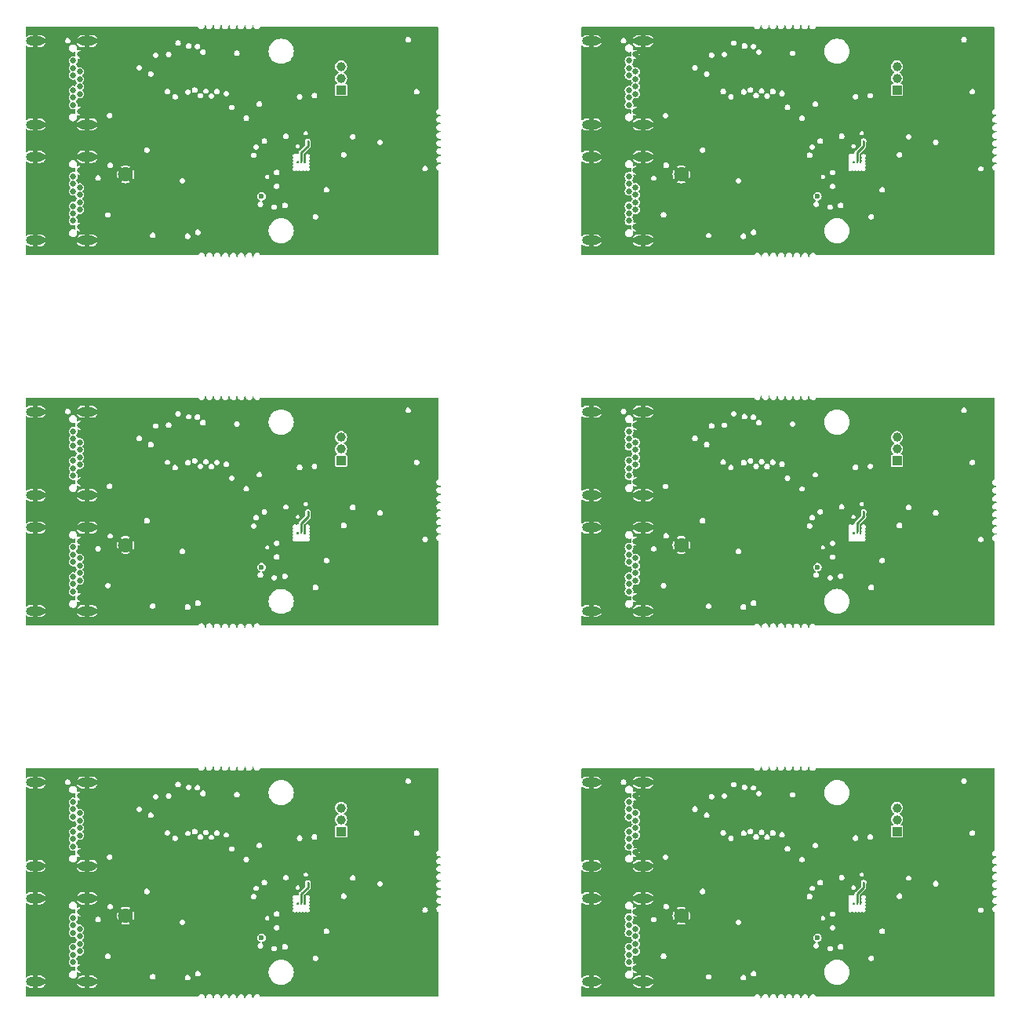
<source format=gbr>
G04 #@! TF.GenerationSoftware,KiCad,Pcbnew,7.0.7*
G04 #@! TF.CreationDate,2024-04-05T11:51:01+02:00*
G04 #@! TF.ProjectId,Versa_ECG_PPG_panel,56657273-615f-4454-9347-5f5050475f70,00*
G04 #@! TF.SameCoordinates,Original*
G04 #@! TF.FileFunction,Copper,L2,Inr*
G04 #@! TF.FilePolarity,Positive*
%FSLAX46Y46*%
G04 Gerber Fmt 4.6, Leading zero omitted, Abs format (unit mm)*
G04 Created by KiCad (PCBNEW 7.0.7) date 2024-04-05 11:51:01*
%MOMM*%
%LPD*%
G01*
G04 APERTURE LIST*
G04 #@! TA.AperFunction,ComponentPad*
%ADD10C,1.625000*%
G04 #@! TD*
G04 #@! TA.AperFunction,ComponentPad*
%ADD11C,0.650000*%
G04 #@! TD*
G04 #@! TA.AperFunction,ComponentPad*
%ADD12O,2.000000X1.000000*%
G04 #@! TD*
G04 #@! TA.AperFunction,ComponentPad*
%ADD13R,1.000000X1.000000*%
G04 #@! TD*
G04 #@! TA.AperFunction,ComponentPad*
%ADD14C,1.000000*%
G04 #@! TD*
G04 #@! TA.AperFunction,ViaPad*
%ADD15C,0.200000*%
G04 #@! TD*
G04 #@! TA.AperFunction,ViaPad*
%ADD16C,0.300000*%
G04 #@! TD*
G04 #@! TA.AperFunction,ViaPad*
%ADD17C,0.600000*%
G04 #@! TD*
G04 #@! TA.AperFunction,Conductor*
%ADD18C,0.250000*%
G04 #@! TD*
G04 #@! TA.AperFunction,Conductor*
%ADD19C,0.150000*%
G04 #@! TD*
G04 APERTURE END LIST*
D10*
X166999200Y-131099000D03*
X166999200Y-51099000D03*
D11*
X102050000Y-44270000D03*
X101350000Y-43620000D03*
X101350000Y-42820000D03*
X102050000Y-42420000D03*
X101350000Y-42020000D03*
X102050000Y-41620000D03*
X102050000Y-40820000D03*
X101350000Y-40420000D03*
X102050000Y-40020000D03*
X101350000Y-39620000D03*
X101350000Y-38820000D03*
X102050000Y-38170000D03*
D12*
X102850000Y-36720000D03*
X102850000Y-45720000D03*
X97250000Y-36720000D03*
X97250000Y-45720000D03*
D10*
X106999200Y-51099000D03*
D11*
X102050000Y-84270000D03*
X101350000Y-83620000D03*
X101350000Y-82820000D03*
X102050000Y-82420000D03*
X101350000Y-82020000D03*
X102050000Y-81620000D03*
X102050000Y-80820000D03*
X101350000Y-80420000D03*
X102050000Y-80020000D03*
X101350000Y-79620000D03*
X101350000Y-78820000D03*
X102050000Y-78170000D03*
D12*
X102850000Y-76720000D03*
X102850000Y-85720000D03*
X97250000Y-76720000D03*
X97250000Y-85720000D03*
D13*
X190274000Y-122003000D03*
D14*
X190274000Y-120733000D03*
X190274000Y-119463000D03*
D10*
X106999200Y-91099000D03*
D13*
X130274000Y-42003000D03*
D14*
X130274000Y-40733000D03*
X130274000Y-39463000D03*
D11*
X102050000Y-124270000D03*
X101350000Y-123620000D03*
X101350000Y-122820000D03*
X102050000Y-122420000D03*
X101350000Y-122020000D03*
X102050000Y-121620000D03*
X102050000Y-120820000D03*
X101350000Y-120420000D03*
X102050000Y-120020000D03*
X101350000Y-119620000D03*
X101350000Y-118820000D03*
X102050000Y-118170000D03*
D12*
X102850000Y-116720000D03*
X102850000Y-125720000D03*
X97250000Y-116720000D03*
X97250000Y-125720000D03*
D11*
X162050000Y-124270000D03*
X161350000Y-123620000D03*
X161350000Y-122820000D03*
X162050000Y-122420000D03*
X161350000Y-122020000D03*
X162050000Y-121620000D03*
X162050000Y-120820000D03*
X161350000Y-120420000D03*
X162050000Y-120020000D03*
X161350000Y-119620000D03*
X161350000Y-118820000D03*
X162050000Y-118170000D03*
D12*
X162850000Y-116720000D03*
X162850000Y-125720000D03*
X157250000Y-116720000D03*
X157250000Y-125720000D03*
D13*
X190274000Y-82003000D03*
D14*
X190274000Y-80733000D03*
X190274000Y-79463000D03*
D11*
X102050000Y-56770000D03*
X101350000Y-56120000D03*
X101350000Y-55320000D03*
X102050000Y-54920000D03*
X101350000Y-54520000D03*
X102050000Y-54120000D03*
X102050000Y-53320000D03*
X101350000Y-52920000D03*
X102050000Y-52520000D03*
X101350000Y-52120000D03*
X101350000Y-51320000D03*
X102050000Y-50670000D03*
D12*
X102850000Y-49220000D03*
X102850000Y-58220000D03*
X97250000Y-49220000D03*
X97250000Y-58220000D03*
D13*
X130274000Y-122003000D03*
D14*
X130274000Y-120733000D03*
X130274000Y-119463000D03*
D11*
X102050000Y-96770000D03*
X101350000Y-96120000D03*
X101350000Y-95320000D03*
X102050000Y-94920000D03*
X101350000Y-94520000D03*
X102050000Y-94120000D03*
X102050000Y-93320000D03*
X101350000Y-92920000D03*
X102050000Y-92520000D03*
X101350000Y-92120000D03*
X101350000Y-91320000D03*
X102050000Y-90670000D03*
D12*
X102850000Y-89220000D03*
X102850000Y-98220000D03*
X97250000Y-89220000D03*
X97250000Y-98220000D03*
D10*
X166999200Y-91099000D03*
D11*
X162050000Y-44270000D03*
X161350000Y-43620000D03*
X161350000Y-42820000D03*
X162050000Y-42420000D03*
X161350000Y-42020000D03*
X162050000Y-41620000D03*
X162050000Y-40820000D03*
X161350000Y-40420000D03*
X162050000Y-40020000D03*
X161350000Y-39620000D03*
X161350000Y-38820000D03*
X162050000Y-38170000D03*
D12*
X162850000Y-36720000D03*
X162850000Y-45720000D03*
X157250000Y-36720000D03*
X157250000Y-45720000D03*
D11*
X102050000Y-136770000D03*
X101350000Y-136120000D03*
X101350000Y-135320000D03*
X102050000Y-134920000D03*
X101350000Y-134520000D03*
X102050000Y-134120000D03*
X102050000Y-133320000D03*
X101350000Y-132920000D03*
X102050000Y-132520000D03*
X101350000Y-132120000D03*
X101350000Y-131320000D03*
X102050000Y-130670000D03*
D12*
X102850000Y-129220000D03*
X102850000Y-138220000D03*
X97250000Y-129220000D03*
X97250000Y-138220000D03*
D11*
X162050000Y-84270000D03*
X161350000Y-83620000D03*
X161350000Y-82820000D03*
X162050000Y-82420000D03*
X161350000Y-82020000D03*
X162050000Y-81620000D03*
X162050000Y-80820000D03*
X161350000Y-80420000D03*
X162050000Y-80020000D03*
X161350000Y-79620000D03*
X161350000Y-78820000D03*
X162050000Y-78170000D03*
D12*
X162850000Y-76720000D03*
X162850000Y-85720000D03*
X157250000Y-76720000D03*
X157250000Y-85720000D03*
D11*
X162050000Y-136770000D03*
X161350000Y-136120000D03*
X161350000Y-135320000D03*
X162050000Y-134920000D03*
X161350000Y-134520000D03*
X162050000Y-134120000D03*
X162050000Y-133320000D03*
X161350000Y-132920000D03*
X162050000Y-132520000D03*
X161350000Y-132120000D03*
X161350000Y-131320000D03*
X162050000Y-130670000D03*
D12*
X162850000Y-129220000D03*
X162850000Y-138220000D03*
X157250000Y-129220000D03*
X157250000Y-138220000D03*
D11*
X162050000Y-56770000D03*
X161350000Y-56120000D03*
X161350000Y-55320000D03*
X162050000Y-54920000D03*
X161350000Y-54520000D03*
X162050000Y-54120000D03*
X162050000Y-53320000D03*
X161350000Y-52920000D03*
X162050000Y-52520000D03*
X161350000Y-52120000D03*
X161350000Y-51320000D03*
X162050000Y-50670000D03*
D12*
X162850000Y-49220000D03*
X162850000Y-58220000D03*
X157250000Y-49220000D03*
X157250000Y-58220000D03*
D10*
X106999200Y-131099000D03*
D13*
X130274000Y-82003000D03*
D14*
X130274000Y-80733000D03*
X130274000Y-79463000D03*
D13*
X190274000Y-42003000D03*
D14*
X190274000Y-40733000D03*
X190274000Y-39463000D03*
D11*
X162050000Y-96770000D03*
X161350000Y-96120000D03*
X161350000Y-95320000D03*
X162050000Y-94920000D03*
X161350000Y-94520000D03*
X162050000Y-94120000D03*
X162050000Y-93320000D03*
X161350000Y-92920000D03*
X162050000Y-92520000D03*
X161350000Y-92120000D03*
X161350000Y-91320000D03*
X162050000Y-90670000D03*
D12*
X162850000Y-89220000D03*
X162850000Y-98220000D03*
X157250000Y-89220000D03*
X157250000Y-98220000D03*
D15*
X125962000Y-49795000D03*
D16*
X126683500Y-47507500D03*
D17*
X121681500Y-53473500D03*
D16*
X110471500Y-37397500D03*
X126567500Y-42414500D03*
X114334500Y-44125500D03*
X110363500Y-53207500D03*
D17*
X119157000Y-41279500D03*
D16*
X110426500Y-43177500D03*
D17*
X121737500Y-56569500D03*
X132584500Y-40511500D03*
X108058000Y-54041000D03*
D16*
X121243500Y-44720500D03*
D17*
X139384000Y-42205000D03*
D16*
X99465500Y-41416500D03*
D17*
X104736000Y-57241000D03*
D16*
X118235500Y-46107500D03*
X97229500Y-35682500D03*
D17*
X137404500Y-40284500D03*
D16*
X110501500Y-47431500D03*
D17*
X132447000Y-51741000D03*
X134981000Y-54226000D03*
X108540000Y-48459000D03*
D15*
X125612000Y-49795000D03*
D16*
X100130500Y-40655500D03*
X104088500Y-39931500D03*
D17*
X127829000Y-53150000D03*
D16*
X110472500Y-44065500D03*
D17*
X139414000Y-39731000D03*
D16*
X110486500Y-45847500D03*
X127217500Y-46102500D03*
D17*
X125805000Y-54597000D03*
X112739000Y-57779000D03*
X139305000Y-51988000D03*
D16*
X123252500Y-46149500D03*
D17*
X133517500Y-43995500D03*
D16*
X112312500Y-48774500D03*
D17*
X109642000Y-56837000D03*
X114149000Y-54976000D03*
D16*
X100400500Y-43752500D03*
D17*
X111031000Y-50165000D03*
X123046500Y-49231500D03*
X132434000Y-50125000D03*
X110310000Y-41194500D03*
D16*
X106520500Y-43521500D03*
X115959500Y-47320500D03*
D17*
X137585000Y-54172000D03*
D16*
X186683500Y-47507500D03*
D15*
X185962000Y-49795000D03*
D17*
X181681500Y-53473500D03*
X185805000Y-54597000D03*
X192434000Y-50125000D03*
X199414000Y-39731000D03*
X197404500Y-40284500D03*
D16*
X187217500Y-46102500D03*
X181243500Y-44720500D03*
D17*
X194981000Y-54226000D03*
X192584500Y-40511500D03*
X179157000Y-41279500D03*
D15*
X185612000Y-49795000D03*
D16*
X172312500Y-48774500D03*
X170363500Y-53207500D03*
D17*
X183046500Y-49231500D03*
X169642000Y-56837000D03*
X168540000Y-48459000D03*
D16*
X170486500Y-45847500D03*
D17*
X168058000Y-54041000D03*
D16*
X159465500Y-41416500D03*
D17*
X199384000Y-42205000D03*
D16*
X170472500Y-44065500D03*
X164088500Y-39931500D03*
X166520500Y-43521500D03*
D17*
X187829000Y-53150000D03*
D16*
X160400500Y-43752500D03*
X160130500Y-40655500D03*
D17*
X199305000Y-51988000D03*
X197585000Y-54172000D03*
D16*
X174334500Y-44125500D03*
D17*
X170310000Y-41194500D03*
D16*
X157229500Y-35682500D03*
D17*
X193517500Y-43995500D03*
D16*
X178235500Y-46107500D03*
D17*
X181737500Y-56569500D03*
X172739000Y-57779000D03*
X174149000Y-54976000D03*
X171031000Y-50165000D03*
D16*
X170426500Y-43177500D03*
D17*
X164736000Y-57241000D03*
D16*
X170471500Y-37397500D03*
D17*
X192447000Y-51741000D03*
D16*
X170501500Y-47431500D03*
X186567500Y-42414500D03*
X175959500Y-47320500D03*
X183252500Y-46149500D03*
D15*
X125962000Y-89795000D03*
D16*
X126683500Y-87507500D03*
D17*
X121681500Y-93473500D03*
X139305000Y-91988000D03*
X108540000Y-88459000D03*
D16*
X106520500Y-83521500D03*
D17*
X121737500Y-96569500D03*
X109642000Y-96837000D03*
D16*
X127217500Y-86102500D03*
X99465500Y-81416500D03*
X110472500Y-84065500D03*
D17*
X137404500Y-80284500D03*
D16*
X104088500Y-79931500D03*
X114334500Y-84125500D03*
X115959500Y-87320500D03*
D17*
X132434000Y-90125000D03*
X110310000Y-81194500D03*
X127829000Y-93150000D03*
X108058000Y-94041000D03*
D16*
X126567500Y-82414500D03*
X123252500Y-86149500D03*
D17*
X114149000Y-94976000D03*
X111031000Y-90165000D03*
D16*
X112312500Y-88774500D03*
X110426500Y-83177500D03*
D17*
X104736000Y-97241000D03*
X134981000Y-94226000D03*
X133517500Y-83995500D03*
D16*
X110471500Y-77397500D03*
D17*
X119157000Y-81279500D03*
D16*
X100400500Y-83752500D03*
D17*
X132447000Y-91741000D03*
X139384000Y-82205000D03*
D16*
X121243500Y-84720500D03*
X110363500Y-93207500D03*
D17*
X139414000Y-79731000D03*
D15*
X125612000Y-89795000D03*
D16*
X110501500Y-87431500D03*
X100130500Y-80655500D03*
X118235500Y-86107500D03*
X110486500Y-85847500D03*
D17*
X123046500Y-89231500D03*
X125805000Y-94597000D03*
D16*
X97229500Y-75682500D03*
D17*
X132584500Y-80511500D03*
X137585000Y-94172000D03*
X112739000Y-97779000D03*
D16*
X186683500Y-87507500D03*
D15*
X185962000Y-89795000D03*
D17*
X181681500Y-93473500D03*
X192434000Y-90125000D03*
D16*
X159465500Y-81416500D03*
D17*
X199414000Y-79731000D03*
D16*
X183252500Y-86149500D03*
X170426500Y-83177500D03*
X166520500Y-83521500D03*
X186567500Y-82414500D03*
X157229500Y-75682500D03*
X170501500Y-87431500D03*
X170363500Y-93207500D03*
D15*
X185612000Y-89795000D03*
D17*
X181737500Y-96569500D03*
X197404500Y-80284500D03*
D16*
X175959500Y-87320500D03*
D17*
X197585000Y-94172000D03*
D16*
X160130500Y-80655500D03*
D17*
X192584500Y-80511500D03*
D16*
X170472500Y-84065500D03*
D17*
X164736000Y-97241000D03*
D16*
X187217500Y-86102500D03*
D17*
X199384000Y-82205000D03*
X194981000Y-94226000D03*
X170310000Y-81194500D03*
D16*
X160400500Y-83752500D03*
D17*
X193517500Y-83995500D03*
D16*
X170486500Y-85847500D03*
X164088500Y-79931500D03*
D17*
X187829000Y-93150000D03*
X172739000Y-97779000D03*
X171031000Y-90165000D03*
X168540000Y-88459000D03*
X179157000Y-81279500D03*
D16*
X170471500Y-77397500D03*
D17*
X168058000Y-94041000D03*
X185805000Y-94597000D03*
X192447000Y-91741000D03*
D16*
X178235500Y-86107500D03*
D17*
X199305000Y-91988000D03*
D16*
X181243500Y-84720500D03*
D17*
X174149000Y-94976000D03*
D16*
X172312500Y-88774500D03*
D17*
X183046500Y-89231500D03*
X169642000Y-96837000D03*
D16*
X174334500Y-84125500D03*
X126683500Y-127507500D03*
D15*
X125962000Y-129795000D03*
D17*
X121681500Y-133473500D03*
X125805000Y-134597000D03*
X137585000Y-134172000D03*
X139384000Y-122205000D03*
X111031000Y-130165000D03*
X137404500Y-120284500D03*
X132584500Y-120511500D03*
X133517500Y-123995500D03*
X112739000Y-137779000D03*
D16*
X121243500Y-124720500D03*
X106520500Y-123521500D03*
D17*
X114149000Y-134976000D03*
D16*
X112312500Y-128774500D03*
D17*
X127829000Y-133150000D03*
D16*
X110471500Y-117397500D03*
X100400500Y-123752500D03*
D17*
X110310000Y-121194500D03*
X123046500Y-129231500D03*
X108540000Y-128459000D03*
D16*
X123252500Y-126149500D03*
X115959500Y-127320500D03*
X110472500Y-124065500D03*
D17*
X104736000Y-137241000D03*
D16*
X97229500Y-115682500D03*
D17*
X139305000Y-131988000D03*
D16*
X127217500Y-126102500D03*
D17*
X109642000Y-136837000D03*
X139414000Y-119731000D03*
D16*
X100130500Y-120655500D03*
X110486500Y-125847500D03*
D15*
X125612000Y-129795000D03*
D17*
X121737500Y-136569500D03*
D16*
X114334500Y-124125500D03*
D17*
X132434000Y-130125000D03*
X119157000Y-121279500D03*
D16*
X110501500Y-127431500D03*
X104088500Y-119931500D03*
D17*
X134981000Y-134226000D03*
X108058000Y-134041000D03*
X132447000Y-131741000D03*
D16*
X110363500Y-133207500D03*
X126567500Y-122414500D03*
X99465500Y-121416500D03*
X118235500Y-126107500D03*
X110426500Y-123177500D03*
D15*
X185962000Y-129795000D03*
D16*
X186683500Y-127507500D03*
D17*
X181681500Y-133473500D03*
D16*
X160400500Y-123752500D03*
X170363500Y-133207500D03*
D17*
X197585000Y-134172000D03*
D16*
X187217500Y-126102500D03*
D17*
X170310000Y-121194500D03*
X192434000Y-130125000D03*
D16*
X170471500Y-117397500D03*
X170486500Y-125847500D03*
X160130500Y-120655500D03*
X157229500Y-115682500D03*
X178235500Y-126107500D03*
D17*
X169642000Y-136837000D03*
D16*
X186567500Y-122414500D03*
X183252500Y-126149500D03*
X164088500Y-119931500D03*
X172312500Y-128774500D03*
D17*
X193517500Y-123995500D03*
D16*
X174334500Y-124125500D03*
D17*
X199305000Y-131988000D03*
X197404500Y-120284500D03*
X181737500Y-136569500D03*
D16*
X159465500Y-121416500D03*
D17*
X171031000Y-130165000D03*
X185805000Y-134597000D03*
D16*
X170501500Y-127431500D03*
X170426500Y-123177500D03*
D17*
X168058000Y-134041000D03*
X192584500Y-120511500D03*
X164736000Y-137241000D03*
X194981000Y-134226000D03*
D16*
X166520500Y-123521500D03*
D17*
X174149000Y-134976000D03*
D16*
X170472500Y-124065500D03*
D17*
X179157000Y-121279500D03*
X172739000Y-137779000D03*
X192447000Y-131741000D03*
X199414000Y-119731000D03*
D15*
X185612000Y-129795000D03*
D16*
X175959500Y-127320500D03*
D17*
X199384000Y-122205000D03*
X168540000Y-128459000D03*
X183046500Y-129231500D03*
X187829000Y-133150000D03*
D16*
X181243500Y-124720500D03*
D18*
X126683500Y-47507500D02*
X126683500Y-48031500D01*
X125962000Y-48753000D02*
X125962000Y-49627500D01*
D19*
X125962000Y-49627500D02*
X125962000Y-49795000D01*
D18*
X126683500Y-48031500D02*
X125962000Y-48753000D01*
X185962000Y-48753000D02*
X185962000Y-49627500D01*
X186683500Y-47507500D02*
X186683500Y-48031500D01*
D19*
X185962000Y-49627500D02*
X185962000Y-49795000D01*
D18*
X186683500Y-48031500D02*
X185962000Y-48753000D01*
D19*
X125962000Y-89627500D02*
X125962000Y-89795000D01*
D18*
X125962000Y-88753000D02*
X125962000Y-89627500D01*
X126683500Y-88031500D02*
X125962000Y-88753000D01*
X126683500Y-87507500D02*
X126683500Y-88031500D01*
D19*
X185962000Y-89627500D02*
X185962000Y-89795000D01*
D18*
X186683500Y-87507500D02*
X186683500Y-88031500D01*
X186683500Y-88031500D02*
X185962000Y-88753000D01*
X185962000Y-88753000D02*
X185962000Y-89627500D01*
X125962000Y-128753000D02*
X125962000Y-129627500D01*
X126683500Y-128031500D02*
X125962000Y-128753000D01*
X126683500Y-127507500D02*
X126683500Y-128031500D01*
D19*
X125962000Y-129627500D02*
X125962000Y-129795000D01*
D18*
X186683500Y-127507500D02*
X186683500Y-128031500D01*
D19*
X185962000Y-129627500D02*
X185962000Y-129795000D01*
D18*
X186683500Y-128031500D02*
X185962000Y-128753000D01*
X185962000Y-128753000D02*
X185962000Y-129627500D01*
G04 #@! TA.AperFunction,Conductor*
G36*
X125612000Y-89674918D02*
G01*
X125614963Y-89674328D01*
X125618796Y-89674918D01*
X125619289Y-89674918D01*
X125619289Y-89674993D01*
X125664991Y-89682024D01*
X125698370Y-89720078D01*
X125701982Y-89732466D01*
X125702485Y-89734996D01*
X125704733Y-89740423D01*
X125708944Y-89783173D01*
X125706592Y-89795000D01*
X125706592Y-89795002D01*
X125713752Y-89830999D01*
X125706052Y-89881029D01*
X125667994Y-89914404D01*
X125626739Y-89918013D01*
X125612003Y-89915082D01*
X125611999Y-89915082D01*
X125570721Y-89923292D01*
X125520691Y-89915591D01*
X125487316Y-89877533D01*
X125483707Y-89836279D01*
X125491918Y-89795000D01*
X125483707Y-89753720D01*
X125491407Y-89703692D01*
X125529464Y-89670317D01*
X125570720Y-89666707D01*
X125612000Y-89674918D01*
G37*
G04 #@! TD.AperFunction*
G04 #@! TA.AperFunction,Conductor*
G36*
X115617050Y-74999752D02*
G01*
X115664570Y-75017182D01*
X115689770Y-75061082D01*
X115690610Y-75079861D01*
X115686510Y-75129340D01*
X115686511Y-75129343D01*
X115686511Y-75129344D01*
X115714861Y-75241297D01*
X115715228Y-75242743D01*
X115715229Y-75242744D01*
X115779205Y-75340668D01*
X115871515Y-75412516D01*
X115871516Y-75412516D01*
X115871517Y-75412517D01*
X115982155Y-75450500D01*
X116069677Y-75450500D01*
X116069683Y-75450500D01*
X116156024Y-75436092D01*
X116258901Y-75380418D01*
X116338127Y-75294356D01*
X116385116Y-75187232D01*
X116394775Y-75070656D01*
X116394849Y-75069764D01*
X116416030Y-75023789D01*
X116461807Y-75002186D01*
X116468753Y-75001875D01*
X116474016Y-75001888D01*
X116521536Y-75019318D01*
X116546736Y-75063218D01*
X116547576Y-75081997D01*
X116543653Y-75129340D01*
X116543654Y-75129343D01*
X116543654Y-75129344D01*
X116572004Y-75241297D01*
X116572371Y-75242743D01*
X116572372Y-75242744D01*
X116636348Y-75340668D01*
X116728658Y-75412516D01*
X116728659Y-75412516D01*
X116728660Y-75412517D01*
X116839298Y-75450500D01*
X116926820Y-75450500D01*
X116926826Y-75450500D01*
X117013167Y-75436092D01*
X117116044Y-75380418D01*
X117195270Y-75294356D01*
X117242259Y-75187232D01*
X117251814Y-75071900D01*
X117272996Y-75025925D01*
X117318773Y-75004322D01*
X117325723Y-75004011D01*
X117330982Y-75004024D01*
X117378502Y-75021454D01*
X117403702Y-75065354D01*
X117404542Y-75084133D01*
X117400796Y-75129340D01*
X117400797Y-75129343D01*
X117400797Y-75129344D01*
X117429147Y-75241297D01*
X117429514Y-75242743D01*
X117429515Y-75242744D01*
X117493491Y-75340668D01*
X117585801Y-75412516D01*
X117585802Y-75412516D01*
X117585803Y-75412517D01*
X117696441Y-75450500D01*
X117783963Y-75450500D01*
X117783969Y-75450500D01*
X117870310Y-75436092D01*
X117973187Y-75380418D01*
X118052413Y-75294356D01*
X118099402Y-75187232D01*
X118108780Y-75074036D01*
X118129962Y-75028061D01*
X118175739Y-75006458D01*
X118182692Y-75006146D01*
X118187946Y-75006159D01*
X118235467Y-75023590D01*
X118260667Y-75067490D01*
X118261507Y-75086269D01*
X118257938Y-75129340D01*
X118257939Y-75129343D01*
X118257939Y-75129344D01*
X118286289Y-75241297D01*
X118286656Y-75242743D01*
X118286657Y-75242744D01*
X118350633Y-75340668D01*
X118442943Y-75412516D01*
X118442944Y-75412516D01*
X118442945Y-75412517D01*
X118553583Y-75450500D01*
X118641105Y-75450500D01*
X118641111Y-75450500D01*
X118727452Y-75436092D01*
X118830329Y-75380418D01*
X118909555Y-75294356D01*
X118956544Y-75187232D01*
X118965745Y-75076172D01*
X118986927Y-75030197D01*
X119032704Y-75008594D01*
X119039661Y-75008282D01*
X119044912Y-75008295D01*
X119092433Y-75025726D01*
X119117633Y-75069626D01*
X119118473Y-75088405D01*
X119115081Y-75129340D01*
X119115082Y-75129343D01*
X119115082Y-75129344D01*
X119143432Y-75241297D01*
X119143799Y-75242743D01*
X119143800Y-75242744D01*
X119207776Y-75340668D01*
X119300086Y-75412516D01*
X119300087Y-75412516D01*
X119300088Y-75412517D01*
X119410726Y-75450500D01*
X119498248Y-75450500D01*
X119498254Y-75450500D01*
X119584595Y-75436092D01*
X119687472Y-75380418D01*
X119766698Y-75294356D01*
X119813687Y-75187232D01*
X119822711Y-75078308D01*
X119843893Y-75032333D01*
X119889670Y-75010730D01*
X119896630Y-75010418D01*
X119901877Y-75010431D01*
X119949399Y-75027862D01*
X119974599Y-75071762D01*
X119975439Y-75090541D01*
X119972224Y-75129340D01*
X119972225Y-75129343D01*
X119972225Y-75129344D01*
X120000575Y-75241297D01*
X120000942Y-75242743D01*
X120000943Y-75242744D01*
X120064919Y-75340668D01*
X120157229Y-75412516D01*
X120157230Y-75412516D01*
X120157231Y-75412517D01*
X120267869Y-75450500D01*
X120355391Y-75450500D01*
X120355397Y-75450500D01*
X120441738Y-75436092D01*
X120544615Y-75380418D01*
X120623841Y-75294356D01*
X120670830Y-75187232D01*
X120679678Y-75080443D01*
X120700859Y-75034469D01*
X120746636Y-75012866D01*
X120753600Y-75012554D01*
X120758843Y-75012567D01*
X120806365Y-75029998D01*
X120831565Y-75073898D01*
X120832405Y-75092677D01*
X120829367Y-75129340D01*
X120829368Y-75129343D01*
X120829368Y-75129344D01*
X120857718Y-75241297D01*
X120858085Y-75242743D01*
X120858086Y-75242744D01*
X120922062Y-75340668D01*
X121014372Y-75412516D01*
X121014373Y-75412516D01*
X121014374Y-75412517D01*
X121125012Y-75450500D01*
X121212534Y-75450500D01*
X121212540Y-75450500D01*
X121298881Y-75436092D01*
X121401758Y-75380418D01*
X121480984Y-75294356D01*
X121504282Y-75241239D01*
X121539243Y-75204635D01*
X121570191Y-75197572D01*
X121570175Y-75197411D01*
X121571489Y-75197276D01*
X121572832Y-75196970D01*
X121574339Y-75196985D01*
X121574340Y-75196986D01*
X121574340Y-75196985D01*
X121578500Y-75197030D01*
X121578499Y-75197067D01*
X121585873Y-75196968D01*
X121586232Y-75196994D01*
X121593292Y-75198150D01*
X121593296Y-75198122D01*
X121597413Y-75198688D01*
X121597417Y-75198689D01*
X121614208Y-75199100D01*
X121615960Y-75199187D01*
X121632701Y-75200423D01*
X121632702Y-75200422D01*
X121632705Y-75200423D01*
X121636860Y-75200263D01*
X121636874Y-75200632D01*
X121649963Y-75200379D01*
X121651030Y-75200499D01*
X121651032Y-75200500D01*
X121651034Y-75200500D01*
X121671166Y-75200500D01*
X121691283Y-75200994D01*
X121691293Y-75200991D01*
X121695284Y-75200642D01*
X121698526Y-75200500D01*
X140725500Y-75200500D01*
X140773066Y-75217813D01*
X140798376Y-75261650D01*
X140799500Y-75274500D01*
X140799500Y-83812469D01*
X140799358Y-83815711D01*
X140799006Y-83819714D01*
X140799500Y-83839836D01*
X140799500Y-83859969D01*
X140799624Y-83861072D01*
X140799374Y-83874133D01*
X140799736Y-83874147D01*
X140799575Y-83878299D01*
X140800808Y-83895026D01*
X140800897Y-83896835D01*
X140801309Y-83913580D01*
X140801875Y-83917688D01*
X140801846Y-83917691D01*
X140803003Y-83924788D01*
X140803031Y-83925162D01*
X140802933Y-83932510D01*
X140802969Y-83932510D01*
X140803012Y-83936574D01*
X140802874Y-83936965D01*
X140802858Y-83938173D01*
X140802593Y-83940779D01*
X140801568Y-83940674D01*
X140786203Y-83984321D01*
X140764236Y-84002438D01*
X140681744Y-84047080D01*
X140681742Y-84047081D01*
X140602517Y-84133141D01*
X140602514Y-84133147D01*
X140555527Y-84240267D01*
X140555526Y-84240270D01*
X140545867Y-84356841D01*
X140545867Y-84356844D01*
X140545868Y-84356844D01*
X140574523Y-84470001D01*
X140574585Y-84470243D01*
X140574586Y-84470244D01*
X140638562Y-84568168D01*
X140730872Y-84640016D01*
X140730873Y-84640016D01*
X140730874Y-84640017D01*
X140841512Y-84678000D01*
X140929029Y-84678000D01*
X140929040Y-84678000D01*
X140929519Y-84677919D01*
X140929667Y-84677947D01*
X140932084Y-84677747D01*
X140932138Y-84678406D01*
X140979283Y-84687154D01*
X141011473Y-84726219D01*
X141015713Y-84750739D01*
X141015734Y-84759974D01*
X140998529Y-84807579D01*
X140954750Y-84832988D01*
X140941734Y-84834142D01*
X140870960Y-84834142D01*
X140806204Y-84844948D01*
X140784618Y-84848550D01*
X140681744Y-84904222D01*
X140681742Y-84904223D01*
X140602517Y-84990283D01*
X140602514Y-84990289D01*
X140555527Y-85097409D01*
X140555526Y-85097412D01*
X140545867Y-85213983D01*
X140574585Y-85327385D01*
X140574586Y-85327386D01*
X140638562Y-85425310D01*
X140730872Y-85497158D01*
X140730873Y-85497158D01*
X140730874Y-85497159D01*
X140841512Y-85535142D01*
X140929032Y-85535142D01*
X140929040Y-85535142D01*
X140931450Y-85534739D01*
X140981214Y-85543982D01*
X141013397Y-85583052D01*
X141017633Y-85607559D01*
X141017655Y-85617115D01*
X141000452Y-85664721D01*
X140956673Y-85690131D01*
X140943655Y-85691285D01*
X140870960Y-85691285D01*
X140806204Y-85702091D01*
X140784618Y-85705693D01*
X140681744Y-85761365D01*
X140681742Y-85761366D01*
X140602517Y-85847426D01*
X140602514Y-85847432D01*
X140555527Y-85954552D01*
X140555526Y-85954555D01*
X140545867Y-86071126D01*
X140574585Y-86184528D01*
X140574586Y-86184529D01*
X140628243Y-86266659D01*
X140638563Y-86282454D01*
X140653563Y-86294129D01*
X140730872Y-86354301D01*
X140730873Y-86354301D01*
X140730874Y-86354302D01*
X140841512Y-86392285D01*
X140929034Y-86392285D01*
X140929040Y-86392285D01*
X140933368Y-86391562D01*
X140983133Y-86400803D01*
X141015318Y-86439872D01*
X141019554Y-86464379D01*
X141019577Y-86474256D01*
X141002375Y-86521862D01*
X140958597Y-86547274D01*
X140945577Y-86548428D01*
X140870960Y-86548428D01*
X140806204Y-86559234D01*
X140784618Y-86562836D01*
X140681744Y-86618508D01*
X140681742Y-86618509D01*
X140602517Y-86704569D01*
X140602514Y-86704575D01*
X140555527Y-86811695D01*
X140555526Y-86811698D01*
X140545867Y-86928269D01*
X140574585Y-87041671D01*
X140574586Y-87041672D01*
X140638562Y-87139596D01*
X140730872Y-87211444D01*
X140730873Y-87211444D01*
X140730874Y-87211445D01*
X140841512Y-87249428D01*
X140929034Y-87249428D01*
X140929040Y-87249428D01*
X140935292Y-87248384D01*
X140985057Y-87257628D01*
X141017239Y-87296700D01*
X141021474Y-87321200D01*
X141021498Y-87331397D01*
X141004297Y-87379004D01*
X140960519Y-87404416D01*
X140947498Y-87405571D01*
X140870960Y-87405571D01*
X140806204Y-87416377D01*
X140784618Y-87419979D01*
X140681744Y-87475651D01*
X140681742Y-87475652D01*
X140602517Y-87561712D01*
X140602514Y-87561718D01*
X140555527Y-87668838D01*
X140555526Y-87668841D01*
X140545867Y-87785412D01*
X140545867Y-87785415D01*
X140545868Y-87785415D01*
X140570897Y-87884254D01*
X140574585Y-87898814D01*
X140574586Y-87898815D01*
X140638562Y-87996739D01*
X140730872Y-88068587D01*
X140730873Y-88068587D01*
X140730874Y-88068588D01*
X140841512Y-88106571D01*
X140929033Y-88106571D01*
X140929040Y-88106571D01*
X140937216Y-88105206D01*
X140986980Y-88114453D01*
X141019160Y-88153526D01*
X141023394Y-88178021D01*
X141023419Y-88188538D01*
X141006219Y-88236145D01*
X140962442Y-88261559D01*
X140949419Y-88262714D01*
X140870960Y-88262714D01*
X140806204Y-88273520D01*
X140784618Y-88277122D01*
X140681744Y-88332794D01*
X140681742Y-88332795D01*
X140602517Y-88418855D01*
X140602514Y-88418861D01*
X140555527Y-88525981D01*
X140555526Y-88525984D01*
X140545867Y-88642555D01*
X140552190Y-88667523D01*
X140573836Y-88753003D01*
X140574585Y-88755957D01*
X140574586Y-88755958D01*
X140638562Y-88853882D01*
X140730872Y-88925730D01*
X140730873Y-88925730D01*
X140730874Y-88925731D01*
X140841512Y-88963714D01*
X140929034Y-88963714D01*
X140929040Y-88963714D01*
X140939134Y-88962029D01*
X140988899Y-88971274D01*
X141021081Y-89010346D01*
X141025315Y-89034848D01*
X141025340Y-89045686D01*
X141008137Y-89093292D01*
X140964358Y-89118703D01*
X140951340Y-89119857D01*
X140870960Y-89119857D01*
X140806204Y-89130663D01*
X140784618Y-89134265D01*
X140681744Y-89189937D01*
X140681742Y-89189938D01*
X140602517Y-89275998D01*
X140602514Y-89276004D01*
X140555527Y-89383124D01*
X140555526Y-89383127D01*
X140545867Y-89499698D01*
X140545867Y-89499701D01*
X140545868Y-89499701D01*
X140574292Y-89611945D01*
X140574585Y-89613100D01*
X140574586Y-89613101D01*
X140635940Y-89707012D01*
X140638563Y-89711026D01*
X140648928Y-89719093D01*
X140730872Y-89782873D01*
X140730873Y-89782873D01*
X140730874Y-89782874D01*
X140841512Y-89820857D01*
X140929034Y-89820857D01*
X140929040Y-89820857D01*
X140941058Y-89818851D01*
X140990823Y-89828098D01*
X141023003Y-89867172D01*
X141027236Y-89891676D01*
X141027261Y-89902834D01*
X141010055Y-89950439D01*
X140966274Y-89975847D01*
X140953261Y-89977000D01*
X140870960Y-89977000D01*
X140806204Y-89987806D01*
X140784618Y-89991408D01*
X140681744Y-90047080D01*
X140681742Y-90047081D01*
X140602517Y-90133141D01*
X140602514Y-90133147D01*
X140555527Y-90240267D01*
X140555526Y-90240270D01*
X140545867Y-90356841D01*
X140549011Y-90369256D01*
X140574522Y-90469998D01*
X140574585Y-90470243D01*
X140574586Y-90470244D01*
X140611022Y-90526015D01*
X140638563Y-90568169D01*
X140730874Y-90640017D01*
X140753046Y-90647628D01*
X140792411Y-90679447D01*
X140801893Y-90714286D01*
X140802593Y-90714215D01*
X140802858Y-90716819D01*
X140802872Y-90717883D01*
X140803012Y-90718396D01*
X140802969Y-90722485D01*
X140802935Y-90722484D01*
X140803035Y-90729792D01*
X140803007Y-90730169D01*
X140801844Y-90737311D01*
X140801875Y-90737316D01*
X140801309Y-90741423D01*
X140800897Y-90758162D01*
X140800808Y-90759970D01*
X140799575Y-90776700D01*
X140799736Y-90780855D01*
X140799372Y-90780869D01*
X140799624Y-90793920D01*
X140799500Y-90795023D01*
X140799500Y-90815161D01*
X140799005Y-90835288D01*
X140799358Y-90839293D01*
X140799500Y-90842535D01*
X140799500Y-99725500D01*
X140782187Y-99773066D01*
X140738350Y-99798376D01*
X140725500Y-99799500D01*
X121698530Y-99799500D01*
X121695287Y-99799358D01*
X121691287Y-99799005D01*
X121671152Y-99799500D01*
X121651031Y-99799500D01*
X121649939Y-99799623D01*
X121636863Y-99799371D01*
X121636849Y-99799736D01*
X121632698Y-99799575D01*
X121615987Y-99800807D01*
X121614177Y-99800896D01*
X121597426Y-99801308D01*
X121593312Y-99801875D01*
X121593307Y-99801844D01*
X121586152Y-99803008D01*
X121585788Y-99803035D01*
X121578463Y-99802935D01*
X121578464Y-99802969D01*
X121578073Y-99802973D01*
X121577946Y-99802928D01*
X121572831Y-99802859D01*
X121570224Y-99802594D01*
X121570458Y-99800289D01*
X121530332Y-99786148D01*
X121512318Y-99762360D01*
X121512269Y-99762393D01*
X121511802Y-99761678D01*
X121509549Y-99758703D01*
X121508917Y-99757262D01*
X121508916Y-99757261D01*
X121508916Y-99757259D01*
X121444937Y-99659331D01*
X121444935Y-99659329D01*
X121352627Y-99587483D01*
X121241988Y-99549500D01*
X121154460Y-99549500D01*
X121089704Y-99560306D01*
X121068118Y-99563908D01*
X120965244Y-99619580D01*
X120965242Y-99619581D01*
X120886017Y-99705641D01*
X120886014Y-99705647D01*
X120839027Y-99812767D01*
X120839026Y-99812770D01*
X120829367Y-99929342D01*
X120829435Y-99929609D01*
X120829409Y-99929855D01*
X120829874Y-99935454D01*
X120828833Y-99935540D01*
X120824328Y-99979970D01*
X120788045Y-100015266D01*
X120757612Y-100021774D01*
X120748267Y-100021763D01*
X120700721Y-100004394D01*
X120675463Y-99960527D01*
X120674607Y-99941652D01*
X120680489Y-99870657D01*
X120680489Y-99870656D01*
X120665830Y-99812770D01*
X120651773Y-99757259D01*
X120587794Y-99659331D01*
X120587791Y-99659329D01*
X120495484Y-99587483D01*
X120384845Y-99549500D01*
X120297317Y-99549500D01*
X120232561Y-99560306D01*
X120210975Y-99563908D01*
X120108101Y-99619580D01*
X120108099Y-99619581D01*
X120028874Y-99705641D01*
X120028871Y-99705647D01*
X119981884Y-99812767D01*
X119981883Y-99812770D01*
X119972224Y-99929341D01*
X119972731Y-99935452D01*
X119971310Y-99935569D01*
X119966913Y-99978908D01*
X119930628Y-100014201D01*
X119900195Y-100020708D01*
X119891208Y-100020697D01*
X119843663Y-100003326D01*
X119818408Y-99959458D01*
X119817552Y-99940586D01*
X119823346Y-99870657D01*
X119823346Y-99870656D01*
X119808687Y-99812770D01*
X119794630Y-99757259D01*
X119730651Y-99659331D01*
X119730648Y-99659329D01*
X119638341Y-99587483D01*
X119527702Y-99549500D01*
X119440174Y-99549500D01*
X119375418Y-99560306D01*
X119353832Y-99563908D01*
X119250958Y-99619580D01*
X119250956Y-99619581D01*
X119171731Y-99705641D01*
X119171728Y-99705647D01*
X119124741Y-99812767D01*
X119124740Y-99812770D01*
X119115081Y-99929341D01*
X119115588Y-99935452D01*
X119113786Y-99935601D01*
X119109499Y-99977844D01*
X119073213Y-100013136D01*
X119042787Y-100019642D01*
X119034158Y-100019632D01*
X118986612Y-100002264D01*
X118961353Y-99958398D01*
X118960497Y-99939521D01*
X118960586Y-99938454D01*
X118966203Y-99870656D01*
X118937487Y-99757259D01*
X118873508Y-99659331D01*
X118873505Y-99659329D01*
X118781198Y-99587483D01*
X118670559Y-99549500D01*
X118583031Y-99549500D01*
X118518275Y-99560306D01*
X118496689Y-99563908D01*
X118393815Y-99619580D01*
X118393813Y-99619581D01*
X118314588Y-99705641D01*
X118314585Y-99705647D01*
X118267598Y-99812767D01*
X118267597Y-99812770D01*
X118257938Y-99929341D01*
X118258445Y-99935452D01*
X118256262Y-99935632D01*
X118252085Y-99976781D01*
X118215796Y-100012072D01*
X118185371Y-100018576D01*
X118177101Y-100018566D01*
X118129555Y-100001196D01*
X118104299Y-99957328D01*
X118103443Y-99938458D01*
X118109061Y-99870656D01*
X118080345Y-99757259D01*
X118016366Y-99659331D01*
X118016363Y-99659329D01*
X117924056Y-99587483D01*
X117813417Y-99549500D01*
X117725889Y-99549500D01*
X117661133Y-99560306D01*
X117639547Y-99563908D01*
X117536673Y-99619580D01*
X117536671Y-99619581D01*
X117457446Y-99705641D01*
X117457443Y-99705647D01*
X117410456Y-99812767D01*
X117410455Y-99812770D01*
X117400796Y-99929341D01*
X117401303Y-99935452D01*
X117398740Y-99935664D01*
X117394669Y-99975722D01*
X117358377Y-100011009D01*
X117327954Y-100017510D01*
X117320042Y-100017500D01*
X117272498Y-100000127D01*
X117247244Y-99956258D01*
X117246389Y-99937389D01*
X117251918Y-99870657D01*
X117251918Y-99870656D01*
X117237259Y-99812770D01*
X117223202Y-99757259D01*
X117159223Y-99659331D01*
X117159220Y-99659329D01*
X117066913Y-99587483D01*
X116956274Y-99549500D01*
X116868746Y-99549500D01*
X116803990Y-99560306D01*
X116782404Y-99563908D01*
X116679530Y-99619580D01*
X116679528Y-99619581D01*
X116600303Y-99705641D01*
X116600300Y-99705647D01*
X116553313Y-99812767D01*
X116553312Y-99812770D01*
X116543653Y-99929342D01*
X116544160Y-99935454D01*
X116541221Y-99935697D01*
X116537244Y-99974682D01*
X116500939Y-100009956D01*
X116470537Y-100016445D01*
X116462983Y-100016435D01*
X116415440Y-99999059D01*
X116390188Y-99955188D01*
X116389334Y-99936324D01*
X116394775Y-99870657D01*
X116394775Y-99870656D01*
X116380116Y-99812770D01*
X116366059Y-99757259D01*
X116302080Y-99659331D01*
X116302077Y-99659329D01*
X116209770Y-99587483D01*
X116099131Y-99549500D01*
X116011603Y-99549500D01*
X115946847Y-99560306D01*
X115925261Y-99563908D01*
X115822387Y-99619580D01*
X115822385Y-99619581D01*
X115743160Y-99705641D01*
X115743157Y-99705647D01*
X115696170Y-99812767D01*
X115696169Y-99812770D01*
X115686510Y-99929344D01*
X115687001Y-99935270D01*
X115673675Y-99984103D01*
X115632077Y-100012945D01*
X115613162Y-100015379D01*
X115605934Y-100015370D01*
X115558389Y-99997998D01*
X115533134Y-99954129D01*
X115532279Y-99935259D01*
X115532770Y-99929342D01*
X115537632Y-99870656D01*
X115508916Y-99757259D01*
X115444937Y-99659331D01*
X115444934Y-99659329D01*
X115352627Y-99587483D01*
X115241988Y-99549500D01*
X115154460Y-99549500D01*
X115089704Y-99560306D01*
X115068118Y-99563908D01*
X114965244Y-99619580D01*
X114965242Y-99619581D01*
X114886017Y-99705641D01*
X114886015Y-99705645D01*
X114862717Y-99758758D01*
X114827755Y-99795363D01*
X114796763Y-99802437D01*
X114796779Y-99802593D01*
X114795524Y-99802720D01*
X114794178Y-99803028D01*
X114788521Y-99802969D01*
X114788521Y-99802933D01*
X114781162Y-99803031D01*
X114780788Y-99803003D01*
X114773691Y-99801846D01*
X114773688Y-99801875D01*
X114769580Y-99801309D01*
X114752835Y-99800897D01*
X114751026Y-99800808D01*
X114734299Y-99799575D01*
X114730147Y-99799736D01*
X114730133Y-99799374D01*
X114717072Y-99799624D01*
X114715969Y-99799500D01*
X114715967Y-99799500D01*
X114695838Y-99799500D01*
X114689129Y-99799335D01*
X114675714Y-99799006D01*
X114675713Y-99799006D01*
X114675712Y-99799006D01*
X114675710Y-99799006D01*
X114671711Y-99799358D01*
X114668469Y-99799500D01*
X96274500Y-99799500D01*
X96226934Y-99782187D01*
X96201624Y-99738350D01*
X96200500Y-99725500D01*
X96200500Y-98766659D01*
X96217813Y-98719093D01*
X96261650Y-98693783D01*
X96311500Y-98702573D01*
X96325157Y-98712716D01*
X96364901Y-98750038D01*
X96508816Y-98829157D01*
X96667881Y-98869998D01*
X96667889Y-98870000D01*
X97000000Y-98870000D01*
X97000000Y-98544000D01*
X97017313Y-98496434D01*
X97061150Y-98471124D01*
X97074000Y-98470000D01*
X97426000Y-98470000D01*
X97473566Y-98487313D01*
X97498876Y-98531150D01*
X97500000Y-98544000D01*
X97500000Y-98870000D01*
X97790890Y-98870000D01*
X97912933Y-98854582D01*
X97912938Y-98854581D01*
X98065622Y-98794129D01*
X98065633Y-98794123D01*
X98198490Y-98697596D01*
X98303172Y-98571059D01*
X98303175Y-98571053D01*
X98350728Y-98470000D01*
X101747781Y-98470000D01*
X101757189Y-98498958D01*
X101845182Y-98637614D01*
X101845187Y-98637620D01*
X101964901Y-98750038D01*
X102108816Y-98829157D01*
X102267881Y-98869998D01*
X102267889Y-98870000D01*
X102600000Y-98870000D01*
X102600000Y-98544000D01*
X102617313Y-98496434D01*
X102661150Y-98471124D01*
X102674000Y-98470000D01*
X103026000Y-98470000D01*
X103073566Y-98487313D01*
X103098876Y-98531150D01*
X103100000Y-98544000D01*
X103100000Y-98870000D01*
X103390890Y-98870000D01*
X103512933Y-98854582D01*
X103512938Y-98854581D01*
X103665622Y-98794129D01*
X103665633Y-98794123D01*
X103798490Y-98697596D01*
X103903172Y-98571059D01*
X103903175Y-98571053D01*
X103950728Y-98470000D01*
X103422072Y-98470000D01*
X103374506Y-98452687D01*
X103349196Y-98408850D01*
X103357986Y-98359000D01*
X103360543Y-98354888D01*
X103361115Y-98354032D01*
X103385495Y-98317545D01*
X103404898Y-98220000D01*
X103385495Y-98122455D01*
X103360542Y-98085111D01*
X103348512Y-98035944D01*
X103370900Y-97990545D01*
X103417232Y-97970158D01*
X103422072Y-97970000D01*
X103952219Y-97970000D01*
X103942810Y-97941041D01*
X103854817Y-97802385D01*
X103854812Y-97802379D01*
X103735098Y-97689961D01*
X103711522Y-97677000D01*
X109639864Y-97677000D01*
X109658265Y-97781362D01*
X109711252Y-97873139D01*
X109792429Y-97941254D01*
X109792432Y-97941256D01*
X109892011Y-97977499D01*
X109892012Y-97977500D01*
X109892014Y-97977500D01*
X109997988Y-97977500D01*
X109997988Y-97977499D01*
X110097568Y-97941256D01*
X110178748Y-97873138D01*
X110231734Y-97781363D01*
X110233032Y-97774000D01*
X113394864Y-97774000D01*
X113413265Y-97878362D01*
X113466252Y-97970139D01*
X113547429Y-98038254D01*
X113547432Y-98038256D01*
X113647011Y-98074499D01*
X113647012Y-98074500D01*
X113647014Y-98074500D01*
X113752988Y-98074500D01*
X113752988Y-98074499D01*
X113852568Y-98038256D01*
X113924974Y-97977500D01*
X113933747Y-97970139D01*
X113933748Y-97970138D01*
X113986734Y-97878363D01*
X114005136Y-97774000D01*
X113986734Y-97669637D01*
X113952789Y-97610842D01*
X113933747Y-97577860D01*
X113852570Y-97509745D01*
X113852567Y-97509743D01*
X113752988Y-97473500D01*
X113752986Y-97473500D01*
X113647014Y-97473500D01*
X113647011Y-97473500D01*
X113547432Y-97509743D01*
X113547429Y-97509745D01*
X113466252Y-97577860D01*
X113413265Y-97669637D01*
X113394864Y-97774000D01*
X110233032Y-97774000D01*
X110250136Y-97677000D01*
X110231734Y-97572637D01*
X110230212Y-97570000D01*
X110178747Y-97480860D01*
X110097570Y-97412745D01*
X110097567Y-97412743D01*
X109997988Y-97376500D01*
X109997986Y-97376500D01*
X109892014Y-97376500D01*
X109892011Y-97376500D01*
X109792432Y-97412743D01*
X109792429Y-97412745D01*
X109711252Y-97480860D01*
X109658265Y-97572637D01*
X109639864Y-97677000D01*
X103711522Y-97677000D01*
X103591183Y-97610842D01*
X103432118Y-97570001D01*
X103432111Y-97570000D01*
X103100000Y-97570000D01*
X103100000Y-97896000D01*
X103082687Y-97943566D01*
X103038850Y-97968876D01*
X103026000Y-97970000D01*
X102674000Y-97970000D01*
X102626434Y-97952687D01*
X102601124Y-97908850D01*
X102600000Y-97896000D01*
X102600000Y-97570000D01*
X102309110Y-97570000D01*
X102187066Y-97585417D01*
X102187061Y-97585418D01*
X102034377Y-97645870D01*
X102034366Y-97645876D01*
X101901509Y-97742403D01*
X101796827Y-97868940D01*
X101796824Y-97868946D01*
X101749271Y-97970000D01*
X102277928Y-97970000D01*
X102325494Y-97987313D01*
X102350804Y-98031150D01*
X102342014Y-98081000D01*
X102339459Y-98085107D01*
X102314505Y-98122455D01*
X102295102Y-98220000D01*
X102314505Y-98317545D01*
X102338885Y-98354032D01*
X102339457Y-98354888D01*
X102351488Y-98404056D01*
X102329100Y-98449455D01*
X102282768Y-98469842D01*
X102277928Y-98470000D01*
X101747781Y-98470000D01*
X98350728Y-98470000D01*
X97922072Y-98470000D01*
X97874506Y-98452687D01*
X97849196Y-98408850D01*
X97857986Y-98359000D01*
X97860543Y-98354888D01*
X97861115Y-98354032D01*
X97885495Y-98317545D01*
X97904898Y-98220000D01*
X97885495Y-98122455D01*
X97860542Y-98085111D01*
X97848512Y-98035944D01*
X97870900Y-97990545D01*
X97917232Y-97970158D01*
X97922072Y-97970000D01*
X98352219Y-97970000D01*
X98342810Y-97941041D01*
X98254817Y-97802385D01*
X98254812Y-97802379D01*
X98135098Y-97689961D01*
X97991183Y-97610842D01*
X97832118Y-97570001D01*
X97832111Y-97570000D01*
X97500000Y-97570000D01*
X97500000Y-97896000D01*
X97482687Y-97943566D01*
X97438850Y-97968876D01*
X97426000Y-97970000D01*
X97074000Y-97970000D01*
X97026434Y-97952687D01*
X97001124Y-97908850D01*
X97000000Y-97896000D01*
X97000000Y-97570000D01*
X96709110Y-97570000D01*
X96587066Y-97585417D01*
X96587061Y-97585418D01*
X96434377Y-97645870D01*
X96434366Y-97645876D01*
X96317996Y-97730424D01*
X96269338Y-97744377D01*
X96223095Y-97723788D01*
X96200905Y-97678292D01*
X96200500Y-97670557D01*
X96200500Y-96120000D01*
X100869610Y-96120000D01*
X100872702Y-96141504D01*
X100889068Y-96255339D01*
X100889068Y-96255340D01*
X100889069Y-96255342D01*
X100945870Y-96379718D01*
X101035411Y-96483055D01*
X101150439Y-96556978D01*
X101281631Y-96595500D01*
X101281633Y-96595500D01*
X101418368Y-96595500D01*
X101492516Y-96573728D01*
X101543033Y-96576938D01*
X101579668Y-96611869D01*
X101586612Y-96655261D01*
X101570115Y-96769999D01*
X101589553Y-96905195D01*
X101589554Y-96905198D01*
X101611111Y-96952403D01*
X101615122Y-97002863D01*
X101585760Y-97044096D01*
X101536763Y-97056808D01*
X101510205Y-97049078D01*
X101483126Y-97035281D01*
X101483124Y-97035280D01*
X101483123Y-97035280D01*
X101383489Y-97019500D01*
X101383488Y-97019500D01*
X101316512Y-97019500D01*
X101316511Y-97019500D01*
X101216874Y-97035280D01*
X101216873Y-97035281D01*
X101096780Y-97096471D01*
X101001471Y-97191780D01*
X100940281Y-97311873D01*
X100940280Y-97311873D01*
X100919196Y-97445000D01*
X100940280Y-97578126D01*
X101001471Y-97698219D01*
X101001472Y-97698220D01*
X101096780Y-97793528D01*
X101216874Y-97854719D01*
X101316511Y-97870500D01*
X101316512Y-97870500D01*
X101383489Y-97870500D01*
X101463471Y-97857832D01*
X101483126Y-97854719D01*
X101603220Y-97793528D01*
X101698528Y-97698220D01*
X101759719Y-97578126D01*
X101780804Y-97445000D01*
X101765757Y-97349999D01*
X114494864Y-97349999D01*
X114513265Y-97454362D01*
X114566252Y-97546139D01*
X114647429Y-97614254D01*
X114647432Y-97614256D01*
X114747011Y-97650499D01*
X114747012Y-97650500D01*
X114747014Y-97650500D01*
X114852988Y-97650500D01*
X114852988Y-97650499D01*
X114952568Y-97614256D01*
X115033748Y-97546138D01*
X115086734Y-97454363D01*
X115105136Y-97350000D01*
X115086734Y-97245637D01*
X115063289Y-97205028D01*
X115048841Y-97180004D01*
X122444341Y-97180004D01*
X122464936Y-97415403D01*
X122464936Y-97415406D01*
X122464937Y-97415408D01*
X122526097Y-97643663D01*
X122625965Y-97857829D01*
X122625966Y-97857830D01*
X122625967Y-97857832D01*
X122704507Y-97970000D01*
X122761505Y-98051401D01*
X122928599Y-98218495D01*
X123122171Y-98354035D01*
X123336337Y-98453903D01*
X123564592Y-98515063D01*
X123741034Y-98530500D01*
X123741036Y-98530500D01*
X123858964Y-98530500D01*
X123858966Y-98530500D01*
X124035408Y-98515063D01*
X124263663Y-98453903D01*
X124477829Y-98354035D01*
X124671401Y-98218495D01*
X124838495Y-98051401D01*
X124974035Y-97857830D01*
X125073903Y-97643663D01*
X125135063Y-97415408D01*
X125148725Y-97259258D01*
X125155659Y-97180004D01*
X125155659Y-97179995D01*
X125140047Y-97001555D01*
X125135063Y-96944592D01*
X125073903Y-96716337D01*
X124974035Y-96502171D01*
X124838495Y-96308599D01*
X124671401Y-96141505D01*
X124477829Y-96005965D01*
X124263663Y-95906097D01*
X124035408Y-95844937D01*
X124035406Y-95844936D01*
X124035403Y-95844936D01*
X123900824Y-95833162D01*
X123858966Y-95829500D01*
X123741034Y-95829500D01*
X123703614Y-95832773D01*
X123564596Y-95844936D01*
X123564592Y-95844936D01*
X123564592Y-95844937D01*
X123336337Y-95906097D01*
X123336336Y-95906097D01*
X123336334Y-95906098D01*
X123336333Y-95906098D01*
X123167860Y-95984660D01*
X123122167Y-96005967D01*
X122928602Y-96141502D01*
X122928599Y-96141504D01*
X122761503Y-96308601D01*
X122711707Y-96379718D01*
X122625965Y-96502170D01*
X122526097Y-96716337D01*
X122464937Y-96944592D01*
X122464936Y-96944596D01*
X122444341Y-97179995D01*
X122444341Y-97180004D01*
X115048841Y-97180004D01*
X115033747Y-97153860D01*
X114952570Y-97085745D01*
X114952567Y-97085743D01*
X114852988Y-97049500D01*
X114852986Y-97049500D01*
X114747014Y-97049500D01*
X114747011Y-97049500D01*
X114647432Y-97085743D01*
X114647429Y-97085745D01*
X114566252Y-97153860D01*
X114513265Y-97245637D01*
X114494864Y-97349999D01*
X101765757Y-97349999D01*
X101759719Y-97311874D01*
X101758507Y-97309496D01*
X101758241Y-97307326D01*
X101757920Y-97306338D01*
X101758112Y-97306275D01*
X101752337Y-97259258D01*
X101779904Y-97216804D01*
X101828311Y-97202002D01*
X101845239Y-97206157D01*
X101845571Y-97205028D01*
X101981701Y-97244999D01*
X101981703Y-97245000D01*
X102118293Y-97245000D01*
X102159381Y-97232935D01*
X102159381Y-97232934D01*
X102022773Y-97096326D01*
X102001381Y-97050450D01*
X102014482Y-97001555D01*
X102055946Y-96972521D01*
X102068445Y-96970875D01*
X102068399Y-96970466D01*
X102072523Y-96970001D01*
X102072527Y-96970000D01*
X102072532Y-96970000D01*
X102139008Y-96954827D01*
X102210387Y-96897905D01*
X102250000Y-96815649D01*
X102250000Y-96769999D01*
X102403553Y-96769999D01*
X102514003Y-96880449D01*
X102529884Y-96769999D01*
X102514003Y-96659549D01*
X102403553Y-96769999D01*
X102250000Y-96769999D01*
X102250000Y-96724351D01*
X102210387Y-96642095D01*
X102139008Y-96585173D01*
X102072532Y-96570000D01*
X102072523Y-96569998D01*
X102068399Y-96569534D01*
X102068612Y-96567639D01*
X102027533Y-96552687D01*
X102002223Y-96508850D01*
X102011013Y-96459000D01*
X102022773Y-96443674D01*
X102159382Y-96307064D01*
X102118295Y-96295000D01*
X101981705Y-96295000D01*
X101907932Y-96316661D01*
X101857415Y-96313450D01*
X101820780Y-96278518D01*
X101813837Y-96235127D01*
X101830390Y-96120000D01*
X101810931Y-95984658D01*
X101754130Y-95860282D01*
X101674565Y-95768458D01*
X101656501Y-95721174D01*
X101673057Y-95673339D01*
X101674545Y-95671564D01*
X101754130Y-95579718D01*
X101806521Y-95464999D01*
X104777864Y-95464999D01*
X104796265Y-95569362D01*
X104849252Y-95661139D01*
X104930429Y-95729254D01*
X104930432Y-95729256D01*
X105030011Y-95765499D01*
X105030012Y-95765500D01*
X105030014Y-95765500D01*
X105135988Y-95765500D01*
X105135988Y-95765499D01*
X105235568Y-95729256D01*
X105303803Y-95672000D01*
X127190864Y-95672000D01*
X127209265Y-95776362D01*
X127262252Y-95868139D01*
X127343429Y-95936254D01*
X127343432Y-95936256D01*
X127443011Y-95972499D01*
X127443012Y-95972500D01*
X127443014Y-95972500D01*
X127548988Y-95972500D01*
X127548988Y-95972499D01*
X127648568Y-95936256D01*
X127729748Y-95868138D01*
X127782734Y-95776363D01*
X127801136Y-95672000D01*
X127782734Y-95567637D01*
X127729748Y-95475862D01*
X127729747Y-95475860D01*
X127648570Y-95407745D01*
X127648567Y-95407743D01*
X127548988Y-95371500D01*
X127548986Y-95371500D01*
X127443014Y-95371500D01*
X127443011Y-95371500D01*
X127343432Y-95407743D01*
X127343429Y-95407745D01*
X127262252Y-95475860D01*
X127209265Y-95567637D01*
X127190864Y-95672000D01*
X105303803Y-95672000D01*
X105316748Y-95661138D01*
X105369734Y-95569363D01*
X105388136Y-95465000D01*
X105369734Y-95360637D01*
X105346272Y-95320000D01*
X105316747Y-95268860D01*
X105235570Y-95200745D01*
X105235567Y-95200743D01*
X105135988Y-95164500D01*
X105135986Y-95164500D01*
X105030014Y-95164500D01*
X105030011Y-95164500D01*
X104930432Y-95200743D01*
X104930429Y-95200745D01*
X104849252Y-95268860D01*
X104796265Y-95360637D01*
X104777864Y-95464999D01*
X101806521Y-95464999D01*
X101810931Y-95455342D01*
X101813946Y-95434364D01*
X101837852Y-95389745D01*
X101884845Y-95370931D01*
X101908043Y-95373892D01*
X101981631Y-95395500D01*
X101981633Y-95395500D01*
X102118368Y-95395500D01*
X102191957Y-95373892D01*
X102249561Y-95356978D01*
X102364589Y-95283055D01*
X102454130Y-95179718D01*
X102510931Y-95055342D01*
X102530390Y-94920000D01*
X102510931Y-94784658D01*
X102454130Y-94660282D01*
X102423992Y-94625500D01*
X122746364Y-94625500D01*
X122764765Y-94729862D01*
X122817752Y-94821639D01*
X122898929Y-94889754D01*
X122898932Y-94889756D01*
X122998511Y-94925999D01*
X122998512Y-94926000D01*
X122998514Y-94926000D01*
X123104488Y-94926000D01*
X123104488Y-94925999D01*
X123204068Y-94889756D01*
X123285248Y-94821638D01*
X123338234Y-94729863D01*
X123356636Y-94625500D01*
X123338234Y-94521137D01*
X123335348Y-94516138D01*
X123294853Y-94445999D01*
X123886864Y-94445999D01*
X123905265Y-94550362D01*
X123958252Y-94642139D01*
X124039429Y-94710254D01*
X124039432Y-94710256D01*
X124139011Y-94746499D01*
X124139012Y-94746500D01*
X124139014Y-94746500D01*
X124244988Y-94746500D01*
X124244988Y-94746499D01*
X124344568Y-94710256D01*
X124425748Y-94642138D01*
X124478734Y-94550363D01*
X124497136Y-94446000D01*
X124478734Y-94341637D01*
X124425748Y-94249862D01*
X124425747Y-94249860D01*
X124344570Y-94181745D01*
X124344567Y-94181743D01*
X124244988Y-94145500D01*
X124244986Y-94145500D01*
X124139014Y-94145500D01*
X124139011Y-94145500D01*
X124039432Y-94181743D01*
X124039429Y-94181745D01*
X123958252Y-94249860D01*
X123905265Y-94341637D01*
X123886864Y-94445999D01*
X123294853Y-94445999D01*
X123285247Y-94429360D01*
X123204070Y-94361245D01*
X123204067Y-94361243D01*
X123104488Y-94325000D01*
X123104486Y-94325000D01*
X122998514Y-94325000D01*
X122998511Y-94325000D01*
X122898932Y-94361243D01*
X122898929Y-94361245D01*
X122817752Y-94429360D01*
X122764765Y-94521137D01*
X122746364Y-94625500D01*
X102423992Y-94625500D01*
X102374565Y-94568458D01*
X102356501Y-94521174D01*
X102373057Y-94473339D01*
X102374545Y-94471564D01*
X102454130Y-94379718D01*
X102510931Y-94255342D01*
X102530390Y-94120000D01*
X102510931Y-93984658D01*
X102454130Y-93860282D01*
X102374565Y-93768458D01*
X102356501Y-93721174D01*
X102373057Y-93673339D01*
X102374545Y-93671564D01*
X102454130Y-93579718D01*
X102502639Y-93473499D01*
X121226367Y-93473499D01*
X121244802Y-93601723D01*
X121244802Y-93601724D01*
X121244803Y-93601726D01*
X121298618Y-93719563D01*
X121383451Y-93817467D01*
X121450070Y-93860280D01*
X121492431Y-93887504D01*
X121495834Y-93889058D01*
X121531910Y-93924566D01*
X121536722Y-93974956D01*
X121508018Y-94016649D01*
X121490404Y-94025908D01*
X121408431Y-94055744D01*
X121408429Y-94055745D01*
X121327252Y-94123860D01*
X121274265Y-94215637D01*
X121255864Y-94320000D01*
X121274265Y-94424362D01*
X121327252Y-94516139D01*
X121408429Y-94584254D01*
X121408432Y-94584256D01*
X121508011Y-94620499D01*
X121508012Y-94620500D01*
X121508014Y-94620500D01*
X121613988Y-94620500D01*
X121613988Y-94620499D01*
X121713568Y-94584256D01*
X121788746Y-94521174D01*
X121794747Y-94516139D01*
X121813848Y-94483055D01*
X121847734Y-94424363D01*
X121866136Y-94320000D01*
X121847734Y-94215637D01*
X121794748Y-94123862D01*
X121713568Y-94055744D01*
X121713566Y-94055743D01*
X121711093Y-94053668D01*
X121685783Y-94009830D01*
X121694573Y-93959980D01*
X121733349Y-93927443D01*
X121741588Y-93925375D01*
X121746271Y-93924000D01*
X121746272Y-93924000D01*
X121870569Y-93887504D01*
X121979549Y-93817467D01*
X122064382Y-93719563D01*
X122118197Y-93601726D01*
X122136633Y-93473500D01*
X122118197Y-93345274D01*
X122064382Y-93227437D01*
X121979549Y-93129533D01*
X121886134Y-93069499D01*
X121870568Y-93059495D01*
X121746272Y-93023000D01*
X121616728Y-93023000D01*
X121492431Y-93059495D01*
X121383454Y-93129531D01*
X121383450Y-93129534D01*
X121298619Y-93227435D01*
X121244802Y-93345276D01*
X121226367Y-93473499D01*
X102502639Y-93473499D01*
X102510931Y-93455342D01*
X102530390Y-93320000D01*
X102510931Y-93184658D01*
X102454130Y-93060282D01*
X102374565Y-92968458D01*
X102356501Y-92921174D01*
X102373057Y-92873339D01*
X102374545Y-92871564D01*
X102454130Y-92779718D01*
X102459025Y-92768999D01*
X128380864Y-92768999D01*
X128399265Y-92873362D01*
X128452252Y-92965139D01*
X128533429Y-93033254D01*
X128533432Y-93033256D01*
X128633011Y-93069499D01*
X128633012Y-93069500D01*
X128633014Y-93069500D01*
X128738988Y-93069500D01*
X128738988Y-93069499D01*
X128838568Y-93033256D01*
X128919748Y-92965138D01*
X128972734Y-92873363D01*
X128991136Y-92769000D01*
X128972734Y-92664637D01*
X128922506Y-92577639D01*
X128919747Y-92572860D01*
X128838570Y-92504745D01*
X128838567Y-92504743D01*
X128738988Y-92468500D01*
X128738986Y-92468500D01*
X128633014Y-92468500D01*
X128633011Y-92468500D01*
X128533432Y-92504743D01*
X128533429Y-92504745D01*
X128452252Y-92572860D01*
X128399265Y-92664637D01*
X128380864Y-92768999D01*
X102459025Y-92768999D01*
X102510931Y-92655342D01*
X102530390Y-92520000D01*
X102510931Y-92384658D01*
X102509489Y-92381500D01*
X123018364Y-92381500D01*
X123036765Y-92485862D01*
X123089752Y-92577639D01*
X123170929Y-92645754D01*
X123170932Y-92645756D01*
X123270511Y-92681999D01*
X123270512Y-92682000D01*
X123270514Y-92682000D01*
X123376488Y-92682000D01*
X123376488Y-92681999D01*
X123476068Y-92645756D01*
X123557248Y-92577638D01*
X123610234Y-92485863D01*
X123628636Y-92381500D01*
X123610234Y-92277137D01*
X123557248Y-92185362D01*
X123557247Y-92185360D01*
X123476070Y-92117245D01*
X123476067Y-92117243D01*
X123376488Y-92081000D01*
X123376486Y-92081000D01*
X123270514Y-92081000D01*
X123270511Y-92081000D01*
X123170932Y-92117243D01*
X123170929Y-92117245D01*
X123089752Y-92185360D01*
X123036765Y-92277137D01*
X123018364Y-92381500D01*
X102509489Y-92381500D01*
X102454130Y-92260282D01*
X102364589Y-92156945D01*
X102364585Y-92156942D01*
X102272780Y-92097944D01*
X102249561Y-92083022D01*
X102249560Y-92083021D01*
X102118369Y-92044500D01*
X102118367Y-92044500D01*
X101981633Y-92044500D01*
X101908042Y-92066108D01*
X101857525Y-92062897D01*
X101820890Y-92027966D01*
X101813947Y-92005635D01*
X101810931Y-91984661D01*
X101810931Y-91984660D01*
X101810931Y-91984658D01*
X101754130Y-91860282D01*
X101674565Y-91768458D01*
X101656501Y-91721174D01*
X101673057Y-91673339D01*
X101674545Y-91671564D01*
X101754130Y-91579718D01*
X101792363Y-91496000D01*
X103724864Y-91496000D01*
X103743265Y-91600362D01*
X103796252Y-91692139D01*
X103877429Y-91760254D01*
X103877432Y-91760256D01*
X103977011Y-91796499D01*
X103977012Y-91796500D01*
X103977014Y-91796500D01*
X104082988Y-91796500D01*
X104082988Y-91796499D01*
X104182568Y-91760256D01*
X104263748Y-91692138D01*
X104316734Y-91600363D01*
X104335136Y-91496000D01*
X104316734Y-91391637D01*
X104263748Y-91299862D01*
X104263747Y-91299860D01*
X104182570Y-91231745D01*
X104182567Y-91231743D01*
X104082988Y-91195500D01*
X104082986Y-91195500D01*
X103977014Y-91195500D01*
X103977011Y-91195500D01*
X103877432Y-91231743D01*
X103877429Y-91231745D01*
X103796252Y-91299860D01*
X103743265Y-91391637D01*
X103724864Y-91496000D01*
X101792363Y-91496000D01*
X101810931Y-91455342D01*
X101830390Y-91320000D01*
X101813837Y-91204871D01*
X101824204Y-91155326D01*
X101863994Y-91124036D01*
X101907932Y-91123339D01*
X101981701Y-91144999D01*
X101981703Y-91145000D01*
X102118293Y-91145000D01*
X102159381Y-91132935D01*
X102159381Y-91132934D01*
X102125447Y-91099000D01*
X106032043Y-91099000D01*
X106050627Y-91287685D01*
X106105665Y-91469119D01*
X106164831Y-91579813D01*
X106425078Y-91319567D01*
X106470954Y-91298175D01*
X106519849Y-91311276D01*
X106539656Y-91331884D01*
X106607896Y-91438067D01*
X106719272Y-91534576D01*
X106758183Y-91552346D01*
X106794258Y-91587853D01*
X106799069Y-91638243D01*
X106779767Y-91671984D01*
X106518384Y-91933367D01*
X106629080Y-91992534D01*
X106810514Y-92047572D01*
X106999199Y-92066156D01*
X107187885Y-92047572D01*
X107369319Y-91992534D01*
X107480014Y-91933367D01*
X107317647Y-91771000D01*
X112842864Y-91771000D01*
X112861265Y-91875362D01*
X112914252Y-91967139D01*
X112995429Y-92035254D01*
X112995432Y-92035256D01*
X113095011Y-92071499D01*
X113095012Y-92071500D01*
X113095014Y-92071500D01*
X113200988Y-92071500D01*
X113200988Y-92071499D01*
X113300568Y-92035256D01*
X113381748Y-91967138D01*
X113434734Y-91875363D01*
X113453136Y-91771000D01*
X113434734Y-91666637D01*
X113384607Y-91579814D01*
X113381747Y-91574860D01*
X113300570Y-91506745D01*
X113300567Y-91506743D01*
X113200988Y-91470500D01*
X113200986Y-91470500D01*
X113095014Y-91470500D01*
X113095011Y-91470500D01*
X112995432Y-91506743D01*
X112995429Y-91506745D01*
X112914252Y-91574860D01*
X112861265Y-91666637D01*
X112842864Y-91771000D01*
X107317647Y-91771000D01*
X107218631Y-91671984D01*
X107197239Y-91626108D01*
X107210340Y-91577213D01*
X107240216Y-91552346D01*
X107279128Y-91534576D01*
X107390504Y-91438067D01*
X107458744Y-91331883D01*
X107499021Y-91301230D01*
X107549583Y-91303639D01*
X107573320Y-91319567D01*
X107833567Y-91579814D01*
X107892734Y-91469119D01*
X107929020Y-91349501D01*
X122061582Y-91349501D01*
X122079082Y-91437485D01*
X122128922Y-91512076D01*
X122128923Y-91512077D01*
X122203514Y-91561917D01*
X122291499Y-91579418D01*
X122291500Y-91579418D01*
X122291501Y-91579418D01*
X122335492Y-91570667D01*
X122379486Y-91561917D01*
X122454077Y-91512077D01*
X122503917Y-91437486D01*
X122521418Y-91349500D01*
X122517914Y-91331886D01*
X122503917Y-91261514D01*
X122454077Y-91186923D01*
X122454076Y-91186922D01*
X122379485Y-91137082D01*
X122291501Y-91119582D01*
X122291499Y-91119582D01*
X122203514Y-91137082D01*
X122128923Y-91186922D01*
X122128922Y-91186923D01*
X122079082Y-91261514D01*
X122061582Y-91349498D01*
X122061582Y-91349501D01*
X107929020Y-91349501D01*
X107947772Y-91287685D01*
X107966356Y-91099000D01*
X107947772Y-90910314D01*
X107943278Y-90895499D01*
X123016364Y-90895499D01*
X123034765Y-90999862D01*
X123087752Y-91091639D01*
X123168929Y-91159754D01*
X123168932Y-91159756D01*
X123268511Y-91195999D01*
X123268512Y-91196000D01*
X123268514Y-91196000D01*
X123374488Y-91196000D01*
X123374488Y-91195999D01*
X123474068Y-91159756D01*
X123555248Y-91091638D01*
X123608234Y-90999863D01*
X123626636Y-90895500D01*
X123608234Y-90791137D01*
X123590240Y-90759970D01*
X123555247Y-90699360D01*
X123474070Y-90631245D01*
X123474067Y-90631243D01*
X123374488Y-90595000D01*
X123374486Y-90595000D01*
X123268514Y-90595000D01*
X123268511Y-90595000D01*
X123168932Y-90631243D01*
X123168929Y-90631245D01*
X123087752Y-90699360D01*
X123034765Y-90791137D01*
X123016364Y-90895499D01*
X107943278Y-90895499D01*
X107892734Y-90728880D01*
X107833567Y-90618184D01*
X107573320Y-90878431D01*
X107527443Y-90899823D01*
X107478549Y-90886722D01*
X107458741Y-90866112D01*
X107443589Y-90842535D01*
X107390504Y-90759933D01*
X107279128Y-90663424D01*
X107279126Y-90663423D01*
X107279128Y-90663423D01*
X107240215Y-90645652D01*
X107204140Y-90610144D01*
X107199329Y-90559754D01*
X107218631Y-90526014D01*
X107249644Y-90495001D01*
X125032082Y-90495001D01*
X125049582Y-90582985D01*
X125099422Y-90657576D01*
X125099423Y-90657577D01*
X125174014Y-90707417D01*
X125261999Y-90724918D01*
X125262000Y-90724918D01*
X125262001Y-90724918D01*
X125297368Y-90717883D01*
X125349986Y-90707417D01*
X125395890Y-90676744D01*
X125445053Y-90664714D01*
X125478107Y-90676743D01*
X125524014Y-90707417D01*
X125558191Y-90714215D01*
X125611999Y-90724918D01*
X125612000Y-90724918D01*
X125612001Y-90724918D01*
X125647368Y-90717883D01*
X125699986Y-90707417D01*
X125745890Y-90676744D01*
X125795053Y-90664714D01*
X125828107Y-90676743D01*
X125874014Y-90707417D01*
X125908191Y-90714215D01*
X125961999Y-90724918D01*
X125962000Y-90724918D01*
X125962001Y-90724918D01*
X125997368Y-90717883D01*
X126049986Y-90707417D01*
X126095890Y-90676744D01*
X126145053Y-90664714D01*
X126178107Y-90676743D01*
X126224014Y-90707417D01*
X126258191Y-90714215D01*
X126311999Y-90724918D01*
X126312000Y-90724918D01*
X126312001Y-90724918D01*
X126347368Y-90717883D01*
X126399986Y-90707417D01*
X126445890Y-90676744D01*
X126495053Y-90664714D01*
X126528107Y-90676743D01*
X126574014Y-90707417D01*
X126608191Y-90714215D01*
X126661999Y-90724918D01*
X126662000Y-90724918D01*
X126662001Y-90724918D01*
X126715809Y-90714215D01*
X126749986Y-90707417D01*
X126824577Y-90657577D01*
X126874417Y-90582986D01*
X126891918Y-90495000D01*
X126890326Y-90487000D01*
X139026864Y-90487000D01*
X139045265Y-90591362D01*
X139098252Y-90683139D01*
X139179429Y-90751254D01*
X139179432Y-90751256D01*
X139279011Y-90787499D01*
X139279012Y-90787500D01*
X139279014Y-90787500D01*
X139384988Y-90787500D01*
X139384988Y-90787499D01*
X139484568Y-90751256D01*
X139546415Y-90699360D01*
X139565747Y-90683139D01*
X139567879Y-90679447D01*
X139618734Y-90591363D01*
X139637136Y-90487000D01*
X139618734Y-90382637D01*
X139605087Y-90359000D01*
X139565747Y-90290860D01*
X139484570Y-90222745D01*
X139484567Y-90222743D01*
X139384988Y-90186500D01*
X139384986Y-90186500D01*
X139279014Y-90186500D01*
X139279011Y-90186500D01*
X139179432Y-90222743D01*
X139179429Y-90222745D01*
X139098252Y-90290860D01*
X139045265Y-90382637D01*
X139026864Y-90487000D01*
X126890326Y-90487000D01*
X126889963Y-90485173D01*
X126885101Y-90460728D01*
X126874417Y-90407014D01*
X126843745Y-90361110D01*
X126831714Y-90311945D01*
X126843744Y-90278890D01*
X126874417Y-90232986D01*
X126891918Y-90145000D01*
X126889560Y-90133147D01*
X126883962Y-90105000D01*
X126874417Y-90057014D01*
X126843745Y-90011110D01*
X126831714Y-89961945D01*
X126843744Y-89928890D01*
X126874417Y-89882986D01*
X126890028Y-89804500D01*
X126891918Y-89795001D01*
X126891918Y-89794998D01*
X126884436Y-89757386D01*
X126874417Y-89707014D01*
X126843745Y-89661110D01*
X126831714Y-89611945D01*
X126843744Y-89578890D01*
X126874417Y-89532986D01*
X126889014Y-89459598D01*
X126891918Y-89445001D01*
X126891918Y-89444998D01*
X126874417Y-89357014D01*
X126854774Y-89327616D01*
X126845662Y-89313980D01*
X126833632Y-89264813D01*
X126845663Y-89231757D01*
X126877917Y-89183486D01*
X126887707Y-89134265D01*
X126895418Y-89095501D01*
X126895418Y-89095498D01*
X126877917Y-89007514D01*
X126856192Y-88975000D01*
X130239864Y-88975000D01*
X130258265Y-89079362D01*
X130311252Y-89171139D01*
X130392429Y-89239254D01*
X130392432Y-89239256D01*
X130492011Y-89275499D01*
X130492012Y-89275500D01*
X130492014Y-89275500D01*
X130597988Y-89275500D01*
X130597988Y-89275499D01*
X130697568Y-89239256D01*
X130778748Y-89171138D01*
X130831734Y-89079363D01*
X130850136Y-88975000D01*
X130831734Y-88870637D01*
X130810790Y-88834360D01*
X130778747Y-88778860D01*
X130697570Y-88710745D01*
X130697567Y-88710743D01*
X130597988Y-88674500D01*
X130597986Y-88674500D01*
X130492014Y-88674500D01*
X130492011Y-88674500D01*
X130392432Y-88710743D01*
X130392429Y-88710745D01*
X130311252Y-88778860D01*
X130258265Y-88870637D01*
X130239864Y-88975000D01*
X126856192Y-88975000D01*
X126828077Y-88932923D01*
X126828076Y-88932922D01*
X126753485Y-88883082D01*
X126665501Y-88865582D01*
X126665499Y-88865582D01*
X126577514Y-88883082D01*
X126502923Y-88932922D01*
X126502922Y-88932923D01*
X126453082Y-89007514D01*
X126435582Y-89095498D01*
X126435582Y-89095501D01*
X126453082Y-89183485D01*
X126481836Y-89226518D01*
X126493867Y-89275686D01*
X126481837Y-89308741D01*
X126449582Y-89357014D01*
X126432082Y-89444998D01*
X126432082Y-89445001D01*
X126449583Y-89532986D01*
X126449583Y-89532987D01*
X126480253Y-89578889D01*
X126492284Y-89628057D01*
X126480253Y-89661111D01*
X126449583Y-89707012D01*
X126449583Y-89707013D01*
X126432082Y-89794998D01*
X126432082Y-89795001D01*
X126440292Y-89836278D01*
X126432591Y-89886308D01*
X126394534Y-89919683D01*
X126353278Y-89923292D01*
X126312001Y-89915082D01*
X126311997Y-89915082D01*
X126297260Y-89918013D01*
X126247230Y-89910312D01*
X126213856Y-89872254D01*
X126210247Y-89830999D01*
X126217408Y-89795000D01*
X126215056Y-89783176D01*
X126219268Y-89740419D01*
X126221514Y-89734996D01*
X126221515Y-89734995D01*
X126237500Y-89654633D01*
X126237500Y-88897767D01*
X126254813Y-88850201D01*
X126259163Y-88845452D01*
X126853973Y-88250641D01*
X126865176Y-88241447D01*
X126882124Y-88230124D01*
X126943015Y-88138995D01*
X126959000Y-88058633D01*
X126959000Y-88058632D01*
X126964397Y-88031500D01*
X126960422Y-88011515D01*
X126959000Y-87997079D01*
X126959000Y-87651149D01*
X126967347Y-87620000D01*
X134151864Y-87620000D01*
X134170265Y-87724362D01*
X134223252Y-87816139D01*
X134304429Y-87884254D01*
X134304432Y-87884256D01*
X134404011Y-87920499D01*
X134404012Y-87920500D01*
X134404014Y-87920500D01*
X134509988Y-87920500D01*
X134509988Y-87920499D01*
X134609568Y-87884256D01*
X134690748Y-87816138D01*
X134743734Y-87724363D01*
X134762136Y-87620000D01*
X134743734Y-87515637D01*
X134690748Y-87423862D01*
X134690747Y-87423860D01*
X134609570Y-87355745D01*
X134609567Y-87355743D01*
X134509988Y-87319500D01*
X134509986Y-87319500D01*
X134404014Y-87319500D01*
X134404011Y-87319500D01*
X134304432Y-87355743D01*
X134304429Y-87355745D01*
X134223252Y-87423860D01*
X134170265Y-87515637D01*
X134151864Y-87620000D01*
X126967347Y-87620000D01*
X126968916Y-87614146D01*
X126970232Y-87611866D01*
X126970234Y-87611863D01*
X126988636Y-87507500D01*
X126970234Y-87403137D01*
X126922928Y-87321200D01*
X126917247Y-87311360D01*
X126836070Y-87243245D01*
X126836067Y-87243243D01*
X126736488Y-87207000D01*
X126736486Y-87207000D01*
X126630514Y-87207000D01*
X126630511Y-87207000D01*
X126530932Y-87243243D01*
X126530929Y-87243245D01*
X126449752Y-87311360D01*
X126396765Y-87403137D01*
X126378364Y-87507499D01*
X126396766Y-87611863D01*
X126396765Y-87611863D01*
X126398086Y-87614150D01*
X126407999Y-87651147D01*
X126407999Y-87886732D01*
X126390686Y-87934298D01*
X126386325Y-87939058D01*
X125791529Y-88533853D01*
X125780319Y-88543053D01*
X125763377Y-88554374D01*
X125763376Y-88554375D01*
X125748005Y-88577378D01*
X125730527Y-88603534D01*
X125706532Y-88639446D01*
X125697330Y-88650659D01*
X125696523Y-88651465D01*
X125698105Y-88667523D01*
X125681103Y-88752999D01*
X125681103Y-88753003D01*
X125685077Y-88772985D01*
X125686499Y-88787400D01*
X125686500Y-88791062D01*
X125669200Y-88838633D01*
X125625370Y-88863954D01*
X125612500Y-88865082D01*
X125611999Y-88865082D01*
X125524013Y-88882583D01*
X125524012Y-88882583D01*
X125478111Y-88913253D01*
X125428943Y-88925284D01*
X125395889Y-88913253D01*
X125349987Y-88882583D01*
X125262001Y-88865082D01*
X125261999Y-88865082D01*
X125174014Y-88882582D01*
X125099423Y-88932422D01*
X125099422Y-88932423D01*
X125049582Y-89007014D01*
X125032082Y-89094998D01*
X125032082Y-89095001D01*
X125049583Y-89182986D01*
X125049583Y-89182987D01*
X125080253Y-89228889D01*
X125092284Y-89278057D01*
X125080253Y-89311111D01*
X125049583Y-89357012D01*
X125049583Y-89357013D01*
X125032082Y-89444998D01*
X125032082Y-89445001D01*
X125049583Y-89532986D01*
X125049583Y-89532987D01*
X125080253Y-89578889D01*
X125092284Y-89628057D01*
X125080253Y-89661111D01*
X125049583Y-89707012D01*
X125049583Y-89707013D01*
X125032082Y-89794998D01*
X125032082Y-89795001D01*
X125049583Y-89882986D01*
X125049583Y-89882987D01*
X125080253Y-89928889D01*
X125092284Y-89978057D01*
X125080253Y-90011111D01*
X125049583Y-90057012D01*
X125049583Y-90057013D01*
X125032082Y-90144998D01*
X125032082Y-90145001D01*
X125049583Y-90232986D01*
X125049583Y-90232987D01*
X125080253Y-90278889D01*
X125092284Y-90328057D01*
X125080253Y-90361111D01*
X125049583Y-90407012D01*
X125049583Y-90407013D01*
X125032082Y-90494998D01*
X125032082Y-90495001D01*
X107249644Y-90495001D01*
X107480013Y-90264631D01*
X107369319Y-90205465D01*
X107187885Y-90150427D01*
X106999199Y-90131843D01*
X106810514Y-90150427D01*
X106629080Y-90205465D01*
X106518385Y-90264631D01*
X106518385Y-90264632D01*
X106779768Y-90526015D01*
X106801160Y-90571891D01*
X106788059Y-90620786D01*
X106758183Y-90645653D01*
X106719273Y-90663422D01*
X106719273Y-90663423D01*
X106617910Y-90751256D01*
X106607896Y-90759933D01*
X106539656Y-90866114D01*
X106499377Y-90896769D01*
X106448815Y-90894360D01*
X106425079Y-90878432D01*
X106164832Y-90618185D01*
X106164831Y-90618185D01*
X106105665Y-90728880D01*
X106050627Y-90910314D01*
X106032043Y-91099000D01*
X102125447Y-91099000D01*
X102022773Y-90996326D01*
X102001381Y-90950450D01*
X102014482Y-90901555D01*
X102055946Y-90872521D01*
X102068445Y-90870875D01*
X102068399Y-90870466D01*
X102072523Y-90870001D01*
X102072527Y-90870000D01*
X102072532Y-90870000D01*
X102139008Y-90854827D01*
X102210387Y-90797905D01*
X102250000Y-90715649D01*
X102250000Y-90669999D01*
X102403553Y-90669999D01*
X102514003Y-90780449D01*
X102529884Y-90669999D01*
X102514003Y-90559549D01*
X102403553Y-90669999D01*
X102250000Y-90669999D01*
X102250000Y-90624351D01*
X102210387Y-90542095D01*
X102139008Y-90485173D01*
X102072532Y-90470000D01*
X102072523Y-90469998D01*
X102068399Y-90469534D01*
X102068612Y-90467639D01*
X102027533Y-90452687D01*
X102002223Y-90408850D01*
X102011013Y-90359000D01*
X102022773Y-90343674D01*
X102159382Y-90207064D01*
X102118295Y-90195000D01*
X101981702Y-90195000D01*
X101845571Y-90234972D01*
X101844778Y-90232272D01*
X101804558Y-90235377D01*
X101763392Y-90205920D01*
X101750792Y-90156894D01*
X101758508Y-90130502D01*
X101759719Y-90128126D01*
X101763382Y-90104999D01*
X105042864Y-90104999D01*
X105061265Y-90209362D01*
X105114252Y-90301139D01*
X105195429Y-90369254D01*
X105195432Y-90369256D01*
X105295011Y-90405499D01*
X105295012Y-90405500D01*
X105295014Y-90405500D01*
X105400988Y-90405500D01*
X105400988Y-90405499D01*
X105500568Y-90369256D01*
X105581748Y-90301138D01*
X105634734Y-90209363D01*
X105653136Y-90105000D01*
X105634734Y-90000637D01*
X105634733Y-90000637D01*
X105581747Y-89908860D01*
X105500570Y-89840745D01*
X105500567Y-89840743D01*
X105400988Y-89804500D01*
X105400986Y-89804500D01*
X105295014Y-89804500D01*
X105295011Y-89804500D01*
X105195432Y-89840743D01*
X105195429Y-89840745D01*
X105114252Y-89908860D01*
X105061265Y-90000637D01*
X105042864Y-90104999D01*
X101763382Y-90104999D01*
X101780804Y-89995000D01*
X101760558Y-89867172D01*
X101759719Y-89861873D01*
X101698528Y-89741780D01*
X101603219Y-89646471D01*
X101483126Y-89585281D01*
X101483125Y-89585280D01*
X101383489Y-89569500D01*
X101383488Y-89569500D01*
X101316512Y-89569500D01*
X101316511Y-89569500D01*
X101216874Y-89585280D01*
X101216873Y-89585281D01*
X101096780Y-89646471D01*
X101001471Y-89741780D01*
X100940281Y-89861873D01*
X100940280Y-89861873D01*
X100919196Y-89994999D01*
X100940280Y-90128126D01*
X100997420Y-90240268D01*
X101001472Y-90248220D01*
X101096780Y-90343528D01*
X101216874Y-90404719D01*
X101316511Y-90420500D01*
X101316512Y-90420500D01*
X101383489Y-90420500D01*
X101416700Y-90415239D01*
X101483126Y-90404719D01*
X101510204Y-90390921D01*
X101560443Y-90384752D01*
X101602896Y-90412321D01*
X101617697Y-90460728D01*
X101611111Y-90487595D01*
X101589554Y-90534798D01*
X101589553Y-90534804D01*
X101570115Y-90669999D01*
X101586612Y-90784738D01*
X101576245Y-90834284D01*
X101536456Y-90865574D01*
X101492517Y-90866272D01*
X101418367Y-90844500D01*
X101281633Y-90844500D01*
X101281631Y-90844500D01*
X101150439Y-90883021D01*
X101150437Y-90883023D01*
X101035414Y-90956942D01*
X100945871Y-91060280D01*
X100889068Y-91184660D01*
X100869610Y-91319999D01*
X100889068Y-91455339D01*
X100889068Y-91455340D01*
X100889069Y-91455342D01*
X100945870Y-91579718D01*
X101025434Y-91671541D01*
X101043499Y-91718826D01*
X101026943Y-91766661D01*
X101025454Y-91768435D01*
X101001138Y-91796499D01*
X100945871Y-91860280D01*
X100889068Y-91984660D01*
X100869610Y-92120000D01*
X100889068Y-92255339D01*
X100889068Y-92255340D01*
X100889069Y-92255342D01*
X100945870Y-92379718D01*
X101025434Y-92471541D01*
X101043499Y-92518826D01*
X101026943Y-92566661D01*
X101025454Y-92568435D01*
X101017481Y-92577638D01*
X100945871Y-92660280D01*
X100889068Y-92784660D01*
X100869610Y-92919999D01*
X100889068Y-93055339D01*
X100889068Y-93055340D01*
X100889069Y-93055342D01*
X100945870Y-93179718D01*
X101035411Y-93283055D01*
X101150439Y-93356978D01*
X101281631Y-93395500D01*
X101281633Y-93395500D01*
X101418368Y-93395500D01*
X101452515Y-93385473D01*
X101491956Y-93373892D01*
X101542473Y-93377102D01*
X101579108Y-93412032D01*
X101586052Y-93434362D01*
X101589068Y-93455339D01*
X101589068Y-93455340D01*
X101589069Y-93455342D01*
X101645870Y-93579718D01*
X101725434Y-93671541D01*
X101743499Y-93718826D01*
X101726943Y-93766661D01*
X101725454Y-93768435D01*
X101686836Y-93813003D01*
X101645871Y-93860280D01*
X101589068Y-93984659D01*
X101586052Y-94005638D01*
X101562145Y-94050256D01*
X101515151Y-94069068D01*
X101491957Y-94066107D01*
X101418370Y-94044500D01*
X101418367Y-94044500D01*
X101281633Y-94044500D01*
X101281631Y-94044500D01*
X101150439Y-94083021D01*
X101150437Y-94083023D01*
X101035414Y-94156942D01*
X100945871Y-94260280D01*
X100889068Y-94384660D01*
X100874922Y-94483055D01*
X100869610Y-94520000D01*
X100869779Y-94521174D01*
X100889068Y-94655339D01*
X100889068Y-94655340D01*
X100889069Y-94655342D01*
X100945870Y-94779718D01*
X101025434Y-94871541D01*
X101043499Y-94918826D01*
X101026943Y-94966661D01*
X101025454Y-94968435D01*
X100986836Y-95013003D01*
X100945871Y-95060280D01*
X100889068Y-95184660D01*
X100869610Y-95320000D01*
X100889068Y-95455339D01*
X100889068Y-95455340D01*
X100889069Y-95455342D01*
X100945870Y-95579718D01*
X101025434Y-95671541D01*
X101043499Y-95718826D01*
X101026943Y-95766661D01*
X101025454Y-95768435D01*
X100986836Y-95813003D01*
X100945871Y-95860280D01*
X100889068Y-95984660D01*
X100886005Y-96005967D01*
X100869610Y-96120000D01*
X96200500Y-96120000D01*
X96200500Y-89766659D01*
X96217813Y-89719093D01*
X96261650Y-89693783D01*
X96311500Y-89702573D01*
X96325157Y-89712716D01*
X96364901Y-89750038D01*
X96508816Y-89829157D01*
X96667881Y-89869998D01*
X96667889Y-89870000D01*
X97000000Y-89870000D01*
X97000000Y-89544000D01*
X97017313Y-89496434D01*
X97061150Y-89471124D01*
X97074000Y-89470000D01*
X97426000Y-89470000D01*
X97473566Y-89487313D01*
X97498876Y-89531150D01*
X97500000Y-89544000D01*
X97500000Y-89870000D01*
X97790890Y-89870000D01*
X97912933Y-89854582D01*
X97912938Y-89854581D01*
X98065622Y-89794129D01*
X98065633Y-89794123D01*
X98198490Y-89697596D01*
X98303172Y-89571059D01*
X98303175Y-89571053D01*
X98350728Y-89470000D01*
X101747781Y-89470000D01*
X101757189Y-89498958D01*
X101845182Y-89637614D01*
X101845187Y-89637620D01*
X101964901Y-89750038D01*
X102108816Y-89829157D01*
X102267881Y-89869998D01*
X102267889Y-89870000D01*
X102600000Y-89870000D01*
X102600000Y-89544000D01*
X102617313Y-89496434D01*
X102661150Y-89471124D01*
X102674000Y-89470000D01*
X103026000Y-89470000D01*
X103073566Y-89487313D01*
X103098876Y-89531150D01*
X103100000Y-89544000D01*
X103100000Y-89870000D01*
X103390890Y-89870000D01*
X103512933Y-89854582D01*
X103512938Y-89854581D01*
X103665622Y-89794129D01*
X103665633Y-89794123D01*
X103798490Y-89697596D01*
X103903172Y-89571059D01*
X103903175Y-89571053D01*
X103950728Y-89470000D01*
X103422072Y-89470000D01*
X103374506Y-89452687D01*
X103349196Y-89408850D01*
X103357986Y-89359000D01*
X103360543Y-89354888D01*
X103385495Y-89317545D01*
X103404898Y-89220000D01*
X103385495Y-89122455D01*
X103360542Y-89085111D01*
X103348512Y-89035944D01*
X103351197Y-89030500D01*
X120530364Y-89030500D01*
X120548765Y-89134862D01*
X120601752Y-89226639D01*
X120682929Y-89294754D01*
X120682932Y-89294756D01*
X120782511Y-89330999D01*
X120782512Y-89331000D01*
X120782514Y-89331000D01*
X120888488Y-89331000D01*
X120888488Y-89330999D01*
X120988068Y-89294756D01*
X121042188Y-89249344D01*
X121069247Y-89226639D01*
X121090436Y-89189939D01*
X121122234Y-89134863D01*
X121140636Y-89030500D01*
X121122234Y-88926137D01*
X121089215Y-88868946D01*
X121069247Y-88834360D01*
X120988070Y-88766245D01*
X120988067Y-88766243D01*
X120888488Y-88730000D01*
X120888486Y-88730000D01*
X120782514Y-88730000D01*
X120782511Y-88730000D01*
X120682932Y-88766243D01*
X120682929Y-88766245D01*
X120601752Y-88834360D01*
X120548765Y-88926137D01*
X120530364Y-89030500D01*
X103351197Y-89030500D01*
X103370900Y-88990545D01*
X103417232Y-88970158D01*
X103422072Y-88970000D01*
X103952219Y-88970000D01*
X103942810Y-88941041D01*
X103854817Y-88802385D01*
X103854812Y-88802379D01*
X103735098Y-88689961D01*
X103591183Y-88610842D01*
X103432118Y-88570001D01*
X103432111Y-88570000D01*
X103100000Y-88570000D01*
X103100000Y-88896000D01*
X103082687Y-88943566D01*
X103038850Y-88968876D01*
X103026000Y-88970000D01*
X102674000Y-88970000D01*
X102626434Y-88952687D01*
X102601124Y-88908850D01*
X102600000Y-88896000D01*
X102600000Y-88570000D01*
X102309110Y-88570000D01*
X102187066Y-88585417D01*
X102187061Y-88585418D01*
X102034377Y-88645870D01*
X102034366Y-88645876D01*
X101901509Y-88742403D01*
X101796827Y-88868940D01*
X101796824Y-88868946D01*
X101749271Y-88970000D01*
X102277928Y-88970000D01*
X102325494Y-88987313D01*
X102350804Y-89031150D01*
X102342014Y-89081000D01*
X102339459Y-89085107D01*
X102314505Y-89122455D01*
X102295102Y-89220000D01*
X102314505Y-89317545D01*
X102339457Y-89354888D01*
X102351488Y-89404056D01*
X102329100Y-89449455D01*
X102282768Y-89469842D01*
X102277928Y-89470000D01*
X101747781Y-89470000D01*
X98350728Y-89470000D01*
X97922072Y-89470000D01*
X97874506Y-89452687D01*
X97849196Y-89408850D01*
X97857986Y-89359000D01*
X97860543Y-89354888D01*
X97885495Y-89317545D01*
X97904898Y-89220000D01*
X97885495Y-89122455D01*
X97860542Y-89085111D01*
X97848512Y-89035944D01*
X97870900Y-88990545D01*
X97917232Y-88970158D01*
X97922072Y-88970000D01*
X98352219Y-88970000D01*
X98342810Y-88941041D01*
X98254817Y-88802385D01*
X98254812Y-88802379D01*
X98135098Y-88689961D01*
X97991183Y-88610842D01*
X97832118Y-88570001D01*
X97832111Y-88570000D01*
X97500000Y-88570000D01*
X97500000Y-88896000D01*
X97482687Y-88943566D01*
X97438850Y-88968876D01*
X97426000Y-88970000D01*
X97074000Y-88970000D01*
X97026434Y-88952687D01*
X97001124Y-88908850D01*
X97000000Y-88896000D01*
X97000000Y-88570000D01*
X96709110Y-88570000D01*
X96587066Y-88585417D01*
X96587061Y-88585418D01*
X96434377Y-88645870D01*
X96434366Y-88645876D01*
X96317996Y-88730424D01*
X96269338Y-88744377D01*
X96223095Y-88723788D01*
X96200905Y-88678292D01*
X96200500Y-88670557D01*
X96200500Y-88472499D01*
X108990364Y-88472499D01*
X109008765Y-88576862D01*
X109061752Y-88668639D01*
X109142929Y-88736754D01*
X109142932Y-88736756D01*
X109242511Y-88772999D01*
X109242512Y-88773000D01*
X109242514Y-88773000D01*
X109348488Y-88773000D01*
X109348488Y-88772999D01*
X109448068Y-88736756D01*
X109529248Y-88668638D01*
X109582234Y-88576863D01*
X109600636Y-88472500D01*
X109582234Y-88368137D01*
X109529248Y-88276362D01*
X109529247Y-88276360D01*
X109448070Y-88208245D01*
X109448067Y-88208243D01*
X109348488Y-88172000D01*
X109348486Y-88172000D01*
X109242514Y-88172000D01*
X109242511Y-88172000D01*
X109142932Y-88208243D01*
X109142929Y-88208245D01*
X109061752Y-88276360D01*
X109008765Y-88368137D01*
X108990364Y-88472499D01*
X96200500Y-88472499D01*
X96200500Y-88125500D01*
X120802364Y-88125500D01*
X120820765Y-88229862D01*
X120873752Y-88321639D01*
X120954929Y-88389754D01*
X120954932Y-88389756D01*
X121054511Y-88425999D01*
X121054512Y-88426000D01*
X121054514Y-88426000D01*
X121160488Y-88426000D01*
X121160488Y-88425999D01*
X121260068Y-88389756D01*
X121341248Y-88321638D01*
X121394234Y-88229863D01*
X121412636Y-88125500D01*
X121398883Y-88047501D01*
X125353582Y-88047501D01*
X125371082Y-88135485D01*
X125420922Y-88210076D01*
X125420923Y-88210077D01*
X125495514Y-88259917D01*
X125583499Y-88277418D01*
X125583500Y-88277418D01*
X125583501Y-88277418D01*
X125627493Y-88268667D01*
X125671486Y-88259917D01*
X125746077Y-88210077D01*
X125795917Y-88135486D01*
X125804667Y-88091493D01*
X125813418Y-88047501D01*
X125813418Y-88047498D01*
X125795917Y-87959514D01*
X125746077Y-87884923D01*
X125746076Y-87884922D01*
X125671485Y-87835082D01*
X125583501Y-87817582D01*
X125583499Y-87817582D01*
X125495514Y-87835082D01*
X125420923Y-87884922D01*
X125420922Y-87884923D01*
X125371082Y-87959514D01*
X125353582Y-88047498D01*
X125353582Y-88047501D01*
X121398883Y-88047501D01*
X121394234Y-88021137D01*
X121380344Y-87997079D01*
X121341247Y-87929360D01*
X121260070Y-87861245D01*
X121260067Y-87861243D01*
X121160488Y-87825000D01*
X121160486Y-87825000D01*
X121054514Y-87825000D01*
X121054511Y-87825000D01*
X120954932Y-87861243D01*
X120954929Y-87861245D01*
X120873752Y-87929360D01*
X120820765Y-88021137D01*
X120802364Y-88125500D01*
X96200500Y-88125500D01*
X96200500Y-87511500D01*
X121682364Y-87511500D01*
X121685608Y-87529900D01*
X121700765Y-87615862D01*
X121753752Y-87707639D01*
X121834929Y-87775754D01*
X121834932Y-87775756D01*
X121934511Y-87811999D01*
X121934512Y-87812000D01*
X121934514Y-87812000D01*
X122040488Y-87812000D01*
X122040488Y-87811999D01*
X122140068Y-87775756D01*
X122221248Y-87707638D01*
X122274234Y-87615863D01*
X122292636Y-87511500D01*
X122274234Y-87407137D01*
X122244563Y-87355745D01*
X122221247Y-87315360D01*
X122140070Y-87247245D01*
X122140067Y-87247243D01*
X122040488Y-87211000D01*
X122040486Y-87211000D01*
X121934514Y-87211000D01*
X121934511Y-87211000D01*
X121834932Y-87247243D01*
X121834929Y-87247245D01*
X121753752Y-87315360D01*
X121700765Y-87407137D01*
X121683069Y-87507499D01*
X121682364Y-87511500D01*
X96200500Y-87511500D01*
X96200500Y-86976500D01*
X123999364Y-86976500D01*
X124017765Y-87080862D01*
X124070752Y-87172639D01*
X124151929Y-87240754D01*
X124151932Y-87240756D01*
X124251511Y-87276999D01*
X124251512Y-87277000D01*
X124251514Y-87277000D01*
X124357488Y-87277000D01*
X124357488Y-87276999D01*
X124457068Y-87240756D01*
X124538248Y-87172638D01*
X124591234Y-87080863D01*
X124600908Y-87026000D01*
X131222864Y-87026000D01*
X131241265Y-87130362D01*
X131294252Y-87222139D01*
X131375429Y-87290254D01*
X131375432Y-87290256D01*
X131475011Y-87326499D01*
X131475012Y-87326500D01*
X131475014Y-87326500D01*
X131580988Y-87326500D01*
X131580988Y-87326499D01*
X131680568Y-87290256D01*
X131761748Y-87222138D01*
X131814734Y-87130363D01*
X131833136Y-87026000D01*
X131814734Y-86921637D01*
X131761748Y-86829862D01*
X131761747Y-86829860D01*
X131680570Y-86761745D01*
X131680567Y-86761743D01*
X131580988Y-86725500D01*
X131580986Y-86725500D01*
X131475014Y-86725500D01*
X131475011Y-86725500D01*
X131375432Y-86761743D01*
X131375429Y-86761745D01*
X131294252Y-86829860D01*
X131241265Y-86921637D01*
X131222864Y-87026000D01*
X124600908Y-87026000D01*
X124609636Y-86976500D01*
X124591234Y-86872137D01*
X124538248Y-86780362D01*
X124538247Y-86780360D01*
X124457070Y-86712245D01*
X124457067Y-86712243D01*
X124357488Y-86676000D01*
X124357486Y-86676000D01*
X124251514Y-86676000D01*
X124251511Y-86676000D01*
X124151932Y-86712243D01*
X124151929Y-86712245D01*
X124070752Y-86780360D01*
X124017765Y-86872137D01*
X123999364Y-86976500D01*
X96200500Y-86976500D01*
X96200500Y-86650001D01*
X126232082Y-86650001D01*
X126249582Y-86737985D01*
X126299422Y-86812576D01*
X126299423Y-86812577D01*
X126374014Y-86862417D01*
X126461999Y-86879918D01*
X126462000Y-86879918D01*
X126462001Y-86879918D01*
X126513954Y-86869584D01*
X126549986Y-86862417D01*
X126624577Y-86812577D01*
X126674417Y-86737986D01*
X126683167Y-86693993D01*
X126691918Y-86650001D01*
X126691918Y-86649998D01*
X126674417Y-86562014D01*
X126624577Y-86487423D01*
X126624576Y-86487422D01*
X126549985Y-86437582D01*
X126462001Y-86420082D01*
X126461999Y-86420082D01*
X126374014Y-86437582D01*
X126299423Y-86487422D01*
X126299422Y-86487423D01*
X126249582Y-86562014D01*
X126232082Y-86649998D01*
X126232082Y-86650001D01*
X96200500Y-86650001D01*
X96200500Y-86266659D01*
X96217813Y-86219093D01*
X96261650Y-86193783D01*
X96311500Y-86202573D01*
X96325157Y-86212716D01*
X96364901Y-86250038D01*
X96508816Y-86329157D01*
X96667881Y-86369998D01*
X96667889Y-86370000D01*
X97000000Y-86370000D01*
X97000000Y-86044000D01*
X97017313Y-85996434D01*
X97061150Y-85971124D01*
X97074000Y-85970000D01*
X97426000Y-85970000D01*
X97473566Y-85987313D01*
X97498876Y-86031150D01*
X97500000Y-86044000D01*
X97500000Y-86370000D01*
X97790890Y-86370000D01*
X97912933Y-86354582D01*
X97912938Y-86354581D01*
X98065622Y-86294129D01*
X98065633Y-86294123D01*
X98198490Y-86197596D01*
X98303172Y-86071059D01*
X98303175Y-86071053D01*
X98350728Y-85970000D01*
X101747781Y-85970000D01*
X101757189Y-85998958D01*
X101845182Y-86137614D01*
X101845187Y-86137620D01*
X101964901Y-86250038D01*
X102108816Y-86329157D01*
X102267881Y-86369998D01*
X102267889Y-86370000D01*
X102600000Y-86370000D01*
X102600000Y-86044000D01*
X102617313Y-85996434D01*
X102661150Y-85971124D01*
X102674000Y-85970000D01*
X103026000Y-85970000D01*
X103073566Y-85987313D01*
X103098876Y-86031150D01*
X103100000Y-86044000D01*
X103100000Y-86370000D01*
X103390890Y-86370000D01*
X103512933Y-86354582D01*
X103512938Y-86354581D01*
X103665622Y-86294129D01*
X103665633Y-86294123D01*
X103798490Y-86197596D01*
X103903172Y-86071059D01*
X103903175Y-86071053D01*
X103950728Y-85970000D01*
X103422072Y-85970000D01*
X103374506Y-85952687D01*
X103349196Y-85908850D01*
X103357986Y-85859000D01*
X103360543Y-85854888D01*
X103365529Y-85847426D01*
X103385495Y-85817545D01*
X103404898Y-85720000D01*
X103385495Y-85622455D01*
X103360542Y-85585111D01*
X103348512Y-85535944D01*
X103370900Y-85490545D01*
X103417232Y-85470158D01*
X103422072Y-85470000D01*
X103952219Y-85470000D01*
X103942810Y-85441041D01*
X103854817Y-85302385D01*
X103854812Y-85302379D01*
X103735098Y-85189961D01*
X103591183Y-85110842D01*
X103432118Y-85070001D01*
X103432111Y-85070000D01*
X103100000Y-85070000D01*
X103100000Y-85396000D01*
X103082687Y-85443566D01*
X103038850Y-85468876D01*
X103026000Y-85470000D01*
X102674000Y-85470000D01*
X102626434Y-85452687D01*
X102601124Y-85408850D01*
X102600000Y-85396000D01*
X102600000Y-85070000D01*
X102309110Y-85070000D01*
X102187066Y-85085417D01*
X102187061Y-85085418D01*
X102034377Y-85145870D01*
X102034366Y-85145876D01*
X101901509Y-85242403D01*
X101796827Y-85368940D01*
X101796824Y-85368946D01*
X101749271Y-85470000D01*
X102277928Y-85470000D01*
X102325494Y-85487313D01*
X102350804Y-85531150D01*
X102342014Y-85581000D01*
X102339459Y-85585107D01*
X102314505Y-85622455D01*
X102295102Y-85720000D01*
X102314505Y-85817545D01*
X102334471Y-85847426D01*
X102339457Y-85854888D01*
X102351488Y-85904056D01*
X102329100Y-85949455D01*
X102282768Y-85969842D01*
X102277928Y-85970000D01*
X101747781Y-85970000D01*
X98350728Y-85970000D01*
X97922072Y-85970000D01*
X97874506Y-85952687D01*
X97849196Y-85908850D01*
X97857986Y-85859000D01*
X97860543Y-85854888D01*
X97865529Y-85847426D01*
X97885495Y-85817545D01*
X97904898Y-85720000D01*
X97885495Y-85622455D01*
X97860542Y-85585111D01*
X97848512Y-85535944D01*
X97870900Y-85490545D01*
X97917232Y-85470158D01*
X97922072Y-85470000D01*
X98352219Y-85470000D01*
X98342810Y-85441041D01*
X98254817Y-85302385D01*
X98254812Y-85302379D01*
X98135098Y-85189961D01*
X97991183Y-85110842D01*
X97832118Y-85070001D01*
X97832111Y-85070000D01*
X97500000Y-85070000D01*
X97500000Y-85396000D01*
X97482687Y-85443566D01*
X97438850Y-85468876D01*
X97426000Y-85470000D01*
X97074000Y-85470000D01*
X97026434Y-85452687D01*
X97001124Y-85408850D01*
X97000000Y-85396000D01*
X97000000Y-85070000D01*
X96709110Y-85070000D01*
X96587066Y-85085417D01*
X96587061Y-85085418D01*
X96434377Y-85145870D01*
X96434366Y-85145876D01*
X96317996Y-85230424D01*
X96269338Y-85244377D01*
X96223095Y-85223788D01*
X96200905Y-85178292D01*
X96200500Y-85170557D01*
X96200500Y-83620000D01*
X100869610Y-83620000D01*
X100889068Y-83755339D01*
X100889068Y-83755340D01*
X100889069Y-83755342D01*
X100945870Y-83879718D01*
X101035411Y-83983055D01*
X101150439Y-84056978D01*
X101281631Y-84095500D01*
X101281633Y-84095500D01*
X101418368Y-84095500D01*
X101492516Y-84073728D01*
X101543033Y-84076938D01*
X101579668Y-84111869D01*
X101586612Y-84155261D01*
X101570115Y-84269999D01*
X101589553Y-84405195D01*
X101589554Y-84405198D01*
X101611111Y-84452403D01*
X101615122Y-84502863D01*
X101585760Y-84544096D01*
X101536763Y-84556808D01*
X101510205Y-84549078D01*
X101483126Y-84535281D01*
X101483124Y-84535280D01*
X101483123Y-84535280D01*
X101383489Y-84519500D01*
X101383488Y-84519500D01*
X101316512Y-84519500D01*
X101316511Y-84519500D01*
X101216874Y-84535280D01*
X101216873Y-84535281D01*
X101096780Y-84596471D01*
X101001471Y-84691780D01*
X100940281Y-84811873D01*
X100940280Y-84811873D01*
X100919196Y-84944999D01*
X100940280Y-85078126D01*
X101001471Y-85198219D01*
X101001472Y-85198220D01*
X101096780Y-85293528D01*
X101216874Y-85354719D01*
X101316511Y-85370500D01*
X101316512Y-85370500D01*
X101383489Y-85370500D01*
X101433306Y-85362609D01*
X101483126Y-85354719D01*
X101603220Y-85293528D01*
X101698528Y-85198220D01*
X101759719Y-85078126D01*
X101780804Y-84945000D01*
X101759719Y-84811874D01*
X101758507Y-84809496D01*
X101758241Y-84807326D01*
X101757920Y-84806338D01*
X101758112Y-84806275D01*
X101752337Y-84759258D01*
X101757699Y-84751000D01*
X104985864Y-84751000D01*
X105004265Y-84855362D01*
X105057252Y-84947139D01*
X105138429Y-85015254D01*
X105138432Y-85015256D01*
X105238011Y-85051499D01*
X105238012Y-85051500D01*
X105238014Y-85051500D01*
X105343988Y-85051500D01*
X105343988Y-85051499D01*
X105409927Y-85027500D01*
X119720364Y-85027500D01*
X119738765Y-85131862D01*
X119791752Y-85223639D01*
X119872929Y-85291754D01*
X119872932Y-85291756D01*
X119972511Y-85327999D01*
X119972512Y-85328000D01*
X119972514Y-85328000D01*
X120078488Y-85328000D01*
X120078488Y-85327999D01*
X120178068Y-85291756D01*
X120259248Y-85223638D01*
X120312234Y-85131863D01*
X120330636Y-85027500D01*
X120312234Y-84923137D01*
X120301314Y-84904223D01*
X120259247Y-84831360D01*
X120178070Y-84763245D01*
X120178067Y-84763243D01*
X120078488Y-84727000D01*
X120078486Y-84727000D01*
X119972514Y-84727000D01*
X119972511Y-84727000D01*
X119872932Y-84763243D01*
X119872929Y-84763245D01*
X119791752Y-84831360D01*
X119738765Y-84923137D01*
X119720364Y-85027500D01*
X105409927Y-85027500D01*
X105443568Y-85015256D01*
X105497687Y-84969843D01*
X105524747Y-84947139D01*
X105525983Y-84944999D01*
X105577734Y-84855363D01*
X105596136Y-84751000D01*
X105577734Y-84646637D01*
X105524748Y-84554862D01*
X105524747Y-84554860D01*
X105443570Y-84486745D01*
X105443567Y-84486743D01*
X105343988Y-84450500D01*
X105343986Y-84450500D01*
X105238014Y-84450500D01*
X105238011Y-84450500D01*
X105138432Y-84486743D01*
X105138429Y-84486745D01*
X105057252Y-84554860D01*
X105004265Y-84646637D01*
X104985864Y-84751000D01*
X101757699Y-84751000D01*
X101779904Y-84716804D01*
X101828311Y-84702002D01*
X101845239Y-84706157D01*
X101845571Y-84705028D01*
X101981701Y-84744999D01*
X101981703Y-84745000D01*
X102118293Y-84745000D01*
X102159381Y-84732935D01*
X102159381Y-84732934D01*
X102022773Y-84596326D01*
X102001381Y-84550450D01*
X102014482Y-84501555D01*
X102055946Y-84472521D01*
X102068445Y-84470875D01*
X102068399Y-84470466D01*
X102072523Y-84470001D01*
X102072527Y-84470000D01*
X102072532Y-84470000D01*
X102139008Y-84454827D01*
X102210387Y-84397905D01*
X102250000Y-84315649D01*
X102250000Y-84269999D01*
X102403553Y-84269999D01*
X102514003Y-84380449D01*
X102529884Y-84269999D01*
X102514003Y-84159549D01*
X102403553Y-84269999D01*
X102250000Y-84269999D01*
X102250000Y-84224351D01*
X102210387Y-84142095D01*
X102139008Y-84085173D01*
X102072532Y-84070000D01*
X102072523Y-84069998D01*
X102068399Y-84069534D01*
X102068612Y-84067639D01*
X102027533Y-84052687D01*
X102002223Y-84008850D01*
X102011013Y-83959000D01*
X102022773Y-83943674D01*
X102094446Y-83872000D01*
X118156864Y-83872000D01*
X118175265Y-83976362D01*
X118228252Y-84068139D01*
X118309429Y-84136254D01*
X118309432Y-84136256D01*
X118409011Y-84172499D01*
X118409012Y-84172500D01*
X118409014Y-84172500D01*
X118514988Y-84172500D01*
X118514988Y-84172499D01*
X118614568Y-84136256D01*
X118693529Y-84070000D01*
X118695747Y-84068139D01*
X118696036Y-84067639D01*
X118748734Y-83976363D01*
X118767136Y-83872000D01*
X118748734Y-83767637D01*
X118741634Y-83755339D01*
X118695747Y-83675860D01*
X118614570Y-83607745D01*
X118614567Y-83607743D01*
X118514988Y-83571500D01*
X118514986Y-83571500D01*
X118409014Y-83571500D01*
X118409011Y-83571500D01*
X118309432Y-83607743D01*
X118309429Y-83607745D01*
X118228252Y-83675860D01*
X118175265Y-83767637D01*
X118156864Y-83872000D01*
X102094446Y-83872000D01*
X102159382Y-83807064D01*
X102118295Y-83795000D01*
X101981705Y-83795000D01*
X101907932Y-83816661D01*
X101857415Y-83813450D01*
X101820780Y-83778518D01*
X101813837Y-83735127D01*
X101818508Y-83702639D01*
X101830390Y-83620000D01*
X101814071Y-83506500D01*
X121143364Y-83506500D01*
X121161765Y-83610862D01*
X121214752Y-83702639D01*
X121295929Y-83770754D01*
X121295932Y-83770756D01*
X121395511Y-83806999D01*
X121395512Y-83807000D01*
X121395514Y-83807000D01*
X121501488Y-83807000D01*
X121501488Y-83806999D01*
X121601068Y-83770756D01*
X121682248Y-83702638D01*
X121735234Y-83610863D01*
X121753636Y-83506500D01*
X121735234Y-83402137D01*
X121682248Y-83310362D01*
X121682247Y-83310360D01*
X121601070Y-83242245D01*
X121601067Y-83242243D01*
X121501488Y-83206000D01*
X121501486Y-83206000D01*
X121395514Y-83206000D01*
X121395511Y-83206000D01*
X121295932Y-83242243D01*
X121295929Y-83242245D01*
X121214752Y-83310360D01*
X121161765Y-83402137D01*
X121143364Y-83506500D01*
X101814071Y-83506500D01*
X101810931Y-83484658D01*
X101754130Y-83360282D01*
X101674565Y-83268458D01*
X101656501Y-83221174D01*
X101673057Y-83173339D01*
X101674545Y-83171564D01*
X101754130Y-83079718D01*
X101810931Y-82955342D01*
X101813946Y-82934364D01*
X101837852Y-82889745D01*
X101884845Y-82870931D01*
X101908043Y-82873892D01*
X101981631Y-82895500D01*
X101981633Y-82895500D01*
X102118368Y-82895500D01*
X102202041Y-82870931D01*
X102249561Y-82856978D01*
X102364589Y-82783055D01*
X102406012Y-82735250D01*
X112043114Y-82735250D01*
X112061515Y-82839612D01*
X112114502Y-82931389D01*
X112195679Y-82999504D01*
X112195682Y-82999506D01*
X112295261Y-83035749D01*
X112295262Y-83035750D01*
X112295264Y-83035750D01*
X112401238Y-83035750D01*
X112401238Y-83035749D01*
X112500818Y-82999506D01*
X112554937Y-82954093D01*
X112581997Y-82931389D01*
X112586552Y-82923500D01*
X112634984Y-82839613D01*
X112653386Y-82735250D01*
X112634984Y-82630887D01*
X112610512Y-82588499D01*
X114759864Y-82588499D01*
X114778265Y-82692862D01*
X114831252Y-82784639D01*
X114912429Y-82852754D01*
X114912432Y-82852756D01*
X115012011Y-82888999D01*
X115012012Y-82889000D01*
X115012014Y-82889000D01*
X115117988Y-82889000D01*
X115117988Y-82888999D01*
X115217568Y-82852756D01*
X115298748Y-82784638D01*
X115351734Y-82692863D01*
X115364053Y-82623000D01*
X115943864Y-82623000D01*
X115944791Y-82628256D01*
X115962265Y-82727362D01*
X116015252Y-82819139D01*
X116096429Y-82887254D01*
X116096432Y-82887256D01*
X116196011Y-82923499D01*
X116196012Y-82923500D01*
X116196014Y-82923500D01*
X116301988Y-82923500D01*
X116301988Y-82923499D01*
X116401568Y-82887256D01*
X116482748Y-82819138D01*
X116535734Y-82727363D01*
X116538619Y-82711000D01*
X125493864Y-82711000D01*
X125512265Y-82815362D01*
X125565252Y-82907139D01*
X125646429Y-82975254D01*
X125646432Y-82975256D01*
X125746011Y-83011499D01*
X125746012Y-83011500D01*
X125746014Y-83011500D01*
X125851988Y-83011500D01*
X125851988Y-83011499D01*
X125951568Y-82975256D01*
X126005688Y-82929843D01*
X126032747Y-82907139D01*
X126039467Y-82895500D01*
X126085734Y-82815363D01*
X126104136Y-82711000D01*
X126085734Y-82606637D01*
X126075551Y-82589000D01*
X127084864Y-82589000D01*
X127103265Y-82693362D01*
X127156252Y-82785139D01*
X127237429Y-82853254D01*
X127237432Y-82853256D01*
X127337011Y-82889499D01*
X127337012Y-82889500D01*
X127337014Y-82889500D01*
X127442988Y-82889500D01*
X127442988Y-82889499D01*
X127542568Y-82853256D01*
X127623748Y-82785138D01*
X127676734Y-82693363D01*
X127695136Y-82589000D01*
X127676734Y-82484637D01*
X127655293Y-82447500D01*
X127623747Y-82392860D01*
X127542570Y-82324745D01*
X127542567Y-82324743D01*
X127442988Y-82288500D01*
X127442986Y-82288500D01*
X127337014Y-82288500D01*
X127337011Y-82288500D01*
X127237432Y-82324743D01*
X127237429Y-82324745D01*
X127156252Y-82392860D01*
X127103265Y-82484637D01*
X127084864Y-82589000D01*
X126075551Y-82589000D01*
X126075262Y-82588499D01*
X126032747Y-82514860D01*
X125951570Y-82446745D01*
X125951567Y-82446743D01*
X125851988Y-82410500D01*
X125851986Y-82410500D01*
X125746014Y-82410500D01*
X125746011Y-82410500D01*
X125646432Y-82446743D01*
X125646429Y-82446745D01*
X125565252Y-82514860D01*
X125512265Y-82606637D01*
X125493864Y-82711000D01*
X116538619Y-82711000D01*
X116554136Y-82623000D01*
X116535734Y-82518637D01*
X116508228Y-82470995D01*
X116482747Y-82426860D01*
X116401570Y-82358745D01*
X116401567Y-82358743D01*
X116301988Y-82322500D01*
X116301986Y-82322500D01*
X116196014Y-82322500D01*
X116196011Y-82322500D01*
X116096432Y-82358743D01*
X116096429Y-82358745D01*
X116015252Y-82426860D01*
X115962265Y-82518637D01*
X115949947Y-82588499D01*
X115943864Y-82623000D01*
X115364053Y-82623000D01*
X115370136Y-82588500D01*
X115351734Y-82484137D01*
X115334194Y-82453756D01*
X115298747Y-82392360D01*
X115217570Y-82324245D01*
X115217567Y-82324243D01*
X115117988Y-82288000D01*
X115117986Y-82288000D01*
X115012014Y-82288000D01*
X115012011Y-82288000D01*
X114912432Y-82324243D01*
X114912429Y-82324245D01*
X114831252Y-82392360D01*
X114778265Y-82484137D01*
X114759864Y-82588499D01*
X112610512Y-82588499D01*
X112595052Y-82561722D01*
X112581997Y-82539110D01*
X112500820Y-82470995D01*
X112500817Y-82470993D01*
X112401238Y-82434750D01*
X112401236Y-82434750D01*
X112295264Y-82434750D01*
X112295261Y-82434750D01*
X112195682Y-82470993D01*
X112195679Y-82470995D01*
X112114502Y-82539110D01*
X112061515Y-82630887D01*
X112043114Y-82735250D01*
X102406012Y-82735250D01*
X102454130Y-82679718D01*
X102510931Y-82555342D01*
X102530390Y-82420000D01*
X102510931Y-82284658D01*
X102454130Y-82160282D01*
X102442621Y-82147000D01*
X111206864Y-82147000D01*
X111225265Y-82251362D01*
X111278252Y-82343139D01*
X111359429Y-82411254D01*
X111359432Y-82411256D01*
X111459011Y-82447499D01*
X111459012Y-82447500D01*
X111459014Y-82447500D01*
X111564988Y-82447500D01*
X111564988Y-82447499D01*
X111664568Y-82411256D01*
X111727148Y-82358745D01*
X111745747Y-82343139D01*
X111756367Y-82324745D01*
X111798734Y-82251363D01*
X111809201Y-82192000D01*
X113427864Y-82192000D01*
X113446265Y-82296362D01*
X113499252Y-82388139D01*
X113580429Y-82456254D01*
X113580432Y-82456256D01*
X113680011Y-82492499D01*
X113680012Y-82492500D01*
X113680014Y-82492500D01*
X113785988Y-82492500D01*
X113785988Y-82492499D01*
X113885568Y-82456256D01*
X113961714Y-82392362D01*
X113966747Y-82388139D01*
X113966748Y-82388138D01*
X114019734Y-82296363D01*
X114038136Y-82192000D01*
X114019734Y-82087637D01*
X113980684Y-82020000D01*
X113971446Y-82003999D01*
X114158864Y-82003999D01*
X114177265Y-82108362D01*
X114230252Y-82200139D01*
X114311429Y-82268254D01*
X114311432Y-82268256D01*
X114411011Y-82304499D01*
X114411012Y-82304500D01*
X114411014Y-82304500D01*
X114516988Y-82304500D01*
X114516988Y-82304499D01*
X114616568Y-82268256D01*
X114670687Y-82222843D01*
X114697747Y-82200139D01*
X114702446Y-82192000D01*
X114750734Y-82108363D01*
X114751768Y-82102500D01*
X115359364Y-82102500D01*
X115377765Y-82206862D01*
X115430752Y-82298639D01*
X115511929Y-82366754D01*
X115511932Y-82366756D01*
X115611511Y-82402999D01*
X115611512Y-82403000D01*
X115611514Y-82403000D01*
X115717488Y-82403000D01*
X115717488Y-82402999D01*
X115817068Y-82366756D01*
X115898248Y-82298638D01*
X115951234Y-82206863D01*
X115959321Y-82161000D01*
X116559864Y-82161000D01*
X116578265Y-82265362D01*
X116631252Y-82357139D01*
X116712429Y-82425254D01*
X116712432Y-82425256D01*
X116812011Y-82461499D01*
X116812012Y-82461500D01*
X116812014Y-82461500D01*
X116917988Y-82461500D01*
X116917988Y-82461499D01*
X117017568Y-82425256D01*
X117090571Y-82363999D01*
X117560864Y-82363999D01*
X117579265Y-82468362D01*
X117632252Y-82560139D01*
X117713429Y-82628254D01*
X117713432Y-82628256D01*
X117813011Y-82664499D01*
X117813012Y-82664500D01*
X117813014Y-82664500D01*
X117918988Y-82664500D01*
X117918988Y-82664499D01*
X118018568Y-82628256D01*
X118097860Y-82561722D01*
X118099747Y-82560139D01*
X118102517Y-82555342D01*
X118152734Y-82468363D01*
X118171136Y-82364000D01*
X118152734Y-82259637D01*
X118118383Y-82200139D01*
X118099747Y-82167860D01*
X118018570Y-82099745D01*
X118018567Y-82099743D01*
X117918988Y-82063500D01*
X117918986Y-82063500D01*
X117813014Y-82063500D01*
X117813011Y-82063500D01*
X117713432Y-82099743D01*
X117713429Y-82099745D01*
X117632252Y-82167860D01*
X117579265Y-82259637D01*
X117560864Y-82363999D01*
X117090571Y-82363999D01*
X117098748Y-82357138D01*
X117151734Y-82265363D01*
X117170136Y-82161000D01*
X117151734Y-82056637D01*
X117098748Y-81964862D01*
X117098747Y-81964860D01*
X117017570Y-81896745D01*
X117017567Y-81896743D01*
X116917988Y-81860500D01*
X116917986Y-81860500D01*
X116812014Y-81860500D01*
X116812011Y-81860500D01*
X116712432Y-81896743D01*
X116712429Y-81896745D01*
X116631252Y-81964860D01*
X116578265Y-82056637D01*
X116559864Y-82161000D01*
X115959321Y-82161000D01*
X115969636Y-82102500D01*
X115951234Y-81998137D01*
X115923939Y-81950860D01*
X115898247Y-81906360D01*
X115817070Y-81838245D01*
X115817067Y-81838243D01*
X115717488Y-81802000D01*
X115717486Y-81802000D01*
X115611514Y-81802000D01*
X115611511Y-81802000D01*
X115511932Y-81838243D01*
X115511929Y-81838245D01*
X115430752Y-81906360D01*
X115377765Y-81998137D01*
X115359364Y-82102500D01*
X114751768Y-82102500D01*
X114769136Y-82004000D01*
X114750734Y-81899637D01*
X114697748Y-81807862D01*
X114697747Y-81807860D01*
X114616570Y-81739745D01*
X114616567Y-81739743D01*
X114516988Y-81703500D01*
X114516986Y-81703500D01*
X114411014Y-81703500D01*
X114411011Y-81703500D01*
X114311432Y-81739743D01*
X114311429Y-81739745D01*
X114230252Y-81807860D01*
X114177265Y-81899637D01*
X114158864Y-82003999D01*
X113971446Y-82003999D01*
X113966747Y-81995860D01*
X113885570Y-81927745D01*
X113885567Y-81927743D01*
X113785988Y-81891500D01*
X113785986Y-81891500D01*
X113680014Y-81891500D01*
X113680011Y-81891500D01*
X113580432Y-81927743D01*
X113580429Y-81927745D01*
X113499252Y-81995860D01*
X113446265Y-82087637D01*
X113427864Y-82192000D01*
X111809201Y-82192000D01*
X111817136Y-82147000D01*
X111798734Y-82042637D01*
X111776427Y-82004000D01*
X111745747Y-81950860D01*
X111664570Y-81882745D01*
X111664567Y-81882743D01*
X111564988Y-81846500D01*
X111564986Y-81846500D01*
X111459014Y-81846500D01*
X111459011Y-81846500D01*
X111359432Y-81882743D01*
X111359429Y-81882745D01*
X111278252Y-81950860D01*
X111225265Y-82042637D01*
X111206864Y-82147000D01*
X102442621Y-82147000D01*
X102374565Y-82068458D01*
X102356501Y-82021174D01*
X102373057Y-81973339D01*
X102374545Y-81971564D01*
X102454130Y-81879718D01*
X102510931Y-81755342D01*
X102530390Y-81620000D01*
X102510931Y-81484658D01*
X102454130Y-81360282D01*
X102374565Y-81268458D01*
X102356501Y-81221174D01*
X102373057Y-81173339D01*
X102374545Y-81171564D01*
X102454130Y-81079718D01*
X102510931Y-80955342D01*
X102530390Y-80820000D01*
X102517882Y-80733003D01*
X129618722Y-80733003D01*
X129637761Y-80889808D01*
X129637764Y-80889822D01*
X129693778Y-81037521D01*
X129783516Y-81167529D01*
X129783517Y-81167530D01*
X129844069Y-81221174D01*
X129846255Y-81223110D01*
X129870378Y-81267611D01*
X129860254Y-81317207D01*
X129820618Y-81348692D01*
X129797184Y-81352500D01*
X129759180Y-81352500D01*
X129737229Y-81356866D01*
X129715277Y-81361233D01*
X129665496Y-81394495D01*
X129665495Y-81394496D01*
X129632233Y-81444277D01*
X129632232Y-81444278D01*
X129632233Y-81444278D01*
X129623500Y-81488180D01*
X129623500Y-82517820D01*
X129630963Y-82555339D01*
X129632233Y-82561722D01*
X129650124Y-82588499D01*
X129665496Y-82611504D01*
X129715278Y-82644767D01*
X129759180Y-82653500D01*
X129759181Y-82653500D01*
X130788819Y-82653500D01*
X130788820Y-82653500D01*
X130832722Y-82644767D01*
X130882504Y-82611504D01*
X130915767Y-82561722D01*
X130924500Y-82517820D01*
X130924500Y-82189499D01*
X138112364Y-82189499D01*
X138130765Y-82293862D01*
X138183752Y-82385639D01*
X138264929Y-82453754D01*
X138264932Y-82453756D01*
X138364511Y-82489999D01*
X138364512Y-82490000D01*
X138364514Y-82490000D01*
X138470488Y-82490000D01*
X138470488Y-82489999D01*
X138570068Y-82453756D01*
X138643237Y-82392360D01*
X138651247Y-82385639D01*
X138662149Y-82366756D01*
X138704234Y-82293863D01*
X138722636Y-82189500D01*
X138704234Y-82085137D01*
X138654005Y-81998137D01*
X138651247Y-81993360D01*
X138570070Y-81925245D01*
X138570067Y-81925243D01*
X138470488Y-81889000D01*
X138470486Y-81889000D01*
X138364514Y-81889000D01*
X138364511Y-81889000D01*
X138264932Y-81925243D01*
X138264929Y-81925245D01*
X138183752Y-81993360D01*
X138130765Y-82085137D01*
X138112364Y-82189499D01*
X130924500Y-82189499D01*
X130924500Y-81488180D01*
X130915767Y-81444278D01*
X130882504Y-81394496D01*
X130832722Y-81361233D01*
X130788820Y-81352500D01*
X130788819Y-81352500D01*
X130750816Y-81352500D01*
X130703250Y-81335187D01*
X130677940Y-81291350D01*
X130686730Y-81241500D01*
X130701745Y-81223110D01*
X130764483Y-81167530D01*
X130854220Y-81037523D01*
X130910237Y-80889818D01*
X130929278Y-80733000D01*
X130923408Y-80684658D01*
X130910238Y-80576191D01*
X130910237Y-80576182D01*
X130869384Y-80468460D01*
X130854221Y-80428478D01*
X130764483Y-80298470D01*
X130646240Y-80193717D01*
X130588709Y-80163522D01*
X130554639Y-80126089D01*
X130552601Y-80075511D01*
X130583551Y-80035456D01*
X130588693Y-80032486D01*
X130646240Y-80002283D01*
X130764483Y-79897530D01*
X130854220Y-79767523D01*
X130910237Y-79619818D01*
X130926648Y-79484660D01*
X130929278Y-79463003D01*
X130929278Y-79462996D01*
X130910238Y-79306191D01*
X130910237Y-79306182D01*
X130902213Y-79285025D01*
X130854221Y-79158478D01*
X130764483Y-79028470D01*
X130725610Y-78994032D01*
X130646240Y-78923717D01*
X130634139Y-78917366D01*
X130506366Y-78850304D01*
X130352987Y-78812500D01*
X130352985Y-78812500D01*
X130195015Y-78812500D01*
X130195012Y-78812500D01*
X130041633Y-78850304D01*
X129901761Y-78923716D01*
X129783516Y-79028470D01*
X129693779Y-79158478D01*
X129693778Y-79158478D01*
X129637764Y-79306177D01*
X129637761Y-79306191D01*
X129618722Y-79462996D01*
X129618722Y-79463003D01*
X129637761Y-79619808D01*
X129637764Y-79619822D01*
X129693778Y-79767521D01*
X129783516Y-79897529D01*
X129901761Y-80002284D01*
X129959288Y-80032477D01*
X129993360Y-80069912D01*
X129995398Y-80120490D01*
X129964448Y-80160545D01*
X129959288Y-80163523D01*
X129901761Y-80193715D01*
X129783516Y-80298470D01*
X129693779Y-80428478D01*
X129693778Y-80428478D01*
X129637764Y-80576177D01*
X129637761Y-80576191D01*
X129618722Y-80732996D01*
X129618722Y-80733003D01*
X102517882Y-80733003D01*
X102510931Y-80684658D01*
X102454130Y-80560282D01*
X102374565Y-80468458D01*
X102356501Y-80421174D01*
X102373057Y-80373339D01*
X102374545Y-80371564D01*
X102454130Y-80279718D01*
X102466561Y-80252499D01*
X109420364Y-80252499D01*
X109438765Y-80356862D01*
X109491752Y-80448639D01*
X109572929Y-80516754D01*
X109572932Y-80516756D01*
X109672511Y-80552999D01*
X109672512Y-80553000D01*
X109672514Y-80553000D01*
X109778488Y-80553000D01*
X109778488Y-80552999D01*
X109878068Y-80516756D01*
X109959248Y-80448638D01*
X110012234Y-80356863D01*
X110030636Y-80252500D01*
X110012234Y-80148137D01*
X109983288Y-80098000D01*
X109959247Y-80056360D01*
X109878070Y-79988245D01*
X109878067Y-79988243D01*
X109778488Y-79952000D01*
X109778486Y-79952000D01*
X109672514Y-79952000D01*
X109672511Y-79952000D01*
X109572932Y-79988243D01*
X109572929Y-79988245D01*
X109491752Y-80056360D01*
X109438765Y-80148137D01*
X109420364Y-80252499D01*
X102466561Y-80252499D01*
X102510931Y-80155342D01*
X102530390Y-80020000D01*
X102510931Y-79884658D01*
X102454130Y-79760282D01*
X102364589Y-79656945D01*
X102364585Y-79656942D01*
X102272780Y-79597944D01*
X102249561Y-79583022D01*
X102249560Y-79583021D01*
X102240971Y-79580499D01*
X108156364Y-79580499D01*
X108174765Y-79684862D01*
X108227752Y-79776639D01*
X108308929Y-79844754D01*
X108308932Y-79844756D01*
X108408511Y-79880999D01*
X108408512Y-79881000D01*
X108408514Y-79881000D01*
X108514488Y-79881000D01*
X108514488Y-79880999D01*
X108614068Y-79844756D01*
X108695248Y-79776638D01*
X108748234Y-79684863D01*
X108766636Y-79580500D01*
X108748234Y-79476137D01*
X108695248Y-79384362D01*
X108695247Y-79384360D01*
X108614070Y-79316245D01*
X108614067Y-79316243D01*
X108514488Y-79280000D01*
X108514486Y-79280000D01*
X108408514Y-79280000D01*
X108408511Y-79280000D01*
X108308932Y-79316243D01*
X108308929Y-79316245D01*
X108227752Y-79384360D01*
X108174765Y-79476137D01*
X108156364Y-79580499D01*
X102240971Y-79580499D01*
X102118369Y-79544500D01*
X102118367Y-79544500D01*
X101981633Y-79544500D01*
X101908042Y-79566108D01*
X101857525Y-79562897D01*
X101820890Y-79527966D01*
X101813947Y-79505635D01*
X101810931Y-79484661D01*
X101810931Y-79484660D01*
X101810931Y-79484658D01*
X101754130Y-79360282D01*
X101674565Y-79268458D01*
X101656501Y-79221174D01*
X101673057Y-79173339D01*
X101674545Y-79171564D01*
X101754130Y-79079718D01*
X101810931Y-78955342D01*
X101830390Y-78820000D01*
X101813837Y-78704871D01*
X101824204Y-78655326D01*
X101863994Y-78624036D01*
X101907932Y-78623339D01*
X101981701Y-78644999D01*
X101981703Y-78645000D01*
X102118293Y-78645000D01*
X102159381Y-78632935D01*
X102159381Y-78632934D01*
X102022773Y-78496326D01*
X102001381Y-78450450D01*
X102014482Y-78401555D01*
X102055946Y-78372521D01*
X102068445Y-78370875D01*
X102068399Y-78370466D01*
X102072523Y-78370001D01*
X102072527Y-78370000D01*
X102072532Y-78370000D01*
X102139008Y-78354827D01*
X102210387Y-78297905D01*
X102250000Y-78215649D01*
X102250000Y-78169999D01*
X102403553Y-78169999D01*
X102514003Y-78280449D01*
X102520754Y-78233500D01*
X109953364Y-78233500D01*
X109971765Y-78337862D01*
X110024752Y-78429639D01*
X110105929Y-78497754D01*
X110105932Y-78497756D01*
X110205511Y-78533999D01*
X110205512Y-78534000D01*
X110205514Y-78534000D01*
X110311488Y-78534000D01*
X110311488Y-78533999D01*
X110411068Y-78497756D01*
X110492248Y-78429638D01*
X110545234Y-78337863D01*
X110563636Y-78233500D01*
X110549530Y-78153500D01*
X111343364Y-78153500D01*
X111361765Y-78257862D01*
X111414752Y-78349639D01*
X111495929Y-78417754D01*
X111495932Y-78417756D01*
X111595511Y-78453999D01*
X111595512Y-78454000D01*
X111595514Y-78454000D01*
X111701488Y-78454000D01*
X111701488Y-78453999D01*
X111801068Y-78417756D01*
X111882248Y-78349638D01*
X111935234Y-78257863D01*
X111953636Y-78153500D01*
X111935234Y-78049137D01*
X111889543Y-77969998D01*
X111882247Y-77957360D01*
X111801070Y-77889245D01*
X111801067Y-77889243D01*
X111790783Y-77885500D01*
X115061364Y-77885500D01*
X115079765Y-77989862D01*
X115132752Y-78081639D01*
X115213929Y-78149754D01*
X115213932Y-78149756D01*
X115313511Y-78185999D01*
X115313512Y-78186000D01*
X115313514Y-78186000D01*
X115419488Y-78186000D01*
X115419488Y-78185999D01*
X115519068Y-78149756D01*
X115600248Y-78081638D01*
X115629772Y-78030500D01*
X118714364Y-78030500D01*
X118732765Y-78134862D01*
X118785752Y-78226639D01*
X118866929Y-78294754D01*
X118866932Y-78294756D01*
X118966511Y-78330999D01*
X118966512Y-78331000D01*
X118966514Y-78331000D01*
X119072488Y-78331000D01*
X119072488Y-78330999D01*
X119172068Y-78294756D01*
X119253248Y-78226638D01*
X119306234Y-78134863D01*
X119324636Y-78030500D01*
X119306234Y-77926137D01*
X119306233Y-77926136D01*
X119253247Y-77834360D01*
X119236138Y-77820004D01*
X122444341Y-77820004D01*
X122464936Y-78055403D01*
X122464936Y-78055406D01*
X122464937Y-78055408D01*
X122526097Y-78283663D01*
X122625965Y-78497829D01*
X122625966Y-78497830D01*
X122625967Y-78497832D01*
X122756783Y-78684658D01*
X122761505Y-78691401D01*
X122928599Y-78858495D01*
X123122171Y-78994035D01*
X123336337Y-79093903D01*
X123564592Y-79155063D01*
X123741034Y-79170500D01*
X123741036Y-79170500D01*
X123858964Y-79170500D01*
X123858966Y-79170500D01*
X124035408Y-79155063D01*
X124263663Y-79093903D01*
X124477829Y-78994035D01*
X124671401Y-78858495D01*
X124838495Y-78691401D01*
X124974035Y-78497830D01*
X125073903Y-78283663D01*
X125135063Y-78055408D01*
X125147582Y-77912321D01*
X125155659Y-77820004D01*
X125155659Y-77819995D01*
X125138270Y-77621245D01*
X125135063Y-77584592D01*
X125073903Y-77356337D01*
X124974035Y-77142171D01*
X124838495Y-76948599D01*
X124671401Y-76781505D01*
X124603359Y-76733862D01*
X124477832Y-76645967D01*
X124477831Y-76645966D01*
X124477829Y-76645965D01*
X124290259Y-76558499D01*
X137194364Y-76558499D01*
X137212765Y-76662862D01*
X137265752Y-76754639D01*
X137346929Y-76822754D01*
X137346932Y-76822756D01*
X137446511Y-76858999D01*
X137446512Y-76859000D01*
X137446514Y-76859000D01*
X137552488Y-76859000D01*
X137552488Y-76858999D01*
X137652068Y-76822756D01*
X137733248Y-76754638D01*
X137786234Y-76662863D01*
X137804636Y-76558500D01*
X137786234Y-76454137D01*
X137733248Y-76362362D01*
X137733247Y-76362360D01*
X137652070Y-76294245D01*
X137652067Y-76294243D01*
X137552488Y-76258000D01*
X137552486Y-76258000D01*
X137446514Y-76258000D01*
X137446511Y-76258000D01*
X137346932Y-76294243D01*
X137346929Y-76294245D01*
X137265752Y-76362360D01*
X137212765Y-76454137D01*
X137194364Y-76558499D01*
X124290259Y-76558499D01*
X124263663Y-76546097D01*
X124035408Y-76484937D01*
X124035406Y-76484936D01*
X124035403Y-76484936D01*
X123900824Y-76473162D01*
X123858966Y-76469500D01*
X123741034Y-76469500D01*
X123703614Y-76472773D01*
X123564596Y-76484936D01*
X123564592Y-76484936D01*
X123564592Y-76484937D01*
X123336337Y-76546097D01*
X123336336Y-76546097D01*
X123336334Y-76546098D01*
X123336333Y-76546099D01*
X123122167Y-76645967D01*
X122928602Y-76781502D01*
X122928599Y-76781504D01*
X122761503Y-76948601D01*
X122671145Y-77077646D01*
X122625965Y-77142170D01*
X122526097Y-77356337D01*
X122522437Y-77369998D01*
X122464936Y-77584596D01*
X122444341Y-77819995D01*
X122444341Y-77820004D01*
X119236138Y-77820004D01*
X119172070Y-77766245D01*
X119172067Y-77766243D01*
X119072488Y-77730000D01*
X119072486Y-77730000D01*
X118966514Y-77730000D01*
X118966511Y-77730000D01*
X118866932Y-77766243D01*
X118866929Y-77766245D01*
X118785752Y-77834360D01*
X118732765Y-77926137D01*
X118714364Y-78030500D01*
X115629772Y-78030500D01*
X115653234Y-77989863D01*
X115671636Y-77885500D01*
X115653234Y-77781137D01*
X115644635Y-77766243D01*
X115600247Y-77689360D01*
X115519070Y-77621245D01*
X115519067Y-77621243D01*
X115419488Y-77585000D01*
X115419486Y-77585000D01*
X115313514Y-77585000D01*
X115313511Y-77585000D01*
X115213932Y-77621243D01*
X115213929Y-77621245D01*
X115132752Y-77689360D01*
X115079765Y-77781137D01*
X115061364Y-77885500D01*
X111790783Y-77885500D01*
X111701488Y-77853000D01*
X111701486Y-77853000D01*
X111595514Y-77853000D01*
X111595511Y-77853000D01*
X111495932Y-77889243D01*
X111495929Y-77889245D01*
X111414752Y-77957360D01*
X111361765Y-78049137D01*
X111343364Y-78153500D01*
X110549530Y-78153500D01*
X110545234Y-78129137D01*
X110492248Y-78037362D01*
X110492247Y-78037360D01*
X110411070Y-77969245D01*
X110411067Y-77969243D01*
X110311488Y-77933000D01*
X110311486Y-77933000D01*
X110205514Y-77933000D01*
X110205511Y-77933000D01*
X110105932Y-77969243D01*
X110105929Y-77969245D01*
X110024752Y-78037360D01*
X109971765Y-78129137D01*
X109953364Y-78233500D01*
X102520754Y-78233500D01*
X102529884Y-78169999D01*
X102514003Y-78059549D01*
X102403553Y-78169999D01*
X102250000Y-78169999D01*
X102250000Y-78124351D01*
X102210387Y-78042095D01*
X102139008Y-77985173D01*
X102072532Y-77970000D01*
X102072523Y-77969998D01*
X102068399Y-77969534D01*
X102068612Y-77967639D01*
X102027533Y-77952687D01*
X102002223Y-77908850D01*
X102011013Y-77859000D01*
X102022773Y-77843674D01*
X102159382Y-77707064D01*
X102118295Y-77695000D01*
X101981702Y-77695000D01*
X101845571Y-77734972D01*
X101844778Y-77732272D01*
X101804558Y-77735377D01*
X101763392Y-77705920D01*
X101750792Y-77656894D01*
X101758508Y-77630502D01*
X101759719Y-77628126D01*
X101780804Y-77495000D01*
X101759719Y-77361874D01*
X101759719Y-77361873D01*
X101698528Y-77241780D01*
X101603219Y-77146471D01*
X101483126Y-77085281D01*
X101483125Y-77085280D01*
X101383489Y-77069500D01*
X101383488Y-77069500D01*
X101316512Y-77069500D01*
X101316511Y-77069500D01*
X101216874Y-77085280D01*
X101216873Y-77085281D01*
X101096780Y-77146471D01*
X101001471Y-77241780D01*
X100940281Y-77361873D01*
X100940280Y-77361873D01*
X100919196Y-77494999D01*
X100940280Y-77628126D01*
X100994928Y-77735377D01*
X101001472Y-77748220D01*
X101096780Y-77843528D01*
X101216874Y-77904719D01*
X101316511Y-77920500D01*
X101316512Y-77920500D01*
X101383489Y-77920500D01*
X101416700Y-77915239D01*
X101483126Y-77904719D01*
X101510204Y-77890921D01*
X101560443Y-77884752D01*
X101602896Y-77912321D01*
X101617697Y-77960728D01*
X101611111Y-77987595D01*
X101589554Y-78034798D01*
X101589553Y-78034804D01*
X101570115Y-78169999D01*
X101586612Y-78284738D01*
X101576245Y-78334284D01*
X101536456Y-78365574D01*
X101492517Y-78366272D01*
X101418367Y-78344500D01*
X101281633Y-78344500D01*
X101281631Y-78344500D01*
X101150439Y-78383021D01*
X101150437Y-78383023D01*
X101035414Y-78456942D01*
X100945871Y-78560280D01*
X100889068Y-78684660D01*
X100869610Y-78820000D01*
X100889068Y-78955339D01*
X100889068Y-78955340D01*
X100889069Y-78955342D01*
X100945870Y-79079718D01*
X101025434Y-79171541D01*
X101043499Y-79218826D01*
X101026943Y-79266661D01*
X101025454Y-79268435D01*
X101015434Y-79280000D01*
X100945871Y-79360280D01*
X100889068Y-79484660D01*
X100869610Y-79619999D01*
X100889068Y-79755339D01*
X100889068Y-79755340D01*
X100889069Y-79755342D01*
X100945870Y-79879718D01*
X101025434Y-79971541D01*
X101043499Y-80018826D01*
X101026943Y-80066661D01*
X101025454Y-80068435D01*
X100999837Y-80098000D01*
X100945871Y-80160280D01*
X100945870Y-80160281D01*
X100945870Y-80160282D01*
X100930602Y-80193715D01*
X100889068Y-80284660D01*
X100869610Y-80420000D01*
X100889068Y-80555339D01*
X100889068Y-80555340D01*
X100889069Y-80555342D01*
X100945870Y-80679718D01*
X101035411Y-80783055D01*
X101150439Y-80856978D01*
X101281631Y-80895500D01*
X101281633Y-80895500D01*
X101418368Y-80895500D01*
X101452515Y-80885473D01*
X101491956Y-80873892D01*
X101542473Y-80877102D01*
X101579108Y-80912032D01*
X101586052Y-80934362D01*
X101589068Y-80955339D01*
X101589068Y-80955340D01*
X101589069Y-80955342D01*
X101645870Y-81079718D01*
X101725434Y-81171541D01*
X101743499Y-81218826D01*
X101726943Y-81266661D01*
X101725454Y-81268435D01*
X101686836Y-81313003D01*
X101645871Y-81360280D01*
X101589068Y-81484659D01*
X101586052Y-81505638D01*
X101562145Y-81550256D01*
X101515151Y-81569068D01*
X101491957Y-81566107D01*
X101418370Y-81544500D01*
X101418367Y-81544500D01*
X101281633Y-81544500D01*
X101281631Y-81544500D01*
X101150439Y-81583021D01*
X101150437Y-81583023D01*
X101035414Y-81656942D01*
X100945871Y-81760280D01*
X100889068Y-81884660D01*
X100869610Y-82020000D01*
X100889068Y-82155339D01*
X100889068Y-82155340D01*
X100889069Y-82155342D01*
X100945870Y-82279718D01*
X101025434Y-82371541D01*
X101043499Y-82418826D01*
X101026943Y-82466661D01*
X101025454Y-82468435D01*
X101011416Y-82484637D01*
X100945871Y-82560280D01*
X100889068Y-82684660D01*
X100869610Y-82819999D01*
X100889068Y-82955339D01*
X100889068Y-82955340D01*
X100889069Y-82955342D01*
X100945870Y-83079718D01*
X101025434Y-83171541D01*
X101043499Y-83218826D01*
X101026943Y-83266661D01*
X101025454Y-83268435D01*
X100989127Y-83310360D01*
X100945871Y-83360280D01*
X100889068Y-83484660D01*
X100869610Y-83620000D01*
X96200500Y-83620000D01*
X96200500Y-77266659D01*
X96217813Y-77219093D01*
X96261650Y-77193783D01*
X96311500Y-77202573D01*
X96325157Y-77212716D01*
X96364901Y-77250038D01*
X96508816Y-77329157D01*
X96667881Y-77369998D01*
X96667889Y-77370000D01*
X97000000Y-77370000D01*
X97000000Y-77044000D01*
X97017313Y-76996434D01*
X97061150Y-76971124D01*
X97074000Y-76970000D01*
X97426000Y-76970000D01*
X97473566Y-76987313D01*
X97498876Y-77031150D01*
X97500000Y-77044000D01*
X97500000Y-77370000D01*
X97790890Y-77370000D01*
X97912933Y-77354582D01*
X97912938Y-77354581D01*
X98065622Y-77294129D01*
X98065633Y-77294123D01*
X98198490Y-77197596D01*
X98303172Y-77071059D01*
X98303175Y-77071053D01*
X98350728Y-76970000D01*
X97922072Y-76970000D01*
X97874506Y-76952687D01*
X97849196Y-76908850D01*
X97857986Y-76859000D01*
X97860543Y-76854888D01*
X97885495Y-76817545D01*
X97904898Y-76720000D01*
X97897240Y-76681500D01*
X100447364Y-76681500D01*
X100465765Y-76785862D01*
X100518752Y-76877639D01*
X100599929Y-76945754D01*
X100599932Y-76945756D01*
X100699511Y-76981999D01*
X100699512Y-76982000D01*
X100699514Y-76982000D01*
X100805488Y-76982000D01*
X100805488Y-76981999D01*
X100838456Y-76970000D01*
X101747781Y-76970000D01*
X101757189Y-76998958D01*
X101845182Y-77137614D01*
X101845187Y-77137620D01*
X101964901Y-77250038D01*
X102108816Y-77329157D01*
X102267881Y-77369998D01*
X102267889Y-77370000D01*
X102600000Y-77370000D01*
X102600000Y-77044000D01*
X102617313Y-76996434D01*
X102661150Y-76971124D01*
X102674000Y-76970000D01*
X103026000Y-76970000D01*
X103073566Y-76987313D01*
X103098876Y-77031150D01*
X103100000Y-77044000D01*
X103100000Y-77370000D01*
X103390890Y-77370000D01*
X103512933Y-77354582D01*
X103512938Y-77354581D01*
X103665622Y-77294129D01*
X103665633Y-77294123D01*
X103751137Y-77232000D01*
X113510864Y-77232000D01*
X113529265Y-77336362D01*
X113582252Y-77428139D01*
X113663429Y-77496254D01*
X113663432Y-77496256D01*
X113763011Y-77532499D01*
X113763012Y-77532500D01*
X113763014Y-77532500D01*
X113868988Y-77532500D01*
X113868988Y-77532499D01*
X113968568Y-77496256D01*
X114049748Y-77428138D01*
X114102734Y-77336363D01*
X114111085Y-77289000D01*
X114464864Y-77289000D01*
X114468108Y-77307400D01*
X114483265Y-77393362D01*
X114536252Y-77485139D01*
X114617429Y-77553254D01*
X114617432Y-77553256D01*
X114717011Y-77589499D01*
X114717012Y-77589500D01*
X114717014Y-77589500D01*
X114822988Y-77589500D01*
X114822988Y-77589499D01*
X114922568Y-77553256D01*
X114990498Y-77496256D01*
X115003747Y-77485139D01*
X115036656Y-77428139D01*
X115056734Y-77393363D01*
X115075136Y-77289000D01*
X115056734Y-77184637D01*
X115029589Y-77137620D01*
X115003747Y-77092860D01*
X114922570Y-77024745D01*
X114922567Y-77024743D01*
X114822988Y-76988500D01*
X114822986Y-76988500D01*
X114717014Y-76988500D01*
X114717011Y-76988500D01*
X114617432Y-77024743D01*
X114617429Y-77024745D01*
X114536252Y-77092860D01*
X114483265Y-77184637D01*
X114473190Y-77241780D01*
X114464864Y-77289000D01*
X114111085Y-77289000D01*
X114121136Y-77232000D01*
X114102734Y-77127637D01*
X114070069Y-77071059D01*
X114049747Y-77035860D01*
X113968570Y-76967745D01*
X113968567Y-76967743D01*
X113868988Y-76931500D01*
X113868986Y-76931500D01*
X113763014Y-76931500D01*
X113763011Y-76931500D01*
X113663432Y-76967743D01*
X113663429Y-76967745D01*
X113582252Y-77035860D01*
X113529265Y-77127637D01*
X113510864Y-77232000D01*
X103751137Y-77232000D01*
X103798490Y-77197596D01*
X103903172Y-77071059D01*
X103903175Y-77071053D01*
X103950728Y-76970000D01*
X103422072Y-76970000D01*
X103374506Y-76952687D01*
X103361407Y-76930000D01*
X112364864Y-76930000D01*
X112383265Y-77034362D01*
X112436252Y-77126139D01*
X112517429Y-77194254D01*
X112517432Y-77194256D01*
X112617011Y-77230499D01*
X112617012Y-77230500D01*
X112617014Y-77230500D01*
X112722988Y-77230500D01*
X112722988Y-77230499D01*
X112822568Y-77194256D01*
X112890064Y-77137620D01*
X112903747Y-77126139D01*
X112903748Y-77126138D01*
X112956734Y-77034363D01*
X112975136Y-76930000D01*
X112956734Y-76825637D01*
X112903748Y-76733862D01*
X112903747Y-76733860D01*
X112822570Y-76665745D01*
X112822567Y-76665743D01*
X112722988Y-76629500D01*
X112722986Y-76629500D01*
X112617014Y-76629500D01*
X112617011Y-76629500D01*
X112517432Y-76665743D01*
X112517429Y-76665745D01*
X112436252Y-76733860D01*
X112383265Y-76825637D01*
X112364864Y-76930000D01*
X103361407Y-76930000D01*
X103349196Y-76908850D01*
X103357986Y-76859000D01*
X103360543Y-76854888D01*
X103385495Y-76817545D01*
X103404898Y-76720000D01*
X103385495Y-76622455D01*
X103360542Y-76585111D01*
X103348512Y-76535944D01*
X103370900Y-76490545D01*
X103417232Y-76470158D01*
X103422072Y-76470000D01*
X103952219Y-76470000D01*
X103942810Y-76441041D01*
X103854817Y-76302385D01*
X103854812Y-76302379D01*
X103735098Y-76189961D01*
X103591183Y-76110842D01*
X103432118Y-76070001D01*
X103432111Y-76070000D01*
X103100000Y-76070000D01*
X103100000Y-76396000D01*
X103082687Y-76443566D01*
X103038850Y-76468876D01*
X103026000Y-76470000D01*
X102674000Y-76470000D01*
X102626434Y-76452687D01*
X102601124Y-76408850D01*
X102600000Y-76396000D01*
X102600000Y-76070000D01*
X102309110Y-76070000D01*
X102187066Y-76085417D01*
X102187061Y-76085418D01*
X102034377Y-76145870D01*
X102034366Y-76145876D01*
X101901509Y-76242403D01*
X101796827Y-76368940D01*
X101796824Y-76368946D01*
X101749271Y-76470000D01*
X102277928Y-76470000D01*
X102325494Y-76487313D01*
X102350804Y-76531150D01*
X102342014Y-76581000D01*
X102339459Y-76585107D01*
X102314505Y-76622455D01*
X102295102Y-76720000D01*
X102314505Y-76817545D01*
X102317986Y-76822754D01*
X102339457Y-76854888D01*
X102351488Y-76904056D01*
X102329100Y-76949455D01*
X102282768Y-76969842D01*
X102277928Y-76970000D01*
X101747781Y-76970000D01*
X100838456Y-76970000D01*
X100905068Y-76945756D01*
X100986248Y-76877638D01*
X101039234Y-76785863D01*
X101057636Y-76681500D01*
X101039234Y-76577137D01*
X101012684Y-76531150D01*
X100986247Y-76485360D01*
X100905070Y-76417245D01*
X100905067Y-76417243D01*
X100805488Y-76381000D01*
X100805486Y-76381000D01*
X100699514Y-76381000D01*
X100699511Y-76381000D01*
X100599932Y-76417243D01*
X100599929Y-76417245D01*
X100518752Y-76485360D01*
X100465765Y-76577137D01*
X100447364Y-76681500D01*
X97897240Y-76681500D01*
X97885495Y-76622455D01*
X97860542Y-76585111D01*
X97848512Y-76535944D01*
X97870900Y-76490545D01*
X97917232Y-76470158D01*
X97922072Y-76470000D01*
X98352219Y-76470000D01*
X98342810Y-76441041D01*
X98254817Y-76302385D01*
X98254812Y-76302379D01*
X98135098Y-76189961D01*
X97991183Y-76110842D01*
X97832118Y-76070001D01*
X97832111Y-76070000D01*
X97500000Y-76070000D01*
X97500000Y-76396000D01*
X97482687Y-76443566D01*
X97438850Y-76468876D01*
X97426000Y-76470000D01*
X97074000Y-76470000D01*
X97026434Y-76452687D01*
X97001124Y-76408850D01*
X97000000Y-76396000D01*
X97000000Y-76070000D01*
X96709110Y-76070000D01*
X96587066Y-76085417D01*
X96587061Y-76085418D01*
X96434377Y-76145870D01*
X96434366Y-76145876D01*
X96317996Y-76230424D01*
X96269338Y-76244377D01*
X96223095Y-76223788D01*
X96200905Y-76178292D01*
X96200500Y-76170557D01*
X96200500Y-75274500D01*
X96217813Y-75226934D01*
X96261650Y-75201624D01*
X96274500Y-75200500D01*
X114668473Y-75200500D01*
X114671715Y-75200642D01*
X114675705Y-75200991D01*
X114675716Y-75200994D01*
X114695833Y-75200500D01*
X114715967Y-75200500D01*
X114715972Y-75200498D01*
X114717032Y-75200379D01*
X114730126Y-75200631D01*
X114730141Y-75200263D01*
X114734290Y-75200421D01*
X114734298Y-75200423D01*
X114751040Y-75199187D01*
X114752787Y-75199100D01*
X114769582Y-75198689D01*
X114769588Y-75198687D01*
X114773700Y-75198122D01*
X114773704Y-75198152D01*
X114780797Y-75196992D01*
X114781151Y-75196966D01*
X114788358Y-75197064D01*
X114788358Y-75197032D01*
X114788758Y-75197027D01*
X114788884Y-75197071D01*
X114794212Y-75197144D01*
X114796820Y-75197411D01*
X114796579Y-75199763D01*
X114836537Y-75213744D01*
X114854677Y-75237642D01*
X114854730Y-75237608D01*
X114855218Y-75238356D01*
X114857451Y-75241297D01*
X114858083Y-75242737D01*
X114858084Y-75242741D01*
X114858086Y-75242744D01*
X114922062Y-75340668D01*
X115014372Y-75412516D01*
X115014373Y-75412516D01*
X115014374Y-75412517D01*
X115125012Y-75450500D01*
X115212534Y-75450500D01*
X115212540Y-75450500D01*
X115298881Y-75436092D01*
X115401758Y-75380418D01*
X115480984Y-75294356D01*
X115527973Y-75187232D01*
X115537632Y-75070656D01*
X115537883Y-75067628D01*
X115559064Y-75021653D01*
X115604841Y-75000050D01*
X115611784Y-74999739D01*
X115617050Y-74999752D01*
G37*
G04 #@! TD.AperFunction*
G04 #@! TA.AperFunction,Conductor*
G36*
X185612000Y-129674918D02*
G01*
X185614963Y-129674328D01*
X185618796Y-129674918D01*
X185619289Y-129674918D01*
X185619289Y-129674993D01*
X185664991Y-129682024D01*
X185698370Y-129720078D01*
X185701982Y-129732466D01*
X185702485Y-129734996D01*
X185704733Y-129740423D01*
X185708944Y-129783173D01*
X185706592Y-129795000D01*
X185706592Y-129795002D01*
X185713752Y-129830999D01*
X185706052Y-129881029D01*
X185667994Y-129914404D01*
X185626739Y-129918013D01*
X185612003Y-129915082D01*
X185611999Y-129915082D01*
X185570721Y-129923292D01*
X185520691Y-129915591D01*
X185487316Y-129877533D01*
X185483707Y-129836279D01*
X185491918Y-129795000D01*
X185483707Y-129753720D01*
X185491407Y-129703692D01*
X185529464Y-129670317D01*
X185570720Y-129666707D01*
X185612000Y-129674918D01*
G37*
G04 #@! TD.AperFunction*
G04 #@! TA.AperFunction,Conductor*
G36*
X175617049Y-114999752D02*
G01*
X175664569Y-115017182D01*
X175689769Y-115061082D01*
X175690609Y-115079861D01*
X175686509Y-115129340D01*
X175686510Y-115129343D01*
X175686510Y-115129344D01*
X175714860Y-115241297D01*
X175715227Y-115242743D01*
X175715228Y-115242744D01*
X175779204Y-115340668D01*
X175871514Y-115412516D01*
X175871515Y-115412516D01*
X175871516Y-115412517D01*
X175982154Y-115450500D01*
X176069676Y-115450500D01*
X176069682Y-115450500D01*
X176156023Y-115436092D01*
X176258900Y-115380418D01*
X176338126Y-115294356D01*
X176385115Y-115187232D01*
X176394774Y-115070656D01*
X176394848Y-115069764D01*
X176416029Y-115023789D01*
X176461806Y-115002186D01*
X176468752Y-115001875D01*
X176474015Y-115001888D01*
X176521535Y-115019318D01*
X176546735Y-115063218D01*
X176547575Y-115081997D01*
X176543652Y-115129340D01*
X176543653Y-115129343D01*
X176543653Y-115129344D01*
X176572003Y-115241297D01*
X176572370Y-115242743D01*
X176572371Y-115242744D01*
X176636347Y-115340668D01*
X176728657Y-115412516D01*
X176728658Y-115412516D01*
X176728659Y-115412517D01*
X176839297Y-115450500D01*
X176926819Y-115450500D01*
X176926825Y-115450500D01*
X177013166Y-115436092D01*
X177116043Y-115380418D01*
X177195269Y-115294356D01*
X177242258Y-115187232D01*
X177251813Y-115071900D01*
X177272995Y-115025925D01*
X177318772Y-115004322D01*
X177325722Y-115004011D01*
X177330981Y-115004024D01*
X177378501Y-115021454D01*
X177403701Y-115065354D01*
X177404541Y-115084133D01*
X177400795Y-115129340D01*
X177400796Y-115129343D01*
X177400796Y-115129344D01*
X177429146Y-115241297D01*
X177429513Y-115242743D01*
X177429514Y-115242744D01*
X177493490Y-115340668D01*
X177585800Y-115412516D01*
X177585801Y-115412516D01*
X177585802Y-115412517D01*
X177696440Y-115450500D01*
X177783962Y-115450500D01*
X177783968Y-115450500D01*
X177870309Y-115436092D01*
X177973186Y-115380418D01*
X178052412Y-115294356D01*
X178099401Y-115187232D01*
X178108779Y-115074036D01*
X178129961Y-115028061D01*
X178175738Y-115006458D01*
X178182691Y-115006146D01*
X178187946Y-115006159D01*
X178235467Y-115023590D01*
X178260667Y-115067490D01*
X178261507Y-115086269D01*
X178257938Y-115129340D01*
X178257939Y-115129343D01*
X178257939Y-115129344D01*
X178286289Y-115241297D01*
X178286656Y-115242743D01*
X178286657Y-115242744D01*
X178350633Y-115340668D01*
X178442943Y-115412516D01*
X178442944Y-115412516D01*
X178442945Y-115412517D01*
X178553583Y-115450500D01*
X178641105Y-115450500D01*
X178641111Y-115450500D01*
X178727452Y-115436092D01*
X178830329Y-115380418D01*
X178909555Y-115294356D01*
X178956544Y-115187232D01*
X178965745Y-115076172D01*
X178986927Y-115030197D01*
X179032704Y-115008594D01*
X179039661Y-115008282D01*
X179044912Y-115008295D01*
X179092433Y-115025726D01*
X179117633Y-115069626D01*
X179118473Y-115088405D01*
X179115081Y-115129340D01*
X179115082Y-115129343D01*
X179115082Y-115129344D01*
X179143432Y-115241297D01*
X179143799Y-115242743D01*
X179143800Y-115242744D01*
X179207776Y-115340668D01*
X179300086Y-115412516D01*
X179300087Y-115412516D01*
X179300088Y-115412517D01*
X179410726Y-115450500D01*
X179498248Y-115450500D01*
X179498254Y-115450500D01*
X179584595Y-115436092D01*
X179687472Y-115380418D01*
X179766698Y-115294356D01*
X179813687Y-115187232D01*
X179822711Y-115078308D01*
X179843893Y-115032333D01*
X179889670Y-115010730D01*
X179896630Y-115010418D01*
X179901877Y-115010431D01*
X179949399Y-115027862D01*
X179974599Y-115071762D01*
X179975439Y-115090541D01*
X179972224Y-115129340D01*
X179972225Y-115129343D01*
X179972225Y-115129344D01*
X180000575Y-115241297D01*
X180000942Y-115242743D01*
X180000943Y-115242744D01*
X180064919Y-115340668D01*
X180157229Y-115412516D01*
X180157230Y-115412516D01*
X180157231Y-115412517D01*
X180267869Y-115450500D01*
X180355391Y-115450500D01*
X180355397Y-115450500D01*
X180441738Y-115436092D01*
X180544615Y-115380418D01*
X180623841Y-115294356D01*
X180670830Y-115187232D01*
X180679678Y-115080443D01*
X180700859Y-115034469D01*
X180746636Y-115012866D01*
X180753600Y-115012554D01*
X180758843Y-115012567D01*
X180806365Y-115029998D01*
X180831565Y-115073898D01*
X180832405Y-115092677D01*
X180829367Y-115129340D01*
X180829368Y-115129343D01*
X180829368Y-115129344D01*
X180857718Y-115241297D01*
X180858085Y-115242743D01*
X180858086Y-115242744D01*
X180922062Y-115340668D01*
X181014372Y-115412516D01*
X181014373Y-115412516D01*
X181014374Y-115412517D01*
X181125012Y-115450500D01*
X181212534Y-115450500D01*
X181212540Y-115450500D01*
X181298881Y-115436092D01*
X181401758Y-115380418D01*
X181480984Y-115294356D01*
X181504282Y-115241239D01*
X181539243Y-115204635D01*
X181570191Y-115197572D01*
X181570175Y-115197411D01*
X181571489Y-115197276D01*
X181572832Y-115196970D01*
X181574339Y-115196985D01*
X181574340Y-115196986D01*
X181574340Y-115196985D01*
X181578500Y-115197030D01*
X181578499Y-115197067D01*
X181585873Y-115196968D01*
X181586232Y-115196994D01*
X181593292Y-115198150D01*
X181593296Y-115198122D01*
X181597413Y-115198688D01*
X181597417Y-115198689D01*
X181614208Y-115199100D01*
X181615960Y-115199187D01*
X181632701Y-115200423D01*
X181632702Y-115200422D01*
X181632705Y-115200423D01*
X181636860Y-115200263D01*
X181636874Y-115200632D01*
X181649963Y-115200379D01*
X181651030Y-115200499D01*
X181651032Y-115200500D01*
X181651034Y-115200500D01*
X181671166Y-115200500D01*
X181691283Y-115200994D01*
X181691293Y-115200991D01*
X181695284Y-115200642D01*
X181698526Y-115200500D01*
X200725500Y-115200500D01*
X200773066Y-115217813D01*
X200798376Y-115261650D01*
X200799500Y-115274500D01*
X200799500Y-123812469D01*
X200799358Y-123815711D01*
X200799006Y-123819714D01*
X200799500Y-123839836D01*
X200799500Y-123859969D01*
X200799624Y-123861072D01*
X200799374Y-123874133D01*
X200799736Y-123874147D01*
X200799575Y-123878299D01*
X200800808Y-123895026D01*
X200800897Y-123896835D01*
X200801309Y-123913580D01*
X200801875Y-123917688D01*
X200801846Y-123917691D01*
X200803003Y-123924788D01*
X200803031Y-123925162D01*
X200802933Y-123932510D01*
X200802969Y-123932510D01*
X200803012Y-123936574D01*
X200802874Y-123936965D01*
X200802858Y-123938173D01*
X200802593Y-123940779D01*
X200801568Y-123940674D01*
X200786203Y-123984321D01*
X200764236Y-124002438D01*
X200681744Y-124047080D01*
X200681742Y-124047081D01*
X200602517Y-124133141D01*
X200602514Y-124133147D01*
X200555527Y-124240267D01*
X200555526Y-124240270D01*
X200545867Y-124356841D01*
X200545867Y-124356844D01*
X200545868Y-124356844D01*
X200574523Y-124470001D01*
X200574585Y-124470243D01*
X200574586Y-124470244D01*
X200638562Y-124568168D01*
X200730872Y-124640016D01*
X200730873Y-124640016D01*
X200730874Y-124640017D01*
X200841512Y-124678000D01*
X200929029Y-124678000D01*
X200929040Y-124678000D01*
X200929519Y-124677919D01*
X200929667Y-124677947D01*
X200932084Y-124677747D01*
X200932138Y-124678406D01*
X200979283Y-124687154D01*
X201011473Y-124726219D01*
X201015713Y-124750739D01*
X201015734Y-124759974D01*
X200998529Y-124807579D01*
X200954750Y-124832988D01*
X200941734Y-124834142D01*
X200870960Y-124834142D01*
X200806204Y-124844948D01*
X200784618Y-124848550D01*
X200681744Y-124904222D01*
X200681742Y-124904223D01*
X200602517Y-124990283D01*
X200602514Y-124990289D01*
X200555527Y-125097409D01*
X200555526Y-125097412D01*
X200545867Y-125213983D01*
X200574585Y-125327385D01*
X200574586Y-125327386D01*
X200638562Y-125425310D01*
X200730872Y-125497158D01*
X200730873Y-125497158D01*
X200730874Y-125497159D01*
X200841512Y-125535142D01*
X200929032Y-125535142D01*
X200929040Y-125535142D01*
X200931450Y-125534739D01*
X200981214Y-125543982D01*
X201013397Y-125583052D01*
X201017633Y-125607559D01*
X201017655Y-125617115D01*
X201000452Y-125664721D01*
X200956673Y-125690131D01*
X200943655Y-125691285D01*
X200870960Y-125691285D01*
X200806204Y-125702091D01*
X200784618Y-125705693D01*
X200681744Y-125761365D01*
X200681742Y-125761366D01*
X200602517Y-125847426D01*
X200602514Y-125847432D01*
X200555527Y-125954552D01*
X200555526Y-125954555D01*
X200545867Y-126071126D01*
X200574585Y-126184528D01*
X200574586Y-126184529D01*
X200628243Y-126266659D01*
X200638563Y-126282454D01*
X200653563Y-126294129D01*
X200730872Y-126354301D01*
X200730873Y-126354301D01*
X200730874Y-126354302D01*
X200841512Y-126392285D01*
X200929034Y-126392285D01*
X200929040Y-126392285D01*
X200933368Y-126391562D01*
X200983133Y-126400803D01*
X201015318Y-126439872D01*
X201019554Y-126464379D01*
X201019577Y-126474256D01*
X201002375Y-126521862D01*
X200958597Y-126547274D01*
X200945577Y-126548428D01*
X200870960Y-126548428D01*
X200806204Y-126559234D01*
X200784618Y-126562836D01*
X200681744Y-126618508D01*
X200681742Y-126618509D01*
X200602517Y-126704569D01*
X200602514Y-126704575D01*
X200555527Y-126811695D01*
X200555526Y-126811698D01*
X200545867Y-126928269D01*
X200574585Y-127041671D01*
X200574586Y-127041672D01*
X200638562Y-127139596D01*
X200730872Y-127211444D01*
X200730873Y-127211444D01*
X200730874Y-127211445D01*
X200841512Y-127249428D01*
X200929034Y-127249428D01*
X200929040Y-127249428D01*
X200935292Y-127248384D01*
X200985057Y-127257628D01*
X201017239Y-127296700D01*
X201021474Y-127321200D01*
X201021498Y-127331397D01*
X201004297Y-127379004D01*
X200960519Y-127404416D01*
X200947498Y-127405571D01*
X200870960Y-127405571D01*
X200806204Y-127416377D01*
X200784618Y-127419979D01*
X200681744Y-127475651D01*
X200681742Y-127475652D01*
X200602517Y-127561712D01*
X200602514Y-127561718D01*
X200555527Y-127668838D01*
X200555526Y-127668841D01*
X200545867Y-127785412D01*
X200545867Y-127785415D01*
X200545868Y-127785415D01*
X200570897Y-127884254D01*
X200574585Y-127898814D01*
X200574586Y-127898815D01*
X200638562Y-127996739D01*
X200730872Y-128068587D01*
X200730873Y-128068587D01*
X200730874Y-128068588D01*
X200841512Y-128106571D01*
X200929033Y-128106571D01*
X200929040Y-128106571D01*
X200937216Y-128105206D01*
X200986980Y-128114453D01*
X201019160Y-128153526D01*
X201023394Y-128178021D01*
X201023419Y-128188538D01*
X201006219Y-128236145D01*
X200962442Y-128261559D01*
X200949419Y-128262714D01*
X200870960Y-128262714D01*
X200806204Y-128273520D01*
X200784618Y-128277122D01*
X200681744Y-128332794D01*
X200681742Y-128332795D01*
X200602517Y-128418855D01*
X200602514Y-128418861D01*
X200555527Y-128525981D01*
X200555526Y-128525984D01*
X200545867Y-128642555D01*
X200552190Y-128667523D01*
X200573835Y-128752999D01*
X200574585Y-128755957D01*
X200574586Y-128755958D01*
X200633047Y-128845441D01*
X200638563Y-128853883D01*
X200652952Y-128865082D01*
X200730872Y-128925730D01*
X200730873Y-128925730D01*
X200730874Y-128925731D01*
X200841512Y-128963714D01*
X200929034Y-128963714D01*
X200929040Y-128963714D01*
X200939134Y-128962029D01*
X200988899Y-128971274D01*
X201021081Y-129010346D01*
X201025315Y-129034848D01*
X201025340Y-129045686D01*
X201008137Y-129093292D01*
X200964358Y-129118703D01*
X200951340Y-129119857D01*
X200870960Y-129119857D01*
X200806204Y-129130663D01*
X200784618Y-129134265D01*
X200681744Y-129189937D01*
X200681742Y-129189938D01*
X200602517Y-129275998D01*
X200602514Y-129276004D01*
X200555527Y-129383124D01*
X200555526Y-129383127D01*
X200545867Y-129499698D01*
X200545867Y-129499701D01*
X200545868Y-129499701D01*
X200574292Y-129611945D01*
X200574585Y-129613100D01*
X200574586Y-129613101D01*
X200635940Y-129707012D01*
X200638563Y-129711026D01*
X200648928Y-129719093D01*
X200730872Y-129782873D01*
X200730873Y-129782873D01*
X200730874Y-129782874D01*
X200841512Y-129820857D01*
X200929034Y-129820857D01*
X200929040Y-129820857D01*
X200941058Y-129818851D01*
X200990823Y-129828098D01*
X201023003Y-129867172D01*
X201027236Y-129891676D01*
X201027261Y-129902834D01*
X201010055Y-129950439D01*
X200966274Y-129975847D01*
X200953261Y-129977000D01*
X200870960Y-129977000D01*
X200806204Y-129987806D01*
X200784618Y-129991408D01*
X200681744Y-130047080D01*
X200681742Y-130047081D01*
X200602517Y-130133141D01*
X200602514Y-130133147D01*
X200555527Y-130240267D01*
X200555526Y-130240270D01*
X200545867Y-130356841D01*
X200549011Y-130369256D01*
X200574522Y-130469998D01*
X200574585Y-130470243D01*
X200574586Y-130470244D01*
X200611022Y-130526015D01*
X200638563Y-130568169D01*
X200730874Y-130640017D01*
X200753046Y-130647628D01*
X200792411Y-130679447D01*
X200801893Y-130714286D01*
X200802593Y-130714215D01*
X200802858Y-130716819D01*
X200802872Y-130717883D01*
X200803012Y-130718396D01*
X200802969Y-130722485D01*
X200802935Y-130722484D01*
X200803035Y-130729792D01*
X200803007Y-130730169D01*
X200801844Y-130737311D01*
X200801875Y-130737316D01*
X200801309Y-130741423D01*
X200800897Y-130758162D01*
X200800808Y-130759970D01*
X200799575Y-130776700D01*
X200799736Y-130780855D01*
X200799372Y-130780869D01*
X200799624Y-130793920D01*
X200799500Y-130795023D01*
X200799500Y-130815161D01*
X200799005Y-130835288D01*
X200799358Y-130839293D01*
X200799500Y-130842535D01*
X200799500Y-139725500D01*
X200782187Y-139773066D01*
X200738350Y-139798376D01*
X200725500Y-139799500D01*
X181698530Y-139799500D01*
X181695287Y-139799358D01*
X181691287Y-139799005D01*
X181671152Y-139799500D01*
X181651031Y-139799500D01*
X181649939Y-139799623D01*
X181636863Y-139799371D01*
X181636849Y-139799736D01*
X181632698Y-139799575D01*
X181615987Y-139800807D01*
X181614177Y-139800896D01*
X181597426Y-139801308D01*
X181593312Y-139801875D01*
X181593307Y-139801844D01*
X181586152Y-139803008D01*
X181585788Y-139803035D01*
X181578463Y-139802935D01*
X181578464Y-139802969D01*
X181578073Y-139802973D01*
X181577946Y-139802928D01*
X181572831Y-139802859D01*
X181570224Y-139802594D01*
X181570458Y-139800289D01*
X181530332Y-139786148D01*
X181512318Y-139762360D01*
X181512269Y-139762393D01*
X181511802Y-139761678D01*
X181509549Y-139758703D01*
X181508917Y-139757262D01*
X181508916Y-139757261D01*
X181508916Y-139757259D01*
X181444937Y-139659331D01*
X181444935Y-139659329D01*
X181352627Y-139587483D01*
X181241988Y-139549500D01*
X181154460Y-139549500D01*
X181089704Y-139560306D01*
X181068118Y-139563908D01*
X180965244Y-139619580D01*
X180965242Y-139619581D01*
X180886017Y-139705641D01*
X180886014Y-139705647D01*
X180839027Y-139812767D01*
X180839026Y-139812770D01*
X180829367Y-139929342D01*
X180829435Y-139929609D01*
X180829409Y-139929855D01*
X180829874Y-139935454D01*
X180828833Y-139935540D01*
X180824328Y-139979970D01*
X180788045Y-140015266D01*
X180757612Y-140021774D01*
X180748267Y-140021763D01*
X180700721Y-140004394D01*
X180675463Y-139960527D01*
X180674607Y-139941652D01*
X180680489Y-139870657D01*
X180680489Y-139870656D01*
X180665830Y-139812770D01*
X180651773Y-139757259D01*
X180587794Y-139659331D01*
X180587791Y-139659329D01*
X180495484Y-139587483D01*
X180384845Y-139549500D01*
X180297317Y-139549500D01*
X180232561Y-139560306D01*
X180210975Y-139563908D01*
X180108101Y-139619580D01*
X180108099Y-139619581D01*
X180028874Y-139705641D01*
X180028871Y-139705647D01*
X179981884Y-139812767D01*
X179981883Y-139812770D01*
X179972224Y-139929341D01*
X179972731Y-139935452D01*
X179971310Y-139935569D01*
X179966913Y-139978908D01*
X179930628Y-140014201D01*
X179900195Y-140020708D01*
X179891208Y-140020697D01*
X179843663Y-140003326D01*
X179818408Y-139959458D01*
X179817552Y-139940586D01*
X179823346Y-139870657D01*
X179823346Y-139870656D01*
X179808687Y-139812770D01*
X179794630Y-139757259D01*
X179730651Y-139659331D01*
X179730648Y-139659329D01*
X179638341Y-139587483D01*
X179527702Y-139549500D01*
X179440174Y-139549500D01*
X179375418Y-139560306D01*
X179353832Y-139563908D01*
X179250958Y-139619580D01*
X179250956Y-139619581D01*
X179171731Y-139705641D01*
X179171728Y-139705647D01*
X179124741Y-139812767D01*
X179124740Y-139812770D01*
X179115081Y-139929341D01*
X179115588Y-139935452D01*
X179113786Y-139935601D01*
X179109499Y-139977844D01*
X179073213Y-140013136D01*
X179042787Y-140019642D01*
X179034158Y-140019632D01*
X178986612Y-140002264D01*
X178961353Y-139958398D01*
X178960497Y-139939521D01*
X178960586Y-139938454D01*
X178966203Y-139870656D01*
X178937487Y-139757259D01*
X178873508Y-139659331D01*
X178873505Y-139659329D01*
X178781198Y-139587483D01*
X178670559Y-139549500D01*
X178583031Y-139549500D01*
X178518275Y-139560306D01*
X178496689Y-139563908D01*
X178393815Y-139619580D01*
X178393813Y-139619581D01*
X178314588Y-139705641D01*
X178314585Y-139705647D01*
X178267598Y-139812767D01*
X178267597Y-139812770D01*
X178257938Y-139929341D01*
X178258445Y-139935452D01*
X178256262Y-139935632D01*
X178252085Y-139976781D01*
X178215796Y-140012072D01*
X178185371Y-140018576D01*
X178177100Y-140018566D01*
X178129554Y-140001196D01*
X178104298Y-139957328D01*
X178103442Y-139938458D01*
X178109060Y-139870656D01*
X178080344Y-139757259D01*
X178016365Y-139659331D01*
X178016362Y-139659329D01*
X177924055Y-139587483D01*
X177813416Y-139549500D01*
X177725888Y-139549500D01*
X177661132Y-139560306D01*
X177639546Y-139563908D01*
X177536672Y-139619580D01*
X177536670Y-139619581D01*
X177457445Y-139705641D01*
X177457442Y-139705647D01*
X177410455Y-139812767D01*
X177410454Y-139812770D01*
X177400795Y-139929341D01*
X177401302Y-139935452D01*
X177398739Y-139935664D01*
X177394668Y-139975722D01*
X177358376Y-140011009D01*
X177327953Y-140017510D01*
X177320041Y-140017500D01*
X177272497Y-140000127D01*
X177247243Y-139956258D01*
X177246388Y-139937389D01*
X177251917Y-139870657D01*
X177251917Y-139870656D01*
X177237258Y-139812770D01*
X177223201Y-139757259D01*
X177159222Y-139659331D01*
X177159219Y-139659329D01*
X177066912Y-139587483D01*
X176956273Y-139549500D01*
X176868745Y-139549500D01*
X176803989Y-139560306D01*
X176782403Y-139563908D01*
X176679529Y-139619580D01*
X176679527Y-139619581D01*
X176600302Y-139705641D01*
X176600299Y-139705647D01*
X176553312Y-139812767D01*
X176553311Y-139812770D01*
X176543652Y-139929342D01*
X176544159Y-139935454D01*
X176541220Y-139935697D01*
X176537243Y-139974682D01*
X176500938Y-140009956D01*
X176470536Y-140016445D01*
X176462982Y-140016435D01*
X176415439Y-139999059D01*
X176390187Y-139955188D01*
X176389333Y-139936324D01*
X176394774Y-139870657D01*
X176394774Y-139870656D01*
X176380115Y-139812770D01*
X176366058Y-139757259D01*
X176302079Y-139659331D01*
X176302076Y-139659329D01*
X176209769Y-139587483D01*
X176099130Y-139549500D01*
X176011602Y-139549500D01*
X175946846Y-139560306D01*
X175925260Y-139563908D01*
X175822386Y-139619580D01*
X175822384Y-139619581D01*
X175743159Y-139705641D01*
X175743156Y-139705647D01*
X175696169Y-139812767D01*
X175696168Y-139812770D01*
X175686509Y-139929344D01*
X175687000Y-139935270D01*
X175673674Y-139984103D01*
X175632076Y-140012945D01*
X175613161Y-140015379D01*
X175605934Y-140015370D01*
X175558389Y-139997998D01*
X175533134Y-139954129D01*
X175532279Y-139935259D01*
X175532770Y-139929342D01*
X175537632Y-139870656D01*
X175508916Y-139757259D01*
X175444937Y-139659331D01*
X175444934Y-139659329D01*
X175352627Y-139587483D01*
X175241988Y-139549500D01*
X175154460Y-139549500D01*
X175089704Y-139560306D01*
X175068118Y-139563908D01*
X174965244Y-139619580D01*
X174965242Y-139619581D01*
X174886017Y-139705641D01*
X174886015Y-139705645D01*
X174862717Y-139758758D01*
X174827755Y-139795363D01*
X174796763Y-139802437D01*
X174796779Y-139802593D01*
X174795524Y-139802720D01*
X174794178Y-139803028D01*
X174788521Y-139802969D01*
X174788521Y-139802933D01*
X174781162Y-139803031D01*
X174780788Y-139803003D01*
X174773691Y-139801846D01*
X174773688Y-139801875D01*
X174769580Y-139801309D01*
X174752835Y-139800897D01*
X174751026Y-139800808D01*
X174734299Y-139799575D01*
X174730147Y-139799736D01*
X174730133Y-139799374D01*
X174717072Y-139799624D01*
X174715969Y-139799500D01*
X174715967Y-139799500D01*
X174695838Y-139799500D01*
X174689129Y-139799335D01*
X174675714Y-139799006D01*
X174675713Y-139799006D01*
X174675712Y-139799006D01*
X174675710Y-139799006D01*
X174671711Y-139799358D01*
X174668469Y-139799500D01*
X156274500Y-139799500D01*
X156226934Y-139782187D01*
X156201624Y-139738350D01*
X156200500Y-139725500D01*
X156200500Y-138766659D01*
X156217813Y-138719093D01*
X156261650Y-138693783D01*
X156311500Y-138702573D01*
X156325157Y-138712716D01*
X156364901Y-138750038D01*
X156508816Y-138829157D01*
X156667881Y-138869998D01*
X156667889Y-138870000D01*
X157000000Y-138870000D01*
X157000000Y-138544000D01*
X157017313Y-138496434D01*
X157061150Y-138471124D01*
X157074000Y-138470000D01*
X157426000Y-138470000D01*
X157473566Y-138487313D01*
X157498876Y-138531150D01*
X157500000Y-138544000D01*
X157500000Y-138870000D01*
X157790890Y-138870000D01*
X157912933Y-138854582D01*
X157912938Y-138854581D01*
X158065622Y-138794129D01*
X158065633Y-138794123D01*
X158198490Y-138697596D01*
X158303172Y-138571059D01*
X158303175Y-138571053D01*
X158350728Y-138470000D01*
X161747781Y-138470000D01*
X161757189Y-138498958D01*
X161845182Y-138637614D01*
X161845187Y-138637620D01*
X161964901Y-138750038D01*
X162108816Y-138829157D01*
X162267881Y-138869998D01*
X162267889Y-138870000D01*
X162600000Y-138870000D01*
X162600000Y-138544000D01*
X162617313Y-138496434D01*
X162661150Y-138471124D01*
X162674000Y-138470000D01*
X163026000Y-138470000D01*
X163073566Y-138487313D01*
X163098876Y-138531150D01*
X163100000Y-138544000D01*
X163100000Y-138870000D01*
X163390890Y-138870000D01*
X163512933Y-138854582D01*
X163512938Y-138854581D01*
X163665622Y-138794129D01*
X163665633Y-138794123D01*
X163798490Y-138697596D01*
X163903172Y-138571059D01*
X163903175Y-138571053D01*
X163950728Y-138470000D01*
X163422072Y-138470000D01*
X163374506Y-138452687D01*
X163349196Y-138408850D01*
X163357986Y-138359000D01*
X163360543Y-138354888D01*
X163361115Y-138354032D01*
X163385495Y-138317545D01*
X163404898Y-138220000D01*
X163385495Y-138122455D01*
X163360542Y-138085111D01*
X163348512Y-138035944D01*
X163370900Y-137990545D01*
X163417232Y-137970158D01*
X163422072Y-137970000D01*
X163952219Y-137970000D01*
X163942810Y-137941041D01*
X163854817Y-137802385D01*
X163854812Y-137802379D01*
X163735098Y-137689961D01*
X163711521Y-137676999D01*
X169639864Y-137676999D01*
X169658265Y-137781362D01*
X169711252Y-137873139D01*
X169792429Y-137941254D01*
X169792432Y-137941256D01*
X169892011Y-137977499D01*
X169892012Y-137977500D01*
X169892014Y-137977500D01*
X169997988Y-137977500D01*
X169997988Y-137977499D01*
X170097568Y-137941256D01*
X170178748Y-137873138D01*
X170231734Y-137781363D01*
X170233032Y-137774000D01*
X173394864Y-137774000D01*
X173413265Y-137878362D01*
X173466252Y-137970139D01*
X173547429Y-138038254D01*
X173547432Y-138038256D01*
X173647011Y-138074499D01*
X173647012Y-138074500D01*
X173647014Y-138074500D01*
X173752988Y-138074500D01*
X173752988Y-138074499D01*
X173852568Y-138038256D01*
X173924974Y-137977500D01*
X173933747Y-137970139D01*
X173933748Y-137970138D01*
X173986734Y-137878363D01*
X174005136Y-137774000D01*
X173986734Y-137669637D01*
X173952789Y-137610842D01*
X173933747Y-137577860D01*
X173852570Y-137509745D01*
X173852567Y-137509743D01*
X173752988Y-137473500D01*
X173752986Y-137473500D01*
X173647014Y-137473500D01*
X173647011Y-137473500D01*
X173547432Y-137509743D01*
X173547429Y-137509745D01*
X173466252Y-137577860D01*
X173413265Y-137669637D01*
X173394864Y-137774000D01*
X170233032Y-137774000D01*
X170250136Y-137677000D01*
X170231734Y-137572637D01*
X170230212Y-137570000D01*
X170178747Y-137480860D01*
X170097570Y-137412745D01*
X170097567Y-137412743D01*
X169997988Y-137376500D01*
X169997986Y-137376500D01*
X169892014Y-137376500D01*
X169892011Y-137376500D01*
X169792432Y-137412743D01*
X169792429Y-137412745D01*
X169711252Y-137480860D01*
X169658265Y-137572637D01*
X169639864Y-137676999D01*
X163711521Y-137676999D01*
X163591183Y-137610842D01*
X163432118Y-137570001D01*
X163432111Y-137570000D01*
X163100000Y-137570000D01*
X163100000Y-137896000D01*
X163082687Y-137943566D01*
X163038850Y-137968876D01*
X163026000Y-137970000D01*
X162674000Y-137970000D01*
X162626434Y-137952687D01*
X162601124Y-137908850D01*
X162600000Y-137896000D01*
X162600000Y-137570000D01*
X162309110Y-137570000D01*
X162187066Y-137585417D01*
X162187061Y-137585418D01*
X162034377Y-137645870D01*
X162034366Y-137645876D01*
X161901509Y-137742403D01*
X161796827Y-137868940D01*
X161796824Y-137868946D01*
X161749271Y-137970000D01*
X162277928Y-137970000D01*
X162325494Y-137987313D01*
X162350804Y-138031150D01*
X162342014Y-138081000D01*
X162339459Y-138085107D01*
X162314505Y-138122455D01*
X162295102Y-138220000D01*
X162314505Y-138317545D01*
X162338885Y-138354032D01*
X162339457Y-138354888D01*
X162351488Y-138404056D01*
X162329100Y-138449455D01*
X162282768Y-138469842D01*
X162277928Y-138470000D01*
X161747781Y-138470000D01*
X158350728Y-138470000D01*
X157922072Y-138470000D01*
X157874506Y-138452687D01*
X157849196Y-138408850D01*
X157857986Y-138359000D01*
X157860543Y-138354888D01*
X157861115Y-138354032D01*
X157885495Y-138317545D01*
X157904898Y-138220000D01*
X157885495Y-138122455D01*
X157860542Y-138085111D01*
X157848512Y-138035944D01*
X157870900Y-137990545D01*
X157917232Y-137970158D01*
X157922072Y-137970000D01*
X158352219Y-137970000D01*
X158342810Y-137941041D01*
X158254817Y-137802385D01*
X158254812Y-137802379D01*
X158135098Y-137689961D01*
X157991183Y-137610842D01*
X157832118Y-137570001D01*
X157832111Y-137570000D01*
X157500000Y-137570000D01*
X157500000Y-137896000D01*
X157482687Y-137943566D01*
X157438850Y-137968876D01*
X157426000Y-137970000D01*
X157074000Y-137970000D01*
X157026434Y-137952687D01*
X157001124Y-137908850D01*
X157000000Y-137896000D01*
X157000000Y-137570000D01*
X156709110Y-137570000D01*
X156587066Y-137585417D01*
X156587061Y-137585418D01*
X156434377Y-137645870D01*
X156434366Y-137645876D01*
X156317996Y-137730424D01*
X156269338Y-137744377D01*
X156223095Y-137723788D01*
X156200905Y-137678292D01*
X156200500Y-137670557D01*
X156200500Y-136120000D01*
X160869610Y-136120000D01*
X160889068Y-136255339D01*
X160889068Y-136255340D01*
X160889069Y-136255342D01*
X160945870Y-136379718D01*
X161035411Y-136483055D01*
X161150439Y-136556978D01*
X161281631Y-136595500D01*
X161281633Y-136595500D01*
X161418368Y-136595500D01*
X161492516Y-136573728D01*
X161543033Y-136576938D01*
X161579668Y-136611869D01*
X161586612Y-136655261D01*
X161570115Y-136769999D01*
X161589553Y-136905195D01*
X161589554Y-136905198D01*
X161611111Y-136952403D01*
X161615122Y-137002863D01*
X161585760Y-137044096D01*
X161536763Y-137056808D01*
X161510205Y-137049078D01*
X161483126Y-137035281D01*
X161483124Y-137035280D01*
X161483123Y-137035280D01*
X161383489Y-137019500D01*
X161383488Y-137019500D01*
X161316512Y-137019500D01*
X161316511Y-137019500D01*
X161216874Y-137035280D01*
X161216873Y-137035281D01*
X161096780Y-137096471D01*
X161001471Y-137191780D01*
X160940281Y-137311873D01*
X160940280Y-137311873D01*
X160919196Y-137445000D01*
X160940280Y-137578126D01*
X161001471Y-137698219D01*
X161001472Y-137698220D01*
X161096780Y-137793528D01*
X161216874Y-137854719D01*
X161316511Y-137870500D01*
X161316512Y-137870500D01*
X161383489Y-137870500D01*
X161463471Y-137857832D01*
X161483126Y-137854719D01*
X161603220Y-137793528D01*
X161698528Y-137698220D01*
X161759719Y-137578126D01*
X161780804Y-137445000D01*
X161765758Y-137350000D01*
X174494864Y-137350000D01*
X174513265Y-137454362D01*
X174566252Y-137546139D01*
X174647429Y-137614254D01*
X174647432Y-137614256D01*
X174747011Y-137650499D01*
X174747012Y-137650500D01*
X174747014Y-137650500D01*
X174852988Y-137650500D01*
X174852988Y-137650499D01*
X174952568Y-137614256D01*
X175033748Y-137546138D01*
X175086734Y-137454363D01*
X175105136Y-137350000D01*
X175086734Y-137245637D01*
X175063289Y-137205028D01*
X175048841Y-137180004D01*
X182444341Y-137180004D01*
X182464936Y-137415403D01*
X182464936Y-137415406D01*
X182464937Y-137415408D01*
X182526097Y-137643663D01*
X182625965Y-137857829D01*
X182625966Y-137857830D01*
X182625967Y-137857832D01*
X182704507Y-137970000D01*
X182761505Y-138051401D01*
X182928599Y-138218495D01*
X183122171Y-138354035D01*
X183336337Y-138453903D01*
X183564592Y-138515063D01*
X183741034Y-138530500D01*
X183741036Y-138530500D01*
X183858964Y-138530500D01*
X183858966Y-138530500D01*
X184035408Y-138515063D01*
X184263663Y-138453903D01*
X184477829Y-138354035D01*
X184671401Y-138218495D01*
X184838495Y-138051401D01*
X184974035Y-137857830D01*
X185073903Y-137643663D01*
X185135063Y-137415408D01*
X185148725Y-137259258D01*
X185155659Y-137180004D01*
X185155659Y-137179995D01*
X185140047Y-137001555D01*
X185135063Y-136944592D01*
X185073903Y-136716337D01*
X184974035Y-136502171D01*
X184838495Y-136308599D01*
X184671401Y-136141505D01*
X184477829Y-136005965D01*
X184263663Y-135906097D01*
X184035408Y-135844937D01*
X184035406Y-135844936D01*
X184035403Y-135844936D01*
X183900824Y-135833162D01*
X183858966Y-135829500D01*
X183741034Y-135829500D01*
X183703614Y-135832773D01*
X183564596Y-135844936D01*
X183564592Y-135844936D01*
X183564592Y-135844937D01*
X183336337Y-135906097D01*
X183336336Y-135906097D01*
X183336334Y-135906098D01*
X183336333Y-135906098D01*
X183167860Y-135984660D01*
X183122167Y-136005967D01*
X182928602Y-136141502D01*
X182928599Y-136141504D01*
X182761503Y-136308601D01*
X182711707Y-136379718D01*
X182625965Y-136502170D01*
X182526097Y-136716337D01*
X182464937Y-136944592D01*
X182464936Y-136944596D01*
X182444341Y-137179995D01*
X182444341Y-137180004D01*
X175048841Y-137180004D01*
X175033747Y-137153860D01*
X174952570Y-137085745D01*
X174952567Y-137085743D01*
X174852988Y-137049500D01*
X174852986Y-137049500D01*
X174747014Y-137049500D01*
X174747011Y-137049500D01*
X174647432Y-137085743D01*
X174647429Y-137085745D01*
X174566252Y-137153860D01*
X174513265Y-137245637D01*
X174494864Y-137350000D01*
X161765758Y-137350000D01*
X161759719Y-137311874D01*
X161758507Y-137309496D01*
X161758241Y-137307326D01*
X161757920Y-137306338D01*
X161758112Y-137306275D01*
X161752337Y-137259258D01*
X161779904Y-137216804D01*
X161828311Y-137202002D01*
X161845239Y-137206157D01*
X161845571Y-137205028D01*
X161981701Y-137244999D01*
X161981703Y-137245000D01*
X162118293Y-137245000D01*
X162159381Y-137232935D01*
X162159381Y-137232934D01*
X162022773Y-137096326D01*
X162001381Y-137050450D01*
X162014482Y-137001555D01*
X162055946Y-136972521D01*
X162068445Y-136970875D01*
X162068399Y-136970466D01*
X162072523Y-136970001D01*
X162072527Y-136970000D01*
X162072532Y-136970000D01*
X162139008Y-136954827D01*
X162210387Y-136897905D01*
X162250000Y-136815649D01*
X162250000Y-136769999D01*
X162403553Y-136769999D01*
X162514003Y-136880449D01*
X162529884Y-136769999D01*
X162514003Y-136659549D01*
X162403553Y-136769999D01*
X162250000Y-136769999D01*
X162250000Y-136724351D01*
X162210387Y-136642095D01*
X162139008Y-136585173D01*
X162072532Y-136570000D01*
X162072523Y-136569998D01*
X162068399Y-136569534D01*
X162068612Y-136567639D01*
X162027533Y-136552687D01*
X162002223Y-136508850D01*
X162011013Y-136459000D01*
X162022773Y-136443674D01*
X162159382Y-136307064D01*
X162118295Y-136295000D01*
X161981705Y-136295000D01*
X161907932Y-136316661D01*
X161857415Y-136313450D01*
X161820780Y-136278518D01*
X161813837Y-136235127D01*
X161830390Y-136120000D01*
X161810931Y-135984658D01*
X161754130Y-135860282D01*
X161674565Y-135768458D01*
X161656501Y-135721174D01*
X161673057Y-135673339D01*
X161674545Y-135671564D01*
X161754130Y-135579718D01*
X161806520Y-135465000D01*
X164777864Y-135465000D01*
X164796265Y-135569362D01*
X164849252Y-135661139D01*
X164930429Y-135729254D01*
X164930432Y-135729256D01*
X165030011Y-135765499D01*
X165030012Y-135765500D01*
X165030014Y-135765500D01*
X165135988Y-135765500D01*
X165135988Y-135765499D01*
X165235568Y-135729256D01*
X165303803Y-135672000D01*
X187190864Y-135672000D01*
X187209265Y-135776362D01*
X187262252Y-135868139D01*
X187343429Y-135936254D01*
X187343432Y-135936256D01*
X187443011Y-135972499D01*
X187443012Y-135972500D01*
X187443014Y-135972500D01*
X187548988Y-135972500D01*
X187548988Y-135972499D01*
X187648568Y-135936256D01*
X187729748Y-135868138D01*
X187782734Y-135776363D01*
X187801136Y-135672000D01*
X187782734Y-135567637D01*
X187729748Y-135475862D01*
X187729747Y-135475860D01*
X187648570Y-135407745D01*
X187648567Y-135407743D01*
X187548988Y-135371500D01*
X187548986Y-135371500D01*
X187443014Y-135371500D01*
X187443011Y-135371500D01*
X187343432Y-135407743D01*
X187343429Y-135407745D01*
X187262252Y-135475860D01*
X187209265Y-135567637D01*
X187190864Y-135672000D01*
X165303803Y-135672000D01*
X165316748Y-135661138D01*
X165369734Y-135569363D01*
X165388136Y-135465000D01*
X165369734Y-135360637D01*
X165346272Y-135319999D01*
X165316747Y-135268860D01*
X165235570Y-135200745D01*
X165235567Y-135200743D01*
X165135988Y-135164500D01*
X165135986Y-135164500D01*
X165030014Y-135164500D01*
X165030011Y-135164500D01*
X164930432Y-135200743D01*
X164930429Y-135200745D01*
X164849252Y-135268860D01*
X164796265Y-135360637D01*
X164777864Y-135465000D01*
X161806520Y-135465000D01*
X161810931Y-135455342D01*
X161813946Y-135434364D01*
X161837852Y-135389745D01*
X161884845Y-135370931D01*
X161908043Y-135373892D01*
X161981631Y-135395500D01*
X161981633Y-135395500D01*
X162118368Y-135395500D01*
X162191957Y-135373892D01*
X162249561Y-135356978D01*
X162364589Y-135283055D01*
X162454130Y-135179718D01*
X162510931Y-135055342D01*
X162530390Y-134920000D01*
X162510931Y-134784658D01*
X162454130Y-134660282D01*
X162423992Y-134625500D01*
X182746364Y-134625500D01*
X182764765Y-134729862D01*
X182817752Y-134821639D01*
X182898929Y-134889754D01*
X182898932Y-134889756D01*
X182998511Y-134925999D01*
X182998512Y-134926000D01*
X182998514Y-134926000D01*
X183104488Y-134926000D01*
X183104488Y-134925999D01*
X183204068Y-134889756D01*
X183285248Y-134821638D01*
X183338234Y-134729863D01*
X183356636Y-134625500D01*
X183338234Y-134521137D01*
X183335348Y-134516138D01*
X183294854Y-134446000D01*
X183886864Y-134446000D01*
X183905265Y-134550362D01*
X183958252Y-134642139D01*
X184039429Y-134710254D01*
X184039432Y-134710256D01*
X184139011Y-134746499D01*
X184139012Y-134746500D01*
X184139014Y-134746500D01*
X184244988Y-134746500D01*
X184244988Y-134746499D01*
X184344568Y-134710256D01*
X184425748Y-134642138D01*
X184478734Y-134550363D01*
X184497136Y-134446000D01*
X184478734Y-134341637D01*
X184425748Y-134249862D01*
X184425747Y-134249860D01*
X184344570Y-134181745D01*
X184344567Y-134181743D01*
X184244988Y-134145500D01*
X184244986Y-134145500D01*
X184139014Y-134145500D01*
X184139011Y-134145500D01*
X184039432Y-134181743D01*
X184039429Y-134181745D01*
X183958252Y-134249860D01*
X183905265Y-134341637D01*
X183886864Y-134446000D01*
X183294854Y-134446000D01*
X183285247Y-134429360D01*
X183204070Y-134361245D01*
X183204067Y-134361243D01*
X183104488Y-134325000D01*
X183104486Y-134325000D01*
X182998514Y-134325000D01*
X182998511Y-134325000D01*
X182898932Y-134361243D01*
X182898929Y-134361245D01*
X182817752Y-134429360D01*
X182764765Y-134521137D01*
X182746364Y-134625500D01*
X162423992Y-134625500D01*
X162374565Y-134568458D01*
X162356501Y-134521174D01*
X162373057Y-134473339D01*
X162374545Y-134471564D01*
X162454130Y-134379718D01*
X162510931Y-134255342D01*
X162530390Y-134120000D01*
X162510931Y-133984658D01*
X162454130Y-133860282D01*
X162374565Y-133768458D01*
X162356501Y-133721174D01*
X162373057Y-133673339D01*
X162374545Y-133671564D01*
X162454130Y-133579718D01*
X162502638Y-133473500D01*
X181226367Y-133473500D01*
X181244802Y-133601723D01*
X181244802Y-133601724D01*
X181244803Y-133601726D01*
X181298618Y-133719563D01*
X181383451Y-133817467D01*
X181450070Y-133860280D01*
X181492431Y-133887504D01*
X181495834Y-133889058D01*
X181531910Y-133924566D01*
X181536722Y-133974956D01*
X181508018Y-134016649D01*
X181490404Y-134025908D01*
X181408431Y-134055744D01*
X181408429Y-134055745D01*
X181327252Y-134123860D01*
X181274265Y-134215637D01*
X181255864Y-134319999D01*
X181274265Y-134424362D01*
X181327252Y-134516139D01*
X181408429Y-134584254D01*
X181408432Y-134584256D01*
X181508011Y-134620499D01*
X181508012Y-134620500D01*
X181508014Y-134620500D01*
X181613988Y-134620500D01*
X181613988Y-134620499D01*
X181713568Y-134584256D01*
X181788746Y-134521174D01*
X181794747Y-134516139D01*
X181813848Y-134483055D01*
X181847734Y-134424363D01*
X181866136Y-134320000D01*
X181847734Y-134215637D01*
X181794748Y-134123862D01*
X181713568Y-134055744D01*
X181713566Y-134055743D01*
X181711093Y-134053668D01*
X181685783Y-134009830D01*
X181694573Y-133959980D01*
X181733349Y-133927443D01*
X181741588Y-133925375D01*
X181746271Y-133924000D01*
X181746272Y-133924000D01*
X181870569Y-133887504D01*
X181979549Y-133817467D01*
X182064382Y-133719563D01*
X182118197Y-133601726D01*
X182136633Y-133473500D01*
X182118197Y-133345274D01*
X182064382Y-133227437D01*
X181979549Y-133129533D01*
X181886134Y-133069499D01*
X181870568Y-133059495D01*
X181746272Y-133023000D01*
X181616728Y-133023000D01*
X181492431Y-133059495D01*
X181383454Y-133129531D01*
X181383450Y-133129534D01*
X181298619Y-133227435D01*
X181244802Y-133345276D01*
X181226367Y-133473500D01*
X162502638Y-133473500D01*
X162510931Y-133455342D01*
X162530390Y-133320000D01*
X162510931Y-133184658D01*
X162454130Y-133060282D01*
X162374565Y-132968458D01*
X162356501Y-132921174D01*
X162373057Y-132873339D01*
X162374545Y-132871564D01*
X162454130Y-132779718D01*
X162459025Y-132768999D01*
X188380864Y-132768999D01*
X188399265Y-132873362D01*
X188452252Y-132965139D01*
X188533429Y-133033254D01*
X188533432Y-133033256D01*
X188633011Y-133069499D01*
X188633012Y-133069500D01*
X188633014Y-133069500D01*
X188738988Y-133069500D01*
X188738988Y-133069499D01*
X188838568Y-133033256D01*
X188919748Y-132965138D01*
X188972734Y-132873363D01*
X188991136Y-132769000D01*
X188972734Y-132664637D01*
X188922506Y-132577639D01*
X188919747Y-132572860D01*
X188838570Y-132504745D01*
X188838567Y-132504743D01*
X188738988Y-132468500D01*
X188738986Y-132468500D01*
X188633014Y-132468500D01*
X188633011Y-132468500D01*
X188533432Y-132504743D01*
X188533429Y-132504745D01*
X188452252Y-132572860D01*
X188399265Y-132664637D01*
X188380864Y-132768999D01*
X162459025Y-132768999D01*
X162510931Y-132655342D01*
X162530390Y-132520000D01*
X162510931Y-132384658D01*
X162509489Y-132381500D01*
X183018364Y-132381500D01*
X183036765Y-132485862D01*
X183089752Y-132577639D01*
X183170929Y-132645754D01*
X183170932Y-132645756D01*
X183270511Y-132681999D01*
X183270512Y-132682000D01*
X183270514Y-132682000D01*
X183376488Y-132682000D01*
X183376488Y-132681999D01*
X183476068Y-132645756D01*
X183557248Y-132577638D01*
X183610234Y-132485863D01*
X183628636Y-132381500D01*
X183610234Y-132277137D01*
X183557248Y-132185362D01*
X183557247Y-132185360D01*
X183476070Y-132117245D01*
X183476067Y-132117243D01*
X183376488Y-132081000D01*
X183376486Y-132081000D01*
X183270514Y-132081000D01*
X183270511Y-132081000D01*
X183170932Y-132117243D01*
X183170929Y-132117245D01*
X183089752Y-132185360D01*
X183036765Y-132277137D01*
X183018364Y-132381500D01*
X162509489Y-132381500D01*
X162454130Y-132260282D01*
X162364589Y-132156945D01*
X162364585Y-132156942D01*
X162272780Y-132097944D01*
X162249561Y-132083022D01*
X162249560Y-132083021D01*
X162118369Y-132044500D01*
X162118367Y-132044500D01*
X161981633Y-132044500D01*
X161908042Y-132066108D01*
X161857525Y-132062897D01*
X161820890Y-132027966D01*
X161813947Y-132005635D01*
X161810931Y-131984661D01*
X161810931Y-131984660D01*
X161810931Y-131984658D01*
X161754130Y-131860282D01*
X161674565Y-131768458D01*
X161656501Y-131721174D01*
X161673057Y-131673339D01*
X161674545Y-131671564D01*
X161754130Y-131579718D01*
X161792363Y-131496000D01*
X163724864Y-131496000D01*
X163743265Y-131600362D01*
X163796252Y-131692139D01*
X163877429Y-131760254D01*
X163877432Y-131760256D01*
X163977011Y-131796499D01*
X163977012Y-131796500D01*
X163977014Y-131796500D01*
X164082988Y-131796500D01*
X164082988Y-131796499D01*
X164182568Y-131760256D01*
X164263748Y-131692138D01*
X164316734Y-131600363D01*
X164335136Y-131496000D01*
X164316734Y-131391637D01*
X164263748Y-131299862D01*
X164263747Y-131299860D01*
X164182570Y-131231745D01*
X164182567Y-131231743D01*
X164082988Y-131195500D01*
X164082986Y-131195500D01*
X163977014Y-131195500D01*
X163977011Y-131195500D01*
X163877432Y-131231743D01*
X163877429Y-131231745D01*
X163796252Y-131299860D01*
X163743265Y-131391637D01*
X163724864Y-131496000D01*
X161792363Y-131496000D01*
X161810931Y-131455342D01*
X161830390Y-131320000D01*
X161813837Y-131204871D01*
X161824204Y-131155326D01*
X161863994Y-131124036D01*
X161907932Y-131123339D01*
X161981701Y-131144999D01*
X161981703Y-131145000D01*
X162118293Y-131145000D01*
X162159381Y-131132935D01*
X162159381Y-131132934D01*
X162125446Y-131098999D01*
X166032043Y-131098999D01*
X166050627Y-131287685D01*
X166105665Y-131469119D01*
X166164831Y-131579813D01*
X166425078Y-131319567D01*
X166470954Y-131298175D01*
X166519849Y-131311276D01*
X166539656Y-131331884D01*
X166607896Y-131438067D01*
X166719272Y-131534576D01*
X166758183Y-131552346D01*
X166794258Y-131587853D01*
X166799069Y-131638243D01*
X166779767Y-131671984D01*
X166518384Y-131933367D01*
X166629080Y-131992534D01*
X166810514Y-132047572D01*
X166999200Y-132066156D01*
X167187885Y-132047572D01*
X167369319Y-131992534D01*
X167480014Y-131933367D01*
X167317647Y-131771000D01*
X172842864Y-131771000D01*
X172861265Y-131875362D01*
X172914252Y-131967139D01*
X172995429Y-132035254D01*
X172995432Y-132035256D01*
X173095011Y-132071499D01*
X173095012Y-132071500D01*
X173095014Y-132071500D01*
X173200988Y-132071500D01*
X173200988Y-132071499D01*
X173300568Y-132035256D01*
X173381748Y-131967138D01*
X173434734Y-131875363D01*
X173453136Y-131771000D01*
X173434734Y-131666637D01*
X173384607Y-131579814D01*
X173381747Y-131574860D01*
X173300570Y-131506745D01*
X173300567Y-131506743D01*
X173200988Y-131470500D01*
X173200986Y-131470500D01*
X173095014Y-131470500D01*
X173095011Y-131470500D01*
X172995432Y-131506743D01*
X172995429Y-131506745D01*
X172914252Y-131574860D01*
X172861265Y-131666637D01*
X172842864Y-131771000D01*
X167317647Y-131771000D01*
X167218631Y-131671984D01*
X167197239Y-131626108D01*
X167210340Y-131577213D01*
X167240216Y-131552346D01*
X167279128Y-131534576D01*
X167390504Y-131438067D01*
X167458744Y-131331883D01*
X167499021Y-131301230D01*
X167549583Y-131303639D01*
X167573320Y-131319567D01*
X167833567Y-131579814D01*
X167892734Y-131469119D01*
X167929020Y-131349501D01*
X182061582Y-131349501D01*
X182079082Y-131437485D01*
X182128922Y-131512076D01*
X182128923Y-131512077D01*
X182203514Y-131561917D01*
X182291499Y-131579418D01*
X182291500Y-131579418D01*
X182291501Y-131579418D01*
X182335493Y-131570667D01*
X182379486Y-131561917D01*
X182454077Y-131512077D01*
X182503917Y-131437486D01*
X182521418Y-131349500D01*
X182517914Y-131331886D01*
X182503917Y-131261514D01*
X182454077Y-131186923D01*
X182454076Y-131186922D01*
X182379485Y-131137082D01*
X182291501Y-131119582D01*
X182291499Y-131119582D01*
X182203514Y-131137082D01*
X182128923Y-131186922D01*
X182128922Y-131186923D01*
X182079082Y-131261514D01*
X182061582Y-131349498D01*
X182061582Y-131349501D01*
X167929020Y-131349501D01*
X167947772Y-131287685D01*
X167966356Y-131099000D01*
X167947772Y-130910314D01*
X167943278Y-130895499D01*
X183016364Y-130895499D01*
X183034765Y-130999862D01*
X183087752Y-131091639D01*
X183168929Y-131159754D01*
X183168932Y-131159756D01*
X183268511Y-131195999D01*
X183268512Y-131196000D01*
X183268514Y-131196000D01*
X183374488Y-131196000D01*
X183374488Y-131195999D01*
X183474068Y-131159756D01*
X183546474Y-131099000D01*
X183555247Y-131091639D01*
X183573352Y-131060280D01*
X183608234Y-130999863D01*
X183626636Y-130895500D01*
X183608234Y-130791137D01*
X183590240Y-130759970D01*
X183555247Y-130699360D01*
X183474070Y-130631245D01*
X183474067Y-130631243D01*
X183374488Y-130595000D01*
X183374486Y-130595000D01*
X183268514Y-130595000D01*
X183268511Y-130595000D01*
X183168932Y-130631243D01*
X183168929Y-130631245D01*
X183087752Y-130699360D01*
X183034765Y-130791137D01*
X183016364Y-130895499D01*
X167943278Y-130895499D01*
X167892734Y-130728880D01*
X167833567Y-130618184D01*
X167573320Y-130878431D01*
X167527443Y-130899823D01*
X167478549Y-130886722D01*
X167458741Y-130866112D01*
X167443589Y-130842535D01*
X167390504Y-130759933D01*
X167279128Y-130663424D01*
X167279126Y-130663423D01*
X167279128Y-130663423D01*
X167240215Y-130645652D01*
X167204140Y-130610144D01*
X167199329Y-130559754D01*
X167218631Y-130526014D01*
X167249644Y-130495001D01*
X185032082Y-130495001D01*
X185049582Y-130582985D01*
X185099422Y-130657576D01*
X185099423Y-130657577D01*
X185174014Y-130707417D01*
X185261999Y-130724918D01*
X185262000Y-130724918D01*
X185262001Y-130724918D01*
X185297368Y-130717883D01*
X185349986Y-130707417D01*
X185395890Y-130676744D01*
X185445053Y-130664714D01*
X185478107Y-130676743D01*
X185524014Y-130707417D01*
X185558191Y-130714215D01*
X185611999Y-130724918D01*
X185612000Y-130724918D01*
X185612001Y-130724918D01*
X185647368Y-130717883D01*
X185699986Y-130707417D01*
X185745890Y-130676744D01*
X185795053Y-130664714D01*
X185828107Y-130676743D01*
X185874014Y-130707417D01*
X185908191Y-130714215D01*
X185961999Y-130724918D01*
X185962000Y-130724918D01*
X185962001Y-130724918D01*
X185976598Y-130722014D01*
X186049986Y-130707417D01*
X186095889Y-130676745D01*
X186145055Y-130664714D01*
X186178109Y-130676744D01*
X186224014Y-130707417D01*
X186294498Y-130721436D01*
X186311999Y-130724918D01*
X186312000Y-130724918D01*
X186312001Y-130724918D01*
X186326598Y-130722014D01*
X186399986Y-130707417D01*
X186445889Y-130676745D01*
X186495055Y-130664714D01*
X186528109Y-130676744D01*
X186574014Y-130707417D01*
X186644497Y-130721436D01*
X186661999Y-130724918D01*
X186662000Y-130724918D01*
X186662001Y-130724918D01*
X186715809Y-130714215D01*
X186749986Y-130707417D01*
X186824577Y-130657577D01*
X186874417Y-130582986D01*
X186891918Y-130495000D01*
X186890326Y-130487000D01*
X199026864Y-130487000D01*
X199045265Y-130591362D01*
X199098252Y-130683139D01*
X199179429Y-130751254D01*
X199179432Y-130751256D01*
X199279011Y-130787499D01*
X199279012Y-130787500D01*
X199279014Y-130787500D01*
X199384988Y-130787500D01*
X199384988Y-130787499D01*
X199484568Y-130751256D01*
X199546415Y-130699360D01*
X199565747Y-130683139D01*
X199567879Y-130679447D01*
X199618734Y-130591363D01*
X199637136Y-130487000D01*
X199618734Y-130382637D01*
X199605087Y-130359000D01*
X199565747Y-130290860D01*
X199484570Y-130222745D01*
X199484567Y-130222743D01*
X199384988Y-130186500D01*
X199384986Y-130186500D01*
X199279014Y-130186500D01*
X199279011Y-130186500D01*
X199179432Y-130222743D01*
X199179429Y-130222745D01*
X199098252Y-130290860D01*
X199045265Y-130382637D01*
X199026864Y-130487000D01*
X186890326Y-130487000D01*
X186889963Y-130485173D01*
X186885101Y-130460728D01*
X186874417Y-130407014D01*
X186843745Y-130361110D01*
X186831714Y-130311945D01*
X186843744Y-130278890D01*
X186874417Y-130232986D01*
X186891918Y-130145000D01*
X186889560Y-130133147D01*
X186883962Y-130105000D01*
X186874417Y-130057014D01*
X186843745Y-130011110D01*
X186831714Y-129961945D01*
X186843744Y-129928890D01*
X186874417Y-129882986D01*
X186890028Y-129804500D01*
X186891918Y-129795001D01*
X186891918Y-129794998D01*
X186884436Y-129757386D01*
X186874417Y-129707014D01*
X186843745Y-129661110D01*
X186831714Y-129611945D01*
X186843744Y-129578890D01*
X186874417Y-129532986D01*
X186889014Y-129459598D01*
X186891918Y-129445001D01*
X186891918Y-129444998D01*
X186874417Y-129357014D01*
X186854774Y-129327616D01*
X186845662Y-129313980D01*
X186833632Y-129264813D01*
X186845663Y-129231757D01*
X186877917Y-129183486D01*
X186887707Y-129134265D01*
X186895418Y-129095501D01*
X186895418Y-129095498D01*
X186877917Y-129007514D01*
X186856191Y-128974999D01*
X190239864Y-128974999D01*
X190258265Y-129079362D01*
X190311252Y-129171139D01*
X190392429Y-129239254D01*
X190392432Y-129239256D01*
X190492011Y-129275499D01*
X190492012Y-129275500D01*
X190492014Y-129275500D01*
X190597988Y-129275500D01*
X190597988Y-129275499D01*
X190697568Y-129239256D01*
X190778748Y-129171138D01*
X190831734Y-129079363D01*
X190850136Y-128975000D01*
X190831734Y-128870637D01*
X190810790Y-128834360D01*
X190778747Y-128778860D01*
X190697570Y-128710745D01*
X190697567Y-128710743D01*
X190597988Y-128674500D01*
X190597986Y-128674500D01*
X190492014Y-128674500D01*
X190492011Y-128674500D01*
X190392432Y-128710743D01*
X190392429Y-128710745D01*
X190311252Y-128778860D01*
X190258265Y-128870637D01*
X190239864Y-128974999D01*
X186856191Y-128974999D01*
X186828077Y-128932923D01*
X186828076Y-128932922D01*
X186753485Y-128883082D01*
X186665501Y-128865582D01*
X186665499Y-128865582D01*
X186577514Y-128883082D01*
X186502923Y-128932922D01*
X186502922Y-128932923D01*
X186453082Y-129007514D01*
X186435582Y-129095498D01*
X186435582Y-129095501D01*
X186453082Y-129183485D01*
X186481836Y-129226518D01*
X186493867Y-129275686D01*
X186481837Y-129308741D01*
X186449582Y-129357014D01*
X186432082Y-129444998D01*
X186432082Y-129445001D01*
X186449583Y-129532986D01*
X186449583Y-129532987D01*
X186480253Y-129578889D01*
X186492284Y-129628057D01*
X186480253Y-129661111D01*
X186449583Y-129707012D01*
X186449583Y-129707013D01*
X186432082Y-129794998D01*
X186432082Y-129795001D01*
X186440292Y-129836278D01*
X186432591Y-129886308D01*
X186394534Y-129919683D01*
X186353278Y-129923292D01*
X186312001Y-129915082D01*
X186311997Y-129915082D01*
X186297260Y-129918013D01*
X186247230Y-129910312D01*
X186213856Y-129872254D01*
X186210247Y-129830999D01*
X186217408Y-129795000D01*
X186215056Y-129783176D01*
X186219268Y-129740419D01*
X186221514Y-129734996D01*
X186221515Y-129734995D01*
X186237500Y-129654633D01*
X186237500Y-128897767D01*
X186254813Y-128850201D01*
X186259163Y-128845452D01*
X186853973Y-128250641D01*
X186865176Y-128241447D01*
X186882124Y-128230124D01*
X186943015Y-128138995D01*
X186959000Y-128058633D01*
X186959000Y-128058632D01*
X186964397Y-128031500D01*
X186960422Y-128011515D01*
X186959000Y-127997079D01*
X186959000Y-127651149D01*
X186967347Y-127620000D01*
X194151864Y-127620000D01*
X194170265Y-127724362D01*
X194223252Y-127816139D01*
X194304429Y-127884254D01*
X194304432Y-127884256D01*
X194404011Y-127920499D01*
X194404012Y-127920500D01*
X194404014Y-127920500D01*
X194509988Y-127920500D01*
X194509988Y-127920499D01*
X194609568Y-127884256D01*
X194690748Y-127816138D01*
X194743734Y-127724363D01*
X194762136Y-127620000D01*
X194743734Y-127515637D01*
X194690748Y-127423862D01*
X194690747Y-127423860D01*
X194609570Y-127355745D01*
X194609567Y-127355743D01*
X194509988Y-127319500D01*
X194509986Y-127319500D01*
X194404014Y-127319500D01*
X194404011Y-127319500D01*
X194304432Y-127355743D01*
X194304429Y-127355745D01*
X194223252Y-127423860D01*
X194170265Y-127515637D01*
X194151864Y-127620000D01*
X186967347Y-127620000D01*
X186968916Y-127614146D01*
X186970232Y-127611866D01*
X186970234Y-127611863D01*
X186988636Y-127507500D01*
X186970234Y-127403137D01*
X186922928Y-127321200D01*
X186917247Y-127311360D01*
X186836070Y-127243245D01*
X186836067Y-127243243D01*
X186736488Y-127207000D01*
X186736486Y-127207000D01*
X186630514Y-127207000D01*
X186630511Y-127207000D01*
X186530932Y-127243243D01*
X186530929Y-127243245D01*
X186449752Y-127311360D01*
X186396765Y-127403137D01*
X186378364Y-127507499D01*
X186396766Y-127611863D01*
X186396769Y-127611872D01*
X186398086Y-127614152D01*
X186407999Y-127651149D01*
X186407999Y-127886731D01*
X186390686Y-127934297D01*
X186386325Y-127939057D01*
X185791529Y-128533853D01*
X185780319Y-128543053D01*
X185763377Y-128554374D01*
X185763376Y-128554375D01*
X185748005Y-128577378D01*
X185730527Y-128603534D01*
X185706532Y-128639446D01*
X185697330Y-128650659D01*
X185696523Y-128651465D01*
X185698105Y-128667523D01*
X185681103Y-128752999D01*
X185681103Y-128753000D01*
X185685078Y-128772983D01*
X185686500Y-128787420D01*
X185686500Y-128791082D01*
X185669187Y-128838648D01*
X185625350Y-128863958D01*
X185612500Y-128865082D01*
X185611999Y-128865082D01*
X185524013Y-128882583D01*
X185524012Y-128882583D01*
X185478111Y-128913253D01*
X185428943Y-128925284D01*
X185395889Y-128913253D01*
X185349987Y-128882583D01*
X185262001Y-128865082D01*
X185261999Y-128865082D01*
X185174014Y-128882582D01*
X185099423Y-128932422D01*
X185099422Y-128932423D01*
X185049582Y-129007014D01*
X185032082Y-129094998D01*
X185032082Y-129095001D01*
X185049583Y-129182986D01*
X185049583Y-129182987D01*
X185080253Y-129228889D01*
X185092284Y-129278057D01*
X185080253Y-129311111D01*
X185049583Y-129357012D01*
X185049583Y-129357013D01*
X185032082Y-129444998D01*
X185032082Y-129445001D01*
X185049583Y-129532986D01*
X185049583Y-129532987D01*
X185080253Y-129578889D01*
X185092284Y-129628057D01*
X185080253Y-129661111D01*
X185049583Y-129707012D01*
X185049583Y-129707013D01*
X185032082Y-129794998D01*
X185032082Y-129795001D01*
X185049583Y-129882986D01*
X185049583Y-129882987D01*
X185080253Y-129928889D01*
X185092284Y-129978057D01*
X185080253Y-130011111D01*
X185049583Y-130057012D01*
X185049583Y-130057013D01*
X185032082Y-130144998D01*
X185032082Y-130145001D01*
X185049583Y-130232986D01*
X185049583Y-130232987D01*
X185080253Y-130278889D01*
X185092284Y-130328057D01*
X185080253Y-130361111D01*
X185049583Y-130407012D01*
X185049583Y-130407013D01*
X185032082Y-130494998D01*
X185032082Y-130495001D01*
X167249644Y-130495001D01*
X167480013Y-130264631D01*
X167369319Y-130205465D01*
X167187885Y-130150427D01*
X166999199Y-130131843D01*
X166810514Y-130150427D01*
X166629080Y-130205465D01*
X166518385Y-130264631D01*
X166518385Y-130264632D01*
X166779768Y-130526015D01*
X166801160Y-130571891D01*
X166788059Y-130620786D01*
X166758183Y-130645653D01*
X166719273Y-130663422D01*
X166719273Y-130663423D01*
X166617910Y-130751256D01*
X166607896Y-130759933D01*
X166539656Y-130866114D01*
X166499377Y-130896769D01*
X166448815Y-130894360D01*
X166425079Y-130878432D01*
X166164832Y-130618185D01*
X166164831Y-130618185D01*
X166105665Y-130728880D01*
X166050627Y-130910314D01*
X166032043Y-131098999D01*
X162125446Y-131098999D01*
X162022773Y-130996326D01*
X162001381Y-130950450D01*
X162014482Y-130901555D01*
X162055946Y-130872521D01*
X162068445Y-130870875D01*
X162068399Y-130870466D01*
X162072523Y-130870001D01*
X162072527Y-130870000D01*
X162072532Y-130870000D01*
X162139008Y-130854827D01*
X162210387Y-130797905D01*
X162250000Y-130715649D01*
X162250000Y-130669999D01*
X162403553Y-130669999D01*
X162514003Y-130780449D01*
X162529884Y-130669999D01*
X162514003Y-130559549D01*
X162403553Y-130669999D01*
X162250000Y-130669999D01*
X162250000Y-130624351D01*
X162210387Y-130542095D01*
X162139008Y-130485173D01*
X162072532Y-130470000D01*
X162072523Y-130469998D01*
X162068399Y-130469534D01*
X162068612Y-130467639D01*
X162027533Y-130452687D01*
X162002223Y-130408850D01*
X162011013Y-130359000D01*
X162022773Y-130343674D01*
X162159382Y-130207064D01*
X162118295Y-130195000D01*
X161981702Y-130195000D01*
X161845571Y-130234972D01*
X161844778Y-130232272D01*
X161804558Y-130235377D01*
X161763392Y-130205920D01*
X161750792Y-130156894D01*
X161758508Y-130130502D01*
X161759719Y-130128126D01*
X161763382Y-130105000D01*
X165042864Y-130105000D01*
X165061265Y-130209362D01*
X165114252Y-130301139D01*
X165195429Y-130369254D01*
X165195432Y-130369256D01*
X165295011Y-130405499D01*
X165295012Y-130405500D01*
X165295014Y-130405500D01*
X165400988Y-130405500D01*
X165400988Y-130405499D01*
X165500568Y-130369256D01*
X165581748Y-130301138D01*
X165634734Y-130209363D01*
X165653136Y-130105000D01*
X165634734Y-130000637D01*
X165634733Y-130000637D01*
X165581747Y-129908860D01*
X165500570Y-129840745D01*
X165500567Y-129840743D01*
X165400988Y-129804500D01*
X165400986Y-129804500D01*
X165295014Y-129804500D01*
X165295011Y-129804500D01*
X165195432Y-129840743D01*
X165195429Y-129840745D01*
X165114252Y-129908860D01*
X165061265Y-130000637D01*
X165042864Y-130105000D01*
X161763382Y-130105000D01*
X161780804Y-129995000D01*
X161760558Y-129867172D01*
X161759719Y-129861873D01*
X161698528Y-129741780D01*
X161603219Y-129646471D01*
X161483126Y-129585281D01*
X161483125Y-129585280D01*
X161383489Y-129569500D01*
X161383488Y-129569500D01*
X161316512Y-129569500D01*
X161316511Y-129569500D01*
X161216874Y-129585280D01*
X161216873Y-129585281D01*
X161096780Y-129646471D01*
X161001471Y-129741780D01*
X160940281Y-129861873D01*
X160940280Y-129861873D01*
X160919196Y-129994999D01*
X160940280Y-130128126D01*
X160997420Y-130240268D01*
X161001472Y-130248220D01*
X161096780Y-130343528D01*
X161216874Y-130404719D01*
X161316511Y-130420500D01*
X161316512Y-130420500D01*
X161383489Y-130420500D01*
X161416700Y-130415239D01*
X161483126Y-130404719D01*
X161510204Y-130390921D01*
X161560443Y-130384752D01*
X161602896Y-130412321D01*
X161617697Y-130460728D01*
X161611111Y-130487595D01*
X161589554Y-130534798D01*
X161589553Y-130534804D01*
X161570115Y-130669999D01*
X161586612Y-130784738D01*
X161576245Y-130834284D01*
X161536456Y-130865574D01*
X161492517Y-130866272D01*
X161418367Y-130844500D01*
X161281633Y-130844500D01*
X161281631Y-130844500D01*
X161150439Y-130883021D01*
X161150437Y-130883023D01*
X161035414Y-130956942D01*
X160945871Y-131060280D01*
X160889068Y-131184660D01*
X160869610Y-131320000D01*
X160889068Y-131455339D01*
X160889068Y-131455340D01*
X160889069Y-131455342D01*
X160945870Y-131579718D01*
X161025434Y-131671541D01*
X161043499Y-131718826D01*
X161026943Y-131766661D01*
X161025454Y-131768435D01*
X161001138Y-131796499D01*
X160945871Y-131860280D01*
X160889068Y-131984660D01*
X160869610Y-132119999D01*
X160889068Y-132255339D01*
X160889068Y-132255340D01*
X160889069Y-132255342D01*
X160945870Y-132379718D01*
X161025434Y-132471541D01*
X161043499Y-132518826D01*
X161026943Y-132566661D01*
X161025454Y-132568435D01*
X161017481Y-132577638D01*
X160945871Y-132660280D01*
X160889068Y-132784660D01*
X160869610Y-132920000D01*
X160889068Y-133055339D01*
X160889068Y-133055340D01*
X160889069Y-133055342D01*
X160945870Y-133179718D01*
X161035411Y-133283055D01*
X161150439Y-133356978D01*
X161281631Y-133395500D01*
X161281633Y-133395500D01*
X161418368Y-133395500D01*
X161452515Y-133385473D01*
X161491956Y-133373892D01*
X161542473Y-133377102D01*
X161579108Y-133412032D01*
X161586052Y-133434362D01*
X161589068Y-133455339D01*
X161589068Y-133455340D01*
X161589069Y-133455342D01*
X161645870Y-133579718D01*
X161725434Y-133671541D01*
X161743499Y-133718826D01*
X161726943Y-133766661D01*
X161725454Y-133768435D01*
X161686836Y-133813003D01*
X161645871Y-133860280D01*
X161589068Y-133984659D01*
X161586052Y-134005638D01*
X161562145Y-134050256D01*
X161515151Y-134069068D01*
X161491957Y-134066107D01*
X161418370Y-134044500D01*
X161418367Y-134044500D01*
X161281633Y-134044500D01*
X161281631Y-134044500D01*
X161150439Y-134083021D01*
X161150437Y-134083023D01*
X161035414Y-134156942D01*
X160945871Y-134260280D01*
X160889068Y-134384660D01*
X160869610Y-134520000D01*
X160889068Y-134655339D01*
X160889068Y-134655340D01*
X160889069Y-134655342D01*
X160945870Y-134779718D01*
X161025434Y-134871541D01*
X161043499Y-134918826D01*
X161026943Y-134966661D01*
X161025454Y-134968435D01*
X160986836Y-135013003D01*
X160945871Y-135060280D01*
X160889068Y-135184660D01*
X160869610Y-135319999D01*
X160889068Y-135455339D01*
X160889068Y-135455340D01*
X160889069Y-135455342D01*
X160945870Y-135579718D01*
X161025434Y-135671541D01*
X161043499Y-135718826D01*
X161026943Y-135766661D01*
X161025454Y-135768435D01*
X160986836Y-135813003D01*
X160945871Y-135860280D01*
X160889068Y-135984660D01*
X160869610Y-136120000D01*
X156200500Y-136120000D01*
X156200500Y-129766659D01*
X156217813Y-129719093D01*
X156261650Y-129693783D01*
X156311500Y-129702573D01*
X156325157Y-129712716D01*
X156364901Y-129750038D01*
X156508816Y-129829157D01*
X156667881Y-129869998D01*
X156667889Y-129870000D01*
X157000000Y-129870000D01*
X157000000Y-129544000D01*
X157017313Y-129496434D01*
X157061150Y-129471124D01*
X157074000Y-129470000D01*
X157426000Y-129470000D01*
X157473566Y-129487313D01*
X157498876Y-129531150D01*
X157500000Y-129544000D01*
X157500000Y-129870000D01*
X157790890Y-129870000D01*
X157912933Y-129854582D01*
X157912938Y-129854581D01*
X158065622Y-129794129D01*
X158065633Y-129794123D01*
X158198490Y-129697596D01*
X158303172Y-129571059D01*
X158303175Y-129571053D01*
X158350728Y-129470000D01*
X161747781Y-129470000D01*
X161757189Y-129498958D01*
X161845182Y-129637614D01*
X161845187Y-129637620D01*
X161964901Y-129750038D01*
X162108816Y-129829157D01*
X162267881Y-129869998D01*
X162267889Y-129870000D01*
X162600000Y-129870000D01*
X162600000Y-129544000D01*
X162617313Y-129496434D01*
X162661150Y-129471124D01*
X162674000Y-129470000D01*
X163026000Y-129470000D01*
X163073566Y-129487313D01*
X163098876Y-129531150D01*
X163100000Y-129544000D01*
X163100000Y-129870000D01*
X163390890Y-129870000D01*
X163512933Y-129854582D01*
X163512938Y-129854581D01*
X163665622Y-129794129D01*
X163665633Y-129794123D01*
X163798490Y-129697596D01*
X163903172Y-129571059D01*
X163903175Y-129571053D01*
X163950728Y-129470000D01*
X163422072Y-129470000D01*
X163374506Y-129452687D01*
X163349196Y-129408850D01*
X163357986Y-129359000D01*
X163360543Y-129354888D01*
X163385495Y-129317545D01*
X163404898Y-129220000D01*
X163385495Y-129122455D01*
X163360542Y-129085111D01*
X163348512Y-129035944D01*
X163351197Y-129030500D01*
X180530364Y-129030500D01*
X180548765Y-129134862D01*
X180601752Y-129226639D01*
X180682929Y-129294754D01*
X180682932Y-129294756D01*
X180782511Y-129330999D01*
X180782512Y-129331000D01*
X180782514Y-129331000D01*
X180888488Y-129331000D01*
X180888488Y-129330999D01*
X180988068Y-129294756D01*
X181042188Y-129249343D01*
X181069247Y-129226639D01*
X181090436Y-129189939D01*
X181122234Y-129134863D01*
X181140636Y-129030500D01*
X181122234Y-128926137D01*
X181089215Y-128868946D01*
X181069247Y-128834360D01*
X180988070Y-128766245D01*
X180988067Y-128766243D01*
X180888488Y-128730000D01*
X180888486Y-128730000D01*
X180782514Y-128730000D01*
X180782511Y-128730000D01*
X180682932Y-128766243D01*
X180682929Y-128766245D01*
X180601752Y-128834360D01*
X180548765Y-128926137D01*
X180530364Y-129030500D01*
X163351197Y-129030500D01*
X163370900Y-128990545D01*
X163417232Y-128970158D01*
X163422072Y-128970000D01*
X163952219Y-128970000D01*
X163942810Y-128941041D01*
X163854817Y-128802385D01*
X163854812Y-128802379D01*
X163735098Y-128689961D01*
X163591183Y-128610842D01*
X163432118Y-128570001D01*
X163432111Y-128570000D01*
X163100000Y-128570000D01*
X163100000Y-128896000D01*
X163082687Y-128943566D01*
X163038850Y-128968876D01*
X163026000Y-128970000D01*
X162674000Y-128970000D01*
X162626434Y-128952687D01*
X162601124Y-128908850D01*
X162600000Y-128896000D01*
X162600000Y-128570000D01*
X162309110Y-128570000D01*
X162187066Y-128585417D01*
X162187061Y-128585418D01*
X162034377Y-128645870D01*
X162034366Y-128645876D01*
X161901509Y-128742403D01*
X161796827Y-128868940D01*
X161796824Y-128868946D01*
X161749271Y-128970000D01*
X162277928Y-128970000D01*
X162325494Y-128987313D01*
X162350804Y-129031150D01*
X162342014Y-129081000D01*
X162339457Y-129085112D01*
X162314505Y-129122455D01*
X162301082Y-129189939D01*
X162295102Y-129220000D01*
X162314505Y-129317545D01*
X162339457Y-129354888D01*
X162351488Y-129404056D01*
X162329100Y-129449455D01*
X162282768Y-129469842D01*
X162277928Y-129470000D01*
X161747781Y-129470000D01*
X158350728Y-129470000D01*
X157922072Y-129470000D01*
X157874506Y-129452687D01*
X157849196Y-129408850D01*
X157857986Y-129359000D01*
X157860543Y-129354888D01*
X157885495Y-129317545D01*
X157904898Y-129220000D01*
X157885495Y-129122455D01*
X157860542Y-129085111D01*
X157848512Y-129035944D01*
X157870900Y-128990545D01*
X157917232Y-128970158D01*
X157922072Y-128970000D01*
X158352219Y-128970000D01*
X158342810Y-128941041D01*
X158254817Y-128802385D01*
X158254812Y-128802379D01*
X158135098Y-128689961D01*
X157991183Y-128610842D01*
X157832118Y-128570001D01*
X157832111Y-128570000D01*
X157500000Y-128570000D01*
X157500000Y-128896000D01*
X157482687Y-128943566D01*
X157438850Y-128968876D01*
X157426000Y-128970000D01*
X157074000Y-128970000D01*
X157026434Y-128952687D01*
X157001124Y-128908850D01*
X157000000Y-128896000D01*
X157000000Y-128570000D01*
X156709110Y-128570000D01*
X156587066Y-128585417D01*
X156587061Y-128585418D01*
X156434377Y-128645870D01*
X156434366Y-128645876D01*
X156317996Y-128730424D01*
X156269338Y-128744377D01*
X156223095Y-128723788D01*
X156200905Y-128678292D01*
X156200500Y-128670557D01*
X156200500Y-128472500D01*
X168990364Y-128472500D01*
X169008765Y-128576862D01*
X169061752Y-128668639D01*
X169142929Y-128736754D01*
X169142932Y-128736756D01*
X169242511Y-128772999D01*
X169242512Y-128773000D01*
X169242514Y-128773000D01*
X169348488Y-128773000D01*
X169348488Y-128772999D01*
X169448068Y-128736756D01*
X169529248Y-128668638D01*
X169582234Y-128576863D01*
X169600636Y-128472500D01*
X169582234Y-128368137D01*
X169529248Y-128276362D01*
X169529247Y-128276360D01*
X169448070Y-128208245D01*
X169448067Y-128208243D01*
X169348488Y-128172000D01*
X169348486Y-128172000D01*
X169242514Y-128172000D01*
X169242511Y-128172000D01*
X169142932Y-128208243D01*
X169142929Y-128208245D01*
X169061752Y-128276360D01*
X169008765Y-128368137D01*
X168990364Y-128472500D01*
X156200500Y-128472500D01*
X156200500Y-128125500D01*
X180802364Y-128125500D01*
X180820765Y-128229862D01*
X180873752Y-128321639D01*
X180954929Y-128389754D01*
X180954932Y-128389756D01*
X181054511Y-128425999D01*
X181054512Y-128426000D01*
X181054514Y-128426000D01*
X181160488Y-128426000D01*
X181160488Y-128425999D01*
X181260068Y-128389756D01*
X181341248Y-128321638D01*
X181394234Y-128229863D01*
X181412636Y-128125500D01*
X181398883Y-128047501D01*
X185353582Y-128047501D01*
X185371082Y-128135485D01*
X185420922Y-128210076D01*
X185420923Y-128210077D01*
X185495514Y-128259917D01*
X185583499Y-128277418D01*
X185583500Y-128277418D01*
X185583501Y-128277418D01*
X185627492Y-128268667D01*
X185671486Y-128259917D01*
X185746077Y-128210077D01*
X185795917Y-128135486D01*
X185804667Y-128091492D01*
X185813418Y-128047501D01*
X185813418Y-128047498D01*
X185795917Y-127959514D01*
X185746077Y-127884923D01*
X185746076Y-127884922D01*
X185671485Y-127835082D01*
X185583501Y-127817582D01*
X185583499Y-127817582D01*
X185495514Y-127835082D01*
X185420923Y-127884922D01*
X185420922Y-127884923D01*
X185371082Y-127959514D01*
X185353582Y-128047498D01*
X185353582Y-128047501D01*
X181398883Y-128047501D01*
X181394234Y-128021137D01*
X181380344Y-127997079D01*
X181341247Y-127929360D01*
X181260070Y-127861245D01*
X181260067Y-127861243D01*
X181160488Y-127825000D01*
X181160486Y-127825000D01*
X181054514Y-127825000D01*
X181054511Y-127825000D01*
X180954932Y-127861243D01*
X180954929Y-127861245D01*
X180873752Y-127929360D01*
X180820765Y-128021137D01*
X180802364Y-128125500D01*
X156200500Y-128125500D01*
X156200500Y-127511500D01*
X181682364Y-127511500D01*
X181685608Y-127529900D01*
X181700765Y-127615862D01*
X181753752Y-127707639D01*
X181834929Y-127775754D01*
X181834932Y-127775756D01*
X181934511Y-127811999D01*
X181934512Y-127812000D01*
X181934514Y-127812000D01*
X182040488Y-127812000D01*
X182040488Y-127811999D01*
X182140068Y-127775756D01*
X182221248Y-127707638D01*
X182274234Y-127615863D01*
X182292636Y-127511500D01*
X182274234Y-127407137D01*
X182244563Y-127355745D01*
X182221247Y-127315360D01*
X182140070Y-127247245D01*
X182140067Y-127247243D01*
X182040488Y-127211000D01*
X182040486Y-127211000D01*
X181934514Y-127211000D01*
X181934511Y-127211000D01*
X181834932Y-127247243D01*
X181834929Y-127247245D01*
X181753752Y-127315360D01*
X181700765Y-127407137D01*
X181683069Y-127507499D01*
X181682364Y-127511500D01*
X156200500Y-127511500D01*
X156200500Y-126976500D01*
X183999364Y-126976500D01*
X184017765Y-127080862D01*
X184070752Y-127172639D01*
X184151929Y-127240754D01*
X184151932Y-127240756D01*
X184251511Y-127276999D01*
X184251512Y-127277000D01*
X184251514Y-127277000D01*
X184357488Y-127277000D01*
X184357488Y-127276999D01*
X184457068Y-127240756D01*
X184538248Y-127172638D01*
X184591234Y-127080863D01*
X184600908Y-127025999D01*
X191222864Y-127025999D01*
X191241265Y-127130362D01*
X191294252Y-127222139D01*
X191375429Y-127290254D01*
X191375432Y-127290256D01*
X191475011Y-127326499D01*
X191475012Y-127326500D01*
X191475014Y-127326500D01*
X191580988Y-127326500D01*
X191580988Y-127326499D01*
X191680568Y-127290256D01*
X191761748Y-127222138D01*
X191814734Y-127130363D01*
X191833136Y-127026000D01*
X191814734Y-126921637D01*
X191761748Y-126829862D01*
X191761747Y-126829860D01*
X191680570Y-126761745D01*
X191680567Y-126761743D01*
X191580988Y-126725500D01*
X191580986Y-126725500D01*
X191475014Y-126725500D01*
X191475011Y-126725500D01*
X191375432Y-126761743D01*
X191375429Y-126761745D01*
X191294252Y-126829860D01*
X191241265Y-126921637D01*
X191222864Y-127025999D01*
X184600908Y-127025999D01*
X184609636Y-126976500D01*
X184591234Y-126872137D01*
X184538248Y-126780362D01*
X184538247Y-126780360D01*
X184457070Y-126712245D01*
X184457067Y-126712243D01*
X184357488Y-126676000D01*
X184357486Y-126676000D01*
X184251514Y-126676000D01*
X184251511Y-126676000D01*
X184151932Y-126712243D01*
X184151929Y-126712245D01*
X184070752Y-126780360D01*
X184017765Y-126872137D01*
X183999364Y-126976500D01*
X156200500Y-126976500D01*
X156200500Y-126650001D01*
X186232082Y-126650001D01*
X186249582Y-126737985D01*
X186299422Y-126812576D01*
X186299423Y-126812577D01*
X186374014Y-126862417D01*
X186461999Y-126879918D01*
X186462000Y-126879918D01*
X186462001Y-126879918D01*
X186513954Y-126869584D01*
X186549986Y-126862417D01*
X186624577Y-126812577D01*
X186674417Y-126737986D01*
X186683167Y-126693993D01*
X186691918Y-126650001D01*
X186691918Y-126649998D01*
X186674417Y-126562014D01*
X186624577Y-126487423D01*
X186624576Y-126487422D01*
X186549985Y-126437582D01*
X186462001Y-126420082D01*
X186461999Y-126420082D01*
X186374014Y-126437582D01*
X186299423Y-126487422D01*
X186299422Y-126487423D01*
X186249582Y-126562014D01*
X186232082Y-126649998D01*
X186232082Y-126650001D01*
X156200500Y-126650001D01*
X156200500Y-126266659D01*
X156217813Y-126219093D01*
X156261650Y-126193783D01*
X156311500Y-126202573D01*
X156325157Y-126212716D01*
X156364901Y-126250038D01*
X156508816Y-126329157D01*
X156667881Y-126369998D01*
X156667889Y-126370000D01*
X157000000Y-126370000D01*
X157000000Y-126044000D01*
X157017313Y-125996434D01*
X157061150Y-125971124D01*
X157074000Y-125970000D01*
X157426000Y-125970000D01*
X157473566Y-125987313D01*
X157498876Y-126031150D01*
X157500000Y-126044000D01*
X157500000Y-126370000D01*
X157790890Y-126370000D01*
X157912933Y-126354582D01*
X157912938Y-126354581D01*
X158065622Y-126294129D01*
X158065633Y-126294123D01*
X158198490Y-126197596D01*
X158303172Y-126071059D01*
X158303175Y-126071053D01*
X158350728Y-125970000D01*
X161747781Y-125970000D01*
X161757189Y-125998958D01*
X161845182Y-126137614D01*
X161845187Y-126137620D01*
X161964901Y-126250038D01*
X162108816Y-126329157D01*
X162267881Y-126369998D01*
X162267889Y-126370000D01*
X162600000Y-126370000D01*
X162600000Y-126044000D01*
X162617313Y-125996434D01*
X162661150Y-125971124D01*
X162674000Y-125970000D01*
X163026000Y-125970000D01*
X163073566Y-125987313D01*
X163098876Y-126031150D01*
X163100000Y-126044000D01*
X163100000Y-126370000D01*
X163390890Y-126370000D01*
X163512933Y-126354582D01*
X163512938Y-126354581D01*
X163665622Y-126294129D01*
X163665633Y-126294123D01*
X163798490Y-126197596D01*
X163903172Y-126071059D01*
X163903175Y-126071053D01*
X163950728Y-125970000D01*
X163422072Y-125970000D01*
X163374506Y-125952687D01*
X163349196Y-125908850D01*
X163357986Y-125859000D01*
X163360543Y-125854888D01*
X163365529Y-125847426D01*
X163385495Y-125817545D01*
X163404898Y-125720000D01*
X163385495Y-125622455D01*
X163360542Y-125585111D01*
X163348512Y-125535944D01*
X163370900Y-125490545D01*
X163417232Y-125470158D01*
X163422072Y-125470000D01*
X163952219Y-125470000D01*
X163942810Y-125441041D01*
X163854817Y-125302385D01*
X163854812Y-125302379D01*
X163735098Y-125189961D01*
X163591183Y-125110842D01*
X163432118Y-125070001D01*
X163432111Y-125070000D01*
X163100000Y-125070000D01*
X163100000Y-125396000D01*
X163082687Y-125443566D01*
X163038850Y-125468876D01*
X163026000Y-125470000D01*
X162674000Y-125470000D01*
X162626434Y-125452687D01*
X162601124Y-125408850D01*
X162600000Y-125396000D01*
X162600000Y-125070000D01*
X162309110Y-125070000D01*
X162187066Y-125085417D01*
X162187061Y-125085418D01*
X162034377Y-125145870D01*
X162034366Y-125145876D01*
X161901509Y-125242403D01*
X161796827Y-125368940D01*
X161796824Y-125368946D01*
X161749271Y-125470000D01*
X162277928Y-125470000D01*
X162325494Y-125487313D01*
X162350804Y-125531150D01*
X162342014Y-125581000D01*
X162339459Y-125585107D01*
X162314505Y-125622455D01*
X162295102Y-125720000D01*
X162314505Y-125817545D01*
X162334471Y-125847426D01*
X162339457Y-125854888D01*
X162351488Y-125904056D01*
X162329100Y-125949455D01*
X162282768Y-125969842D01*
X162277928Y-125970000D01*
X161747781Y-125970000D01*
X158350728Y-125970000D01*
X157922072Y-125970000D01*
X157874506Y-125952687D01*
X157849196Y-125908850D01*
X157857986Y-125859000D01*
X157860543Y-125854888D01*
X157865529Y-125847426D01*
X157885495Y-125817545D01*
X157904898Y-125720000D01*
X157885495Y-125622455D01*
X157860542Y-125585111D01*
X157848512Y-125535944D01*
X157870900Y-125490545D01*
X157917232Y-125470158D01*
X157922072Y-125470000D01*
X158352219Y-125470000D01*
X158342810Y-125441041D01*
X158254817Y-125302385D01*
X158254812Y-125302379D01*
X158135098Y-125189961D01*
X157991183Y-125110842D01*
X157832118Y-125070001D01*
X157832111Y-125070000D01*
X157500000Y-125070000D01*
X157500000Y-125396000D01*
X157482687Y-125443566D01*
X157438850Y-125468876D01*
X157426000Y-125470000D01*
X157074000Y-125470000D01*
X157026434Y-125452687D01*
X157001124Y-125408850D01*
X157000000Y-125396000D01*
X157000000Y-125070000D01*
X156709110Y-125070000D01*
X156587066Y-125085417D01*
X156587061Y-125085418D01*
X156434377Y-125145870D01*
X156434366Y-125145876D01*
X156317996Y-125230424D01*
X156269338Y-125244377D01*
X156223095Y-125223788D01*
X156200905Y-125178292D01*
X156200500Y-125170557D01*
X156200500Y-123619999D01*
X160869610Y-123619999D01*
X160889068Y-123755339D01*
X160889068Y-123755340D01*
X160889069Y-123755342D01*
X160945870Y-123879718D01*
X161035411Y-123983055D01*
X161150439Y-124056978D01*
X161281631Y-124095500D01*
X161281633Y-124095500D01*
X161418368Y-124095500D01*
X161492516Y-124073728D01*
X161543033Y-124076938D01*
X161579668Y-124111869D01*
X161586612Y-124155261D01*
X161570115Y-124269999D01*
X161589553Y-124405195D01*
X161589554Y-124405198D01*
X161611111Y-124452403D01*
X161615122Y-124502863D01*
X161585760Y-124544096D01*
X161536763Y-124556808D01*
X161510205Y-124549078D01*
X161483126Y-124535281D01*
X161483124Y-124535280D01*
X161483123Y-124535280D01*
X161383489Y-124519500D01*
X161383488Y-124519500D01*
X161316512Y-124519500D01*
X161316511Y-124519500D01*
X161216874Y-124535280D01*
X161216873Y-124535281D01*
X161096780Y-124596471D01*
X161001471Y-124691780D01*
X160940281Y-124811873D01*
X160940280Y-124811873D01*
X160919196Y-124944999D01*
X160940280Y-125078126D01*
X161001471Y-125198219D01*
X161001472Y-125198220D01*
X161096780Y-125293528D01*
X161216874Y-125354719D01*
X161316511Y-125370500D01*
X161316512Y-125370500D01*
X161383489Y-125370500D01*
X161433306Y-125362609D01*
X161483126Y-125354719D01*
X161603220Y-125293528D01*
X161698528Y-125198220D01*
X16175971
... [484334 chars truncated]
</source>
